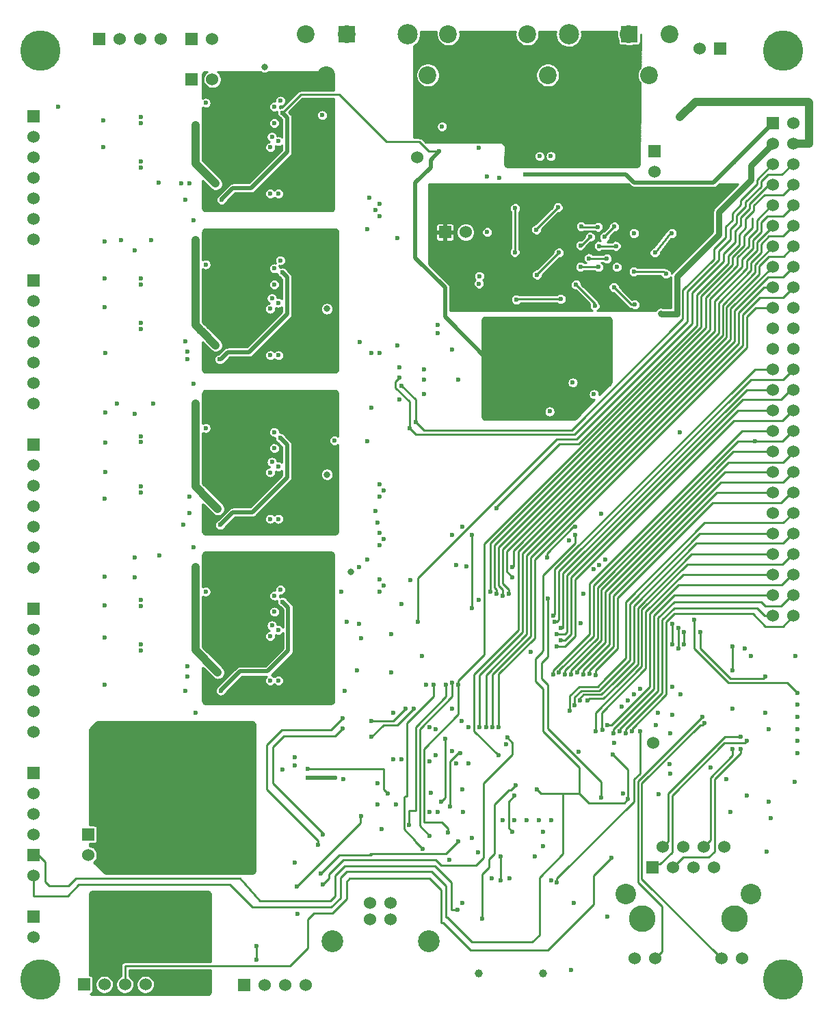
<source format=gbl>
G04 (created by PCBNEW (2013-05-18 BZR 4017)-stable) date Thu 09 Jul 2015 09:51:52 BST*
%MOIN*%
G04 Gerber Fmt 3.4, Leading zero omitted, Abs format*
%FSLAX34Y34*%
G01*
G70*
G90*
G04 APERTURE LIST*
%ADD10C,0.00590551*%
%ADD11C,0.0394*%
%ADD12C,0.1969*%
%ADD13R,0.06X0.06*%
%ADD14C,0.06*%
%ADD15C,0.1299*%
%ADD16C,0.1*%
%ADD17C,0.0315*%
%ADD18R,0.0787X0.0787*%
%ADD19C,0.0984*%
%ADD20C,0.0866*%
%ADD21C,0.1063*%
%ADD22C,0.0236*%
%ADD23C,0.01*%
%ADD24C,0.03*%
%ADD25C,0.02*%
%ADD26C,0.04*%
%ADD27C,0.015*%
G04 APERTURE END LIST*
G54D10*
G54D11*
X24140Y1870D03*
X27282Y1870D03*
G54D12*
X2754Y1575D03*
G54D13*
X2429Y43625D03*
G54D14*
X2429Y42625D03*
X2429Y41625D03*
X2429Y40625D03*
X2429Y39625D03*
X2429Y38625D03*
X2429Y37625D03*
G54D13*
X2429Y35625D03*
G54D14*
X2429Y34625D03*
X2429Y33625D03*
X2429Y32625D03*
X2429Y31625D03*
X2429Y30625D03*
X2429Y29625D03*
G54D13*
X2429Y27625D03*
G54D14*
X2429Y26625D03*
X2429Y25625D03*
X2429Y24625D03*
X2429Y23625D03*
X2429Y22625D03*
X2429Y21625D03*
G54D13*
X2429Y19625D03*
G54D14*
X2429Y18625D03*
X2429Y17625D03*
X2429Y16625D03*
X2429Y15625D03*
X2429Y14625D03*
X2429Y13625D03*
G54D13*
X35911Y46929D03*
G54D14*
X34911Y46929D03*
G54D13*
X38474Y43299D03*
G54D14*
X39474Y43299D03*
X38474Y38299D03*
X39474Y42299D03*
X38474Y37299D03*
X39474Y41299D03*
X38474Y36299D03*
X39474Y40299D03*
X38474Y35299D03*
X39474Y39299D03*
X38474Y34299D03*
X39474Y38299D03*
X38474Y33299D03*
X39474Y37299D03*
X38474Y32299D03*
X39474Y36299D03*
X38474Y31299D03*
X39474Y35299D03*
X38474Y30299D03*
X39474Y34299D03*
X38474Y29299D03*
X39474Y33299D03*
X38474Y28299D03*
X39474Y32299D03*
X39474Y31299D03*
X38474Y27299D03*
X39474Y30299D03*
X39474Y28299D03*
X39474Y27299D03*
X39474Y26299D03*
X39474Y25299D03*
X38474Y26299D03*
X38474Y25299D03*
X38474Y42299D03*
X38474Y41299D03*
X38474Y40299D03*
X38474Y39299D03*
X38474Y24299D03*
X39474Y24299D03*
X39474Y29299D03*
X38474Y23299D03*
X39474Y23299D03*
X38474Y22299D03*
X39474Y22299D03*
X38474Y21299D03*
X39474Y21299D03*
X38474Y20299D03*
X39474Y20299D03*
X38474Y19299D03*
X39474Y19299D03*
G54D15*
X32098Y4528D03*
X36598Y4528D03*
G54D14*
X36098Y8028D03*
X35600Y7028D03*
X35098Y8028D03*
X34600Y7028D03*
X34098Y8028D03*
X33600Y7028D03*
X33098Y8028D03*
G54D16*
X31298Y5729D03*
X37398Y5728D03*
G54D14*
X35956Y2599D03*
X32740Y2599D03*
X36956Y2599D03*
X31740Y2599D03*
G54D13*
X32600Y7028D03*
G54D17*
X16730Y26181D03*
X13700Y46038D03*
X16730Y34252D03*
X17900Y21438D03*
G54D13*
X32696Y41944D03*
G54D14*
X32696Y40944D03*
X32638Y13104D03*
X21148Y41630D03*
G54D13*
X22500Y37988D03*
G54D14*
X23500Y37988D03*
G54D13*
X4888Y1328D03*
G54D14*
X5888Y1328D03*
X6888Y1328D03*
X7888Y1328D03*
G54D12*
X38974Y46850D03*
X38974Y1575D03*
X2754Y46850D03*
G54D13*
X2429Y11625D03*
G54D14*
X2429Y10625D03*
X2429Y9625D03*
X2429Y8625D03*
G54D13*
X2429Y7625D03*
G54D14*
X2429Y6625D03*
G54D13*
X2429Y4625D03*
G54D14*
X2429Y3625D03*
G54D18*
X31476Y47638D03*
G54D19*
X28524Y47638D03*
G54D20*
X32450Y45638D03*
X33450Y47638D03*
X31450Y47638D03*
X16700Y45638D03*
X17700Y47638D03*
X15700Y47638D03*
X21650Y45638D03*
X22650Y47638D03*
X20650Y47638D03*
X27500Y45638D03*
X28500Y47638D03*
X26500Y47638D03*
G54D18*
X17715Y47638D03*
G54D19*
X20667Y47638D03*
G54D13*
X5650Y47388D03*
G54D14*
X6650Y47388D03*
X7650Y47388D03*
X8650Y47388D03*
G54D13*
X10150Y47388D03*
G54D14*
X11150Y47388D03*
G54D13*
X10150Y45438D03*
G54D14*
X11150Y45438D03*
X19850Y5288D03*
X18850Y5288D03*
X18850Y4501D03*
X19850Y4501D03*
G54D21*
X21712Y3438D03*
X16988Y3438D03*
G54D13*
X5100Y8638D03*
G54D14*
X5100Y7638D03*
G54D13*
X12700Y1288D03*
G54D14*
X13700Y1288D03*
X14700Y1288D03*
X15700Y1288D03*
G54D22*
X32720Y36988D03*
X31700Y37938D03*
X27990Y39198D03*
X28040Y36988D03*
X29510Y36718D03*
X26980Y35918D03*
X29940Y38248D03*
X30740Y38258D03*
X28880Y35428D03*
X25890Y37018D03*
X30860Y36288D03*
X33260Y35958D03*
X26940Y38118D03*
X29100Y36298D03*
X29130Y38278D03*
X30380Y36698D03*
X28130Y34738D03*
X29970Y36288D03*
X25970Y34708D03*
X30820Y37318D03*
X33550Y37938D03*
X29090Y37348D03*
X30270Y37758D03*
X29990Y37318D03*
X29790Y34398D03*
X25910Y39158D03*
X31750Y34458D03*
X30720Y35308D03*
X31700Y36068D03*
X29560Y37758D03*
X22700Y7388D03*
X33000Y34038D03*
X25293Y9350D03*
X25648Y6496D03*
X27655Y9350D03*
X27262Y8071D03*
X26868Y7579D03*
X27655Y6398D03*
X30411Y4626D03*
X23375Y9725D03*
X23817Y8465D03*
X24112Y7776D03*
X39663Y13780D03*
X31159Y10650D03*
X33462Y13583D03*
X36218Y11319D03*
X39663Y14961D03*
X37399Y17323D03*
X33955Y15453D03*
X33561Y15846D03*
X22144Y9744D03*
X22045Y13780D03*
X18900Y29438D03*
X23129Y30807D03*
X25270Y30882D03*
X25742Y30890D03*
X25522Y30579D03*
X25289Y31630D03*
X26435Y29827D03*
X18896Y32087D03*
X20176Y32480D03*
X20372Y12303D03*
X22833Y12697D03*
X23620Y12106D03*
X31396Y15157D03*
X29722Y21555D03*
X23029Y21772D03*
X11569Y15650D03*
X27195Y30862D03*
X25057Y32213D03*
X26360Y30854D03*
X13974Y24016D03*
X13974Y18307D03*
X11605Y39567D03*
X21750Y9744D03*
X9840Y15650D03*
X14565Y11811D03*
X13974Y34252D03*
X11529Y23720D03*
X14368Y18602D03*
X14565Y43799D03*
X14368Y31988D03*
X14466Y27953D03*
X15297Y4752D03*
X13974Y42126D03*
X13974Y26280D03*
X14368Y34547D03*
X14368Y24016D03*
X14368Y42421D03*
X14368Y26575D03*
X13974Y16142D03*
X14565Y19980D03*
X13974Y31988D03*
X13974Y39862D03*
X11506Y31791D03*
X22207Y41933D03*
X32911Y10591D03*
X9742Y23720D03*
X14368Y16142D03*
X14565Y36024D03*
X9840Y39567D03*
X9939Y31791D03*
X14368Y39862D03*
X17150Y11388D03*
X15800Y11388D03*
X22350Y43138D03*
X24148Y35480D03*
X26390Y40813D03*
X22139Y33470D03*
X22144Y33071D03*
X24159Y35846D03*
X23541Y21693D03*
X21750Y12205D03*
X31100Y14862D03*
X21750Y13878D03*
X18305Y18898D03*
X30313Y22047D03*
X23029Y12106D03*
X28640Y16437D03*
X29525Y16476D03*
X29821Y16398D03*
X16550Y6188D03*
X25531Y13366D03*
X29014Y12677D03*
X28581Y14685D03*
X30600Y7488D03*
X28817Y14921D03*
X28344Y16437D03*
X30334Y41563D03*
X29709Y41581D03*
X29691Y42859D03*
X30991Y42224D03*
X29367Y41846D03*
X28966Y41599D03*
X30622Y41851D03*
X30591Y42566D03*
X29385Y42553D03*
X29065Y42859D03*
X30622Y43151D03*
X30973Y43498D03*
X29020Y42184D03*
X29655Y42206D03*
X30271Y43489D03*
X30969Y42868D03*
X29380Y43169D03*
X30010Y41860D03*
X31032Y41590D03*
X29574Y43471D03*
X30334Y42197D03*
X28948Y43484D03*
X30303Y42863D03*
X29992Y43178D03*
X29968Y42559D03*
X28525Y22953D03*
X32768Y13982D03*
X18896Y13386D03*
X20962Y14764D03*
X18896Y14173D03*
X20569Y14764D03*
X16550Y8638D03*
X17500Y13788D03*
X17500Y14288D03*
X16300Y8138D03*
X5510Y12598D03*
X6298Y9843D03*
X8659Y12598D03*
X7085Y9843D03*
X9447Y11811D03*
X6691Y9449D03*
X7872Y11811D03*
X8659Y11024D03*
X8659Y11811D03*
X8266Y12205D03*
X5903Y12205D03*
X6691Y10236D03*
X9447Y11024D03*
X6297Y9055D03*
X7872Y9449D03*
X7478Y12205D03*
X8266Y10630D03*
X5510Y10630D03*
X7085Y10630D03*
X9840Y12205D03*
X10234Y12598D03*
X7872Y11024D03*
X8266Y9843D03*
X9447Y12598D03*
X6297Y10630D03*
X7085Y12598D03*
X6297Y12598D03*
X5903Y10236D03*
X7085Y11811D03*
X9053Y10630D03*
X7085Y9055D03*
X9053Y9843D03*
X6297Y11811D03*
X6691Y12205D03*
X8659Y9449D03*
X8561Y10236D03*
X7872Y12598D03*
X10234Y11811D03*
X9447Y9449D03*
X5510Y11811D03*
X5510Y9843D03*
X9053Y12205D03*
X10825Y20472D03*
X19486Y20768D03*
X19289Y20472D03*
X9939Y16831D03*
X19700Y10638D03*
X15800Y11838D03*
X14466Y20571D03*
X19289Y21063D03*
X14171Y20276D03*
X17714Y18996D03*
X10333Y14567D03*
X23108Y4980D03*
X38088Y14567D03*
X37104Y17717D03*
X29230Y20374D03*
X38285Y13780D03*
X38088Y16339D03*
X34939Y18504D03*
X34644Y19094D03*
X39663Y15551D03*
X33856Y17717D03*
X33856Y18701D03*
X33561Y18898D03*
X33561Y17913D03*
X34151Y17913D03*
X34151Y18504D03*
X30100Y10438D03*
X27500Y20138D03*
X9660Y3388D03*
X8640Y3378D03*
X8563Y4331D03*
X7520Y4348D03*
X8220Y3848D03*
X8080Y4818D03*
X8540Y5268D03*
X9570Y5288D03*
X9090Y4818D03*
X9190Y3918D03*
X9600Y4378D03*
X7520Y5188D03*
X7500Y3388D03*
X18400Y9538D03*
X22732Y10004D03*
X23226Y12598D03*
X15254Y6102D03*
X19400Y8888D03*
X17550Y11338D03*
X27592Y29252D03*
X24150Y42088D03*
X27065Y9350D03*
X31691Y15453D03*
X33561Y14469D03*
X32872Y14567D03*
X23305Y14173D03*
X22833Y14764D03*
X21573Y15945D03*
X29090Y18923D03*
X11809Y17323D03*
X11809Y20079D03*
X11809Y25295D03*
X12200Y27851D03*
X11809Y27657D03*
X11809Y28051D03*
X11809Y33268D03*
X11809Y35630D03*
X11809Y36024D03*
X12201Y35825D03*
X20372Y19882D03*
X15352Y17815D03*
X21456Y30807D03*
X15451Y33858D03*
X15451Y41634D03*
X23325Y5315D03*
X28640Y2047D03*
X39565Y17323D03*
X39663Y14370D03*
X36514Y14764D03*
X39663Y12598D03*
X39663Y13189D03*
X39550Y11188D03*
X38167Y7815D03*
X38384Y9449D03*
X37203Y10531D03*
X36415Y9744D03*
X35431Y11909D03*
X33462Y11614D03*
X28777Y5295D03*
X27262Y8760D03*
X26474Y9350D03*
X24782Y6496D03*
X19978Y12303D03*
X25884Y9350D03*
X23325Y10827D03*
X21800Y10666D03*
X23620Y13878D03*
X22045Y12500D03*
X19978Y14567D03*
X19880Y16535D03*
X18207Y16634D03*
X7675Y19783D03*
X18403Y18209D03*
X19880Y18406D03*
X21356Y17323D03*
X30018Y21752D03*
X17419Y20472D03*
X24132Y20079D03*
X18699Y22047D03*
X22833Y23228D03*
X19092Y24409D03*
X11809Y24902D03*
X22844Y32280D03*
X20273Y29823D03*
X21456Y31299D03*
X20273Y31398D03*
X34469Y39243D03*
X27100Y41688D03*
X11809Y41142D03*
X11415Y44488D03*
X3650Y44088D03*
X27650Y41688D03*
X24550Y40688D03*
X25150Y40638D03*
X5900Y21188D03*
X5900Y19788D03*
X5900Y18238D03*
X5900Y15938D03*
X7675Y27756D03*
X5950Y29188D03*
X5950Y27738D03*
X5950Y26288D03*
X5900Y24988D03*
X7675Y35728D03*
X5900Y35738D03*
X5900Y34338D03*
X5950Y32088D03*
X5900Y37538D03*
X6691Y37598D03*
X5850Y42138D03*
X7675Y43602D03*
X5850Y43438D03*
X12596Y40748D03*
X7675Y41437D03*
X15155Y12008D03*
X11809Y44685D03*
X12596Y27657D03*
X12200Y16735D03*
X12596Y16929D03*
X11809Y34252D03*
X12596Y28051D03*
X21455Y30118D03*
X38285Y10236D03*
X15155Y7283D03*
X12596Y41535D03*
X12596Y17323D03*
X12596Y33268D03*
X13384Y20965D03*
X7675Y28051D03*
X7675Y17618D03*
X13777Y20768D03*
X12596Y42126D03*
X12203Y19291D03*
X12596Y20079D03*
X11415Y20768D03*
X13384Y36909D03*
X28718Y30657D03*
X12203Y26673D03*
X8561Y22244D03*
X12202Y40945D03*
X12201Y33071D03*
X11809Y26969D03*
X11022Y28937D03*
X11809Y33661D03*
X12203Y20768D03*
X12596Y25295D03*
X13777Y44488D03*
X12200Y17520D03*
X12202Y41339D03*
X14171Y36909D03*
X11418Y28737D03*
X15451Y25787D03*
X12990Y20768D03*
X23325Y23622D03*
X11809Y20965D03*
X7675Y41142D03*
X7380Y21161D03*
X11809Y41535D03*
X12596Y18996D03*
X7675Y35433D03*
X10037Y24311D03*
X11809Y43898D03*
X12203Y35236D03*
X13777Y36713D03*
X12200Y25492D03*
X15943Y36319D03*
X7675Y43307D03*
X14171Y20965D03*
X12596Y43898D03*
X12201Y33465D03*
X8167Y37598D03*
X12596Y33661D03*
X11809Y25689D03*
X12596Y26969D03*
X7380Y37106D03*
X11022Y44685D03*
X11809Y42126D03*
X7675Y25295D03*
X11022Y36909D03*
X12596Y26378D03*
X12596Y20965D03*
X12990Y44488D03*
X7675Y33563D03*
X15844Y28248D03*
X12202Y43700D03*
X12201Y36711D03*
X11809Y18996D03*
X11415Y36713D03*
X12596Y41142D03*
X12990Y28740D03*
X10037Y40354D03*
X11809Y16929D03*
X11809Y28937D03*
X14171Y28937D03*
X11809Y42815D03*
X12596Y17717D03*
X12203Y41831D03*
X12200Y24708D03*
X7675Y20079D03*
X12596Y24902D03*
X12203Y34547D03*
X12596Y18406D03*
X7380Y29134D03*
X15549Y20866D03*
X34469Y38130D03*
X11809Y26378D03*
X12596Y28937D03*
X12596Y36024D03*
X12990Y36713D03*
X6494Y29626D03*
X12203Y27264D03*
X14171Y44685D03*
X12596Y44685D03*
X11809Y36909D03*
X12596Y32874D03*
X17616Y15650D03*
X12596Y35630D03*
X13384Y28937D03*
X7675Y33268D03*
X12202Y40552D03*
X12596Y34252D03*
X9939Y16339D03*
X12596Y34941D03*
X13384Y44685D03*
X12203Y18701D03*
X12203Y42520D03*
X12203Y43110D03*
X11809Y43504D03*
X12203Y33957D03*
X12596Y36909D03*
X12596Y42815D03*
X9939Y32185D03*
X12203Y26083D03*
X7380Y22146D03*
X11809Y19685D03*
X11022Y20965D03*
X15844Y44094D03*
X15155Y12402D03*
X12200Y28737D03*
X11809Y32874D03*
X8266Y29626D03*
X12200Y17126D03*
X11809Y34941D03*
X12201Y32679D03*
X13777Y28740D03*
X12200Y25098D03*
X11809Y18406D03*
X12596Y25689D03*
X12202Y44487D03*
X7675Y25591D03*
X12203Y18110D03*
X12203Y19882D03*
X12596Y43504D03*
X7675Y17913D03*
X12596Y19685D03*
X11809Y40748D03*
X11809Y17717D03*
X25195Y6398D03*
X25195Y7579D03*
X31986Y13681D03*
X31986Y15748D03*
X27951Y6299D03*
X14171Y43307D03*
X14053Y42638D03*
X14053Y18819D03*
X14171Y19488D03*
X14171Y35433D03*
X14053Y34764D03*
X14171Y27461D03*
X14053Y26791D03*
X36907Y12795D03*
X35136Y14075D03*
X36514Y16634D03*
X36514Y17815D03*
X35037Y14370D03*
X37203Y13189D03*
X36514Y12795D03*
X36907Y13386D03*
X22833Y16043D03*
X21750Y8563D03*
X21400Y7938D03*
X21947Y15945D03*
X20750Y9088D03*
X22537Y15945D03*
X25470Y13030D03*
X33423Y12067D03*
X24998Y20374D03*
X24703Y20472D03*
X28836Y23622D03*
X27459Y22146D03*
X27754Y16437D03*
X33950Y28238D03*
X37600Y27814D03*
X28049Y16535D03*
X29053Y15157D03*
X29427Y15157D03*
X29821Y13681D03*
X30175Y13720D03*
X30411Y13957D03*
X30707Y13583D03*
X31002Y13681D03*
X31297Y13583D03*
X31592Y13681D03*
X24171Y13858D03*
X27754Y19291D03*
X24486Y13858D03*
X24801Y13858D03*
X25116Y13858D03*
X25096Y12500D03*
X18350Y32638D03*
X18700Y38138D03*
X16500Y43688D03*
X20800Y21038D03*
X13300Y3188D03*
X16450Y6738D03*
X23150Y8288D03*
X13300Y2538D03*
X22650Y8738D03*
X23128Y15945D03*
X25785Y21654D03*
X25588Y20374D03*
X27951Y17815D03*
X28148Y18110D03*
X28148Y18701D03*
X27852Y18996D03*
X27951Y18406D03*
X20766Y28445D03*
X23817Y19685D03*
X23817Y23228D03*
X20273Y30906D03*
X29230Y16437D03*
X21061Y28740D03*
X20372Y30512D03*
X28935Y16535D03*
X25785Y21161D03*
X25293Y20276D03*
X22300Y10238D03*
X20100Y10088D03*
X22500Y13288D03*
X25950Y11038D03*
X24300Y4538D03*
X21159Y18996D03*
X24998Y24528D03*
X19200Y10088D03*
X19200Y11138D03*
X25884Y10531D03*
X25785Y8760D03*
X31396Y10354D03*
X26966Y10827D03*
X30118Y24264D03*
X28836Y23228D03*
X30667Y12539D03*
X24550Y37988D03*
X29750Y30088D03*
X33950Y43588D03*
X10334Y41829D03*
X10333Y18012D03*
X10333Y19390D03*
X10579Y33218D03*
X10333Y25984D03*
X11317Y32480D03*
X10333Y35335D03*
X10333Y27362D03*
X10333Y37598D03*
X10972Y16978D03*
X11415Y24508D03*
X10333Y43209D03*
X10333Y33957D03*
X11317Y40354D03*
X11415Y16535D03*
X10333Y29626D03*
X10972Y24951D03*
X10333Y21654D03*
X10628Y41043D03*
X10825Y28445D03*
X19486Y23031D03*
X10037Y25098D03*
X19289Y22736D03*
X17100Y27838D03*
X18700Y27788D03*
X19289Y23327D03*
X14171Y28248D03*
X10234Y22638D03*
X18305Y21654D03*
X19486Y25394D03*
X10825Y36417D03*
X19289Y25098D03*
X9840Y32677D03*
X19289Y32087D03*
X14466Y36614D03*
X19289Y25689D03*
X14171Y36220D03*
X10234Y30610D03*
X19191Y23819D03*
X10825Y44291D03*
X19092Y39075D03*
X9644Y40354D03*
X19289Y38780D03*
X8550Y40388D03*
X14466Y44390D03*
X18797Y39665D03*
X14171Y44094D03*
X19289Y39370D03*
X10234Y38583D03*
X20175Y37697D03*
X30726Y13091D03*
X26671Y17520D03*
G54D23*
X33150Y36068D02*
X31700Y36068D01*
X30270Y37788D02*
X30270Y37758D01*
X26000Y34738D02*
X28130Y34738D01*
X25910Y39158D02*
X25890Y39138D01*
X29100Y36298D02*
X29110Y36288D01*
X33470Y37938D02*
X33550Y37938D01*
X29110Y36288D02*
X29970Y36288D01*
X31570Y34458D02*
X31750Y34458D01*
X33260Y35958D02*
X33150Y36068D01*
X28040Y36988D02*
X26980Y35928D01*
X26940Y38148D02*
X26940Y38118D01*
X25970Y34708D02*
X26000Y34738D01*
X30720Y35308D02*
X31570Y34458D01*
X25890Y39138D02*
X25890Y37018D01*
X30360Y36718D02*
X29510Y36718D01*
X29560Y37758D02*
X29150Y37348D01*
X26980Y35928D02*
X26980Y35918D01*
X30380Y36698D02*
X30360Y36718D01*
X29160Y38248D02*
X29940Y38248D01*
X32720Y36988D02*
X33470Y37938D01*
X28880Y35428D02*
X29790Y34518D01*
X29790Y34518D02*
X29790Y34398D01*
X29990Y37318D02*
X30820Y37318D01*
X29130Y38278D02*
X29160Y38248D01*
X30740Y38258D02*
X30270Y37788D01*
X29150Y37348D02*
X29090Y37348D01*
X27990Y39198D02*
X26940Y38148D01*
G54D24*
X35840Y37870D02*
X35840Y38984D01*
X38474Y42299D02*
X37396Y41221D01*
X33790Y35820D02*
X33790Y34008D01*
X35840Y38984D02*
X37396Y40540D01*
X37396Y40540D02*
X37396Y41221D01*
X35840Y37870D02*
X33790Y35820D01*
X33000Y34038D02*
X33030Y34008D01*
X33030Y34008D02*
X33790Y34008D01*
G54D25*
X11569Y15650D02*
X11569Y15657D01*
X14850Y19695D02*
X14565Y19980D01*
X14850Y17588D02*
X14850Y19695D01*
X13850Y16588D02*
X14850Y17588D01*
X12500Y16588D02*
X13850Y16588D01*
X11569Y15657D02*
X12500Y16588D01*
X11529Y23720D02*
X11532Y23720D01*
X14800Y27619D02*
X14466Y27953D01*
X14800Y26038D02*
X14800Y27619D01*
X13100Y24338D02*
X14800Y26038D01*
X12150Y24338D02*
X13100Y24338D01*
X11532Y23720D02*
X12150Y24338D01*
X11506Y31791D02*
X11553Y31791D01*
X14800Y35789D02*
X14565Y36024D01*
X14800Y33988D02*
X14800Y35789D01*
X12950Y32138D02*
X14800Y33988D01*
X11900Y32138D02*
X12950Y32138D01*
X11553Y31791D02*
X11900Y32138D01*
X11605Y39567D02*
X11605Y39593D01*
X14800Y43564D02*
X14565Y43799D01*
X14800Y41888D02*
X14800Y43564D01*
X13050Y40138D02*
X14800Y41888D01*
X12150Y40138D02*
X13050Y40138D01*
X11605Y39593D02*
X12150Y40138D01*
G54D23*
X17350Y44688D02*
X15454Y44688D01*
X15454Y44688D02*
X14565Y43799D01*
X22207Y41933D02*
X21705Y41933D01*
X19650Y42388D02*
X17350Y44688D01*
X21250Y42388D02*
X19650Y42388D01*
X21705Y41933D02*
X21250Y42388D01*
G54D25*
X21050Y40390D02*
X21050Y36748D01*
G54D23*
X32911Y10591D02*
X32911Y10571D01*
G54D25*
X22490Y33869D02*
X24711Y31648D01*
X22490Y35308D02*
X22490Y33869D01*
X22207Y41933D02*
X21787Y41513D01*
X21787Y41127D02*
X21050Y40390D01*
X21787Y41513D02*
X21787Y41127D01*
X21050Y36748D02*
X22490Y35308D01*
X15800Y11388D02*
X17150Y11388D01*
X36612Y41437D02*
X36553Y41378D01*
X36612Y41437D02*
X35583Y40408D01*
X38474Y43299D02*
X36612Y41437D01*
X31310Y40813D02*
X26390Y40813D01*
X35583Y40408D02*
X31715Y40408D01*
X31715Y40408D02*
X31310Y40813D01*
G54D23*
X39474Y27299D02*
X39474Y27272D01*
X38974Y26772D02*
X36317Y26772D01*
X30116Y18110D02*
X28640Y16634D01*
X28640Y16634D02*
X28640Y16437D01*
X36317Y26772D02*
X30116Y20571D01*
X30116Y20571D02*
X30116Y18110D01*
X39474Y27272D02*
X38974Y26772D01*
X35729Y25299D02*
X30707Y20277D01*
X30707Y17815D02*
X29525Y16633D01*
X29525Y16633D02*
X29525Y16476D01*
X30707Y20277D02*
X30707Y17815D01*
X38474Y25299D02*
X35729Y25299D01*
X30903Y17716D02*
X29821Y16634D01*
X38875Y24803D02*
X35527Y24803D01*
X35527Y24803D02*
X30903Y20179D01*
X29821Y16634D02*
X29821Y16398D01*
X30903Y20179D02*
X30903Y17716D01*
X39474Y25299D02*
X39371Y25299D01*
X39371Y25299D02*
X38875Y24803D01*
X16850Y6488D02*
X16850Y6588D01*
X16550Y6188D02*
X16850Y6488D01*
X24003Y7135D02*
X22303Y7135D01*
X22303Y7135D02*
X22050Y7388D01*
X22050Y7388D02*
X17550Y7388D01*
X17550Y7388D02*
X16850Y6688D01*
X16850Y6688D02*
X16850Y6588D01*
X24380Y7512D02*
X24003Y7135D01*
X24380Y11144D02*
X24380Y8848D01*
X25783Y12907D02*
X25783Y12547D01*
X24380Y8848D02*
X24380Y7512D01*
X25783Y13114D02*
X25531Y13366D01*
X25783Y12547D02*
X24380Y11144D01*
X25783Y12907D02*
X25783Y13114D01*
X28581Y15396D02*
X29031Y15846D01*
X31297Y17223D02*
X30313Y16239D01*
X38974Y23819D02*
X35136Y23819D01*
X30313Y16239D02*
X30313Y16240D01*
X39474Y24299D02*
X39454Y24299D01*
X28581Y14685D02*
X28581Y15396D01*
X29031Y15846D02*
X29919Y15846D01*
X35136Y23819D02*
X31297Y19980D01*
X39454Y24299D02*
X38974Y23819D01*
X30313Y16240D02*
X29919Y15846D01*
X31297Y19980D02*
X31297Y17223D01*
X12050Y2238D02*
X14950Y2238D01*
X14950Y2238D02*
X15800Y3088D01*
X22300Y4338D02*
X22400Y4338D01*
X30600Y7488D02*
X29750Y6638D01*
X29750Y6638D02*
X29750Y5238D01*
X29750Y5238D02*
X27500Y2988D01*
X27500Y2988D02*
X23750Y2988D01*
X15800Y4488D02*
X16100Y4788D01*
X16100Y4788D02*
X17000Y4788D01*
X17000Y4788D02*
X17700Y5488D01*
X17700Y5488D02*
X17700Y6338D01*
X17700Y6338D02*
X17850Y6488D01*
X17850Y6488D02*
X21750Y6488D01*
X21750Y6488D02*
X22300Y5938D01*
X22300Y5938D02*
X22300Y4338D01*
X15800Y3088D02*
X15800Y4488D01*
X22400Y4338D02*
X23750Y2988D01*
X6900Y2238D02*
X6900Y1340D01*
X12100Y2238D02*
X12050Y2238D01*
X12050Y2238D02*
X6900Y2238D01*
X6900Y1340D02*
X6888Y1328D01*
X38474Y23299D02*
X34912Y23299D01*
X30510Y16142D02*
X30018Y15650D01*
X31494Y19881D02*
X31494Y17126D01*
X28817Y14921D02*
X28817Y15335D01*
X30510Y16142D02*
X30510Y16142D01*
X29132Y15650D02*
X30018Y15650D01*
X31494Y17126D02*
X30510Y16142D01*
X28817Y15335D02*
X29132Y15650D01*
X34912Y23299D02*
X31494Y19881D01*
X36549Y27299D02*
X29919Y20669D01*
X29919Y20669D02*
X29919Y18209D01*
X28344Y16634D02*
X28344Y16437D01*
X29919Y18209D02*
X28344Y16634D01*
X38474Y27299D02*
X36549Y27299D01*
X30361Y42224D02*
X30991Y42224D01*
X29020Y42184D02*
X29042Y42206D01*
X29120Y41599D02*
X28966Y41599D01*
X29990Y41538D02*
X29990Y41158D01*
X29691Y42859D02*
X29695Y42863D01*
X30969Y42868D02*
X30686Y43151D01*
X30334Y41563D02*
X30015Y41563D01*
X29727Y41563D02*
X30334Y41563D01*
X29385Y42553D02*
X29371Y42553D01*
X30015Y41563D02*
X29990Y41538D01*
X29968Y42559D02*
X29977Y42568D01*
X28961Y43471D02*
X29574Y43471D01*
X29983Y43169D02*
X29380Y43169D01*
X29992Y43178D02*
X29983Y43169D01*
X30686Y43151D02*
X30622Y43151D01*
X29709Y41581D02*
X29727Y41563D01*
X29042Y42206D02*
X29655Y42206D01*
X29977Y42568D02*
X30591Y42566D01*
X30622Y41851D02*
X30613Y41860D01*
X29695Y42863D02*
X30303Y42863D01*
X29371Y42553D02*
X29065Y42859D01*
X30271Y43489D02*
X30280Y43498D01*
X30280Y43498D02*
X30973Y43498D01*
X30334Y42197D02*
X30361Y42224D01*
X28948Y43484D02*
X28961Y43471D01*
X30613Y41860D02*
X30010Y41860D01*
X29367Y41846D02*
X29120Y41599D01*
X19486Y13976D02*
X20175Y13976D01*
X20175Y13976D02*
X20962Y14764D01*
X18896Y13386D02*
X19486Y13976D01*
X18896Y14173D02*
X19978Y14173D01*
X20569Y14764D02*
X19978Y14173D01*
X14650Y13438D02*
X17150Y13438D01*
X16550Y8688D02*
X14100Y11138D01*
X14100Y11138D02*
X14100Y12888D01*
X14100Y12888D02*
X14650Y13438D01*
X16550Y8638D02*
X16550Y8688D01*
X17150Y13438D02*
X17500Y13788D01*
X16300Y8138D02*
X16300Y8338D01*
X16950Y13738D02*
X17500Y14288D01*
X14550Y13738D02*
X16950Y13738D01*
X13800Y12988D02*
X14550Y13738D01*
X13800Y10838D02*
X13800Y12988D01*
X16300Y8338D02*
X13800Y10838D01*
X16300Y8138D02*
X16350Y8138D01*
X6298Y9843D02*
X6297Y9843D01*
X19500Y10838D02*
X19500Y11838D01*
X19700Y10638D02*
X19500Y10838D01*
X15800Y11838D02*
X19500Y11838D01*
X2429Y7625D02*
X2663Y7625D01*
X4511Y6499D02*
X5188Y6499D01*
X4150Y6138D02*
X4511Y6499D01*
X3200Y6138D02*
X4150Y6138D01*
X3000Y6338D02*
X3200Y6138D01*
X3000Y7288D02*
X3000Y6338D01*
X2663Y7625D02*
X3000Y7288D01*
X16750Y5393D02*
X16905Y5393D01*
X22800Y6288D02*
X22800Y4980D01*
X22000Y7088D02*
X22800Y6288D01*
X17600Y7088D02*
X22000Y7088D01*
X17150Y6638D02*
X17600Y7088D01*
X17150Y5638D02*
X17150Y6638D01*
X16905Y5393D02*
X17150Y5638D01*
X16750Y5393D02*
X13464Y5393D01*
X13464Y5393D02*
X12500Y6488D01*
X12484Y6504D02*
X5188Y6499D01*
X12500Y6488D02*
X12484Y6504D01*
X23108Y4980D02*
X22800Y4980D01*
X36416Y16240D02*
X34939Y17717D01*
X38088Y16339D02*
X37989Y16240D01*
X34939Y17717D02*
X34939Y18504D01*
X37989Y16240D02*
X36416Y16240D01*
X36317Y16043D02*
X34644Y17716D01*
X39171Y16043D02*
X36317Y16043D01*
X34644Y17716D02*
X34644Y19094D01*
X39663Y15551D02*
X39171Y16043D01*
X33856Y18701D02*
X33856Y17717D01*
X33561Y18898D02*
X33561Y17913D01*
X34151Y18504D02*
X34151Y17913D01*
X27500Y15938D02*
X27500Y15588D01*
X30100Y11188D02*
X30100Y10438D01*
X27500Y15588D02*
X27500Y13788D01*
X27500Y18188D02*
X27500Y17438D01*
X27500Y20138D02*
X27500Y18188D01*
X27500Y13788D02*
X28800Y12488D01*
X28800Y12488D02*
X30100Y11188D01*
X27200Y16488D02*
X27200Y16238D01*
X27200Y16238D02*
X27250Y16188D01*
X27250Y16188D02*
X27500Y15938D01*
X27200Y16988D02*
X27500Y17288D01*
X27500Y17288D02*
X27500Y17438D01*
X27200Y16488D02*
X27200Y16988D01*
X7510Y3378D02*
X8640Y3378D01*
X9190Y3858D02*
X9190Y3918D01*
X9660Y3388D02*
X9190Y3858D01*
X8610Y4378D02*
X9600Y4378D01*
X7500Y3388D02*
X7510Y3378D01*
X8563Y4331D02*
X8610Y4378D01*
X8220Y3848D02*
X7720Y4348D01*
X7600Y5268D02*
X8540Y5268D01*
X9090Y4818D02*
X8080Y4818D01*
X7520Y5188D02*
X7600Y5268D01*
X7720Y4348D02*
X7520Y4348D01*
X18370Y9508D02*
X18370Y9218D01*
X18400Y9538D02*
X18370Y9508D01*
X23127Y12598D02*
X23226Y12598D01*
X22732Y10004D02*
X22734Y12205D01*
X22734Y12205D02*
X23127Y12598D01*
X15254Y6102D02*
X18370Y9218D01*
X15451Y44094D02*
X15844Y44094D01*
X25195Y6398D02*
X25195Y7579D01*
X27951Y6496D02*
X28148Y6693D01*
X27951Y6299D02*
X27951Y6496D01*
X28148Y6693D02*
X31691Y10236D01*
X31986Y11615D02*
X31986Y13681D01*
X31691Y10236D02*
X31691Y11320D01*
X31691Y11320D02*
X31986Y11615D01*
X36848Y12539D02*
X36907Y12598D01*
X34093Y7520D02*
X35352Y7520D01*
X35352Y7520D02*
X35628Y7796D01*
X33601Y7028D02*
X34093Y7520D01*
X35628Y7796D02*
X35628Y11319D01*
X33600Y7028D02*
X33601Y7028D01*
X36907Y12598D02*
X36907Y12795D01*
X36848Y12539D02*
X35628Y11319D01*
X32085Y6470D02*
X35956Y2599D01*
X34938Y13976D02*
X32085Y11123D01*
X32085Y11123D02*
X32085Y6470D01*
X35136Y14075D02*
X35037Y13976D01*
X35037Y13976D02*
X34938Y13976D01*
X36514Y16634D02*
X36514Y17815D01*
X35037Y14370D02*
X31888Y11221D01*
X33069Y5119D02*
X33069Y2928D01*
X31888Y11221D02*
X31888Y6300D01*
X31888Y6300D02*
X33069Y5119D01*
X33069Y2928D02*
X32740Y2599D01*
X36101Y13091D02*
X33561Y10551D01*
X32971Y7186D02*
X32758Y7186D01*
X32600Y7028D02*
X32758Y7186D01*
X37203Y13189D02*
X37202Y13189D01*
X37202Y13189D02*
X37104Y13091D01*
X37104Y13091D02*
X36101Y13091D01*
X32971Y7186D02*
X33561Y7776D01*
X33561Y7776D02*
X33561Y10551D01*
X36475Y12461D02*
X36514Y12500D01*
X35431Y8361D02*
X35098Y8028D01*
X36514Y12500D02*
X36514Y12795D01*
X36474Y12461D02*
X35431Y11418D01*
X35431Y11418D02*
X35431Y8361D01*
X36474Y12461D02*
X36475Y12461D01*
X33364Y8294D02*
X33098Y8028D01*
X36907Y13386D02*
X36120Y13386D01*
X36120Y13386D02*
X33364Y10630D01*
X33364Y10630D02*
X33364Y8294D01*
X21258Y13780D02*
X22833Y15355D01*
X22833Y15355D02*
X22833Y16043D01*
X21258Y13386D02*
X21258Y13780D01*
X21750Y8563D02*
X21258Y9055D01*
X21258Y9055D02*
X21258Y13386D01*
X20500Y8888D02*
X20500Y10438D01*
X21050Y8338D02*
X20500Y8888D01*
X21050Y8288D02*
X21050Y8338D01*
X21400Y7938D02*
X21050Y8288D01*
X20550Y10488D02*
X20651Y10488D01*
X20500Y10438D02*
X20550Y10488D01*
X20651Y10488D02*
X20651Y14059D01*
X20651Y14059D02*
X21947Y15355D01*
X21947Y15355D02*
X21947Y15945D01*
X20750Y9788D02*
X21061Y9788D01*
X20750Y9088D02*
X20750Y9788D01*
X21061Y9788D02*
X21050Y9788D01*
X21050Y9788D02*
X21061Y9788D01*
X21061Y9788D02*
X21061Y13386D01*
X22537Y15354D02*
X22537Y15945D01*
X21061Y13878D02*
X22537Y15354D01*
X21061Y13386D02*
X21061Y13878D01*
X37498Y37205D02*
X36976Y36683D01*
X37892Y38485D02*
X37892Y37992D01*
X39474Y39299D02*
X39474Y39279D01*
X38975Y38780D02*
X38187Y38780D01*
X36976Y36289D02*
X35411Y34724D01*
X38187Y38780D02*
X37892Y38485D01*
X24998Y22835D02*
X24899Y22736D01*
X35411Y34724D02*
X35411Y33247D01*
X24998Y20571D02*
X24998Y20374D01*
X24899Y22736D02*
X24899Y20670D01*
X35411Y33247D02*
X24999Y22835D01*
X37892Y37992D02*
X37498Y37598D01*
X39474Y39279D02*
X38975Y38780D01*
X37498Y37598D02*
X37498Y37205D01*
X24999Y22835D02*
X24998Y22834D01*
X36976Y36683D02*
X36976Y36289D01*
X24999Y22835D02*
X24998Y22835D01*
X24899Y20670D02*
X24998Y20571D01*
X36750Y36752D02*
X36750Y36359D01*
X38474Y39299D02*
X38411Y39299D01*
X37695Y38091D02*
X37301Y37697D01*
X35195Y33327D02*
X24801Y22933D01*
X35195Y34804D02*
X35195Y33327D01*
X38411Y39299D02*
X37695Y38583D01*
X37695Y38583D02*
X37695Y38091D01*
X36750Y36359D02*
X35195Y34804D01*
X24801Y22933D02*
X24703Y22835D01*
X37301Y37303D02*
X36750Y36752D01*
X24703Y22835D02*
X24703Y20472D01*
X37301Y37697D02*
X37301Y37303D01*
X28836Y23622D02*
X28738Y23622D01*
X28738Y23622D02*
X27459Y22343D01*
X27459Y22343D02*
X27459Y22146D01*
X38474Y28299D02*
X36958Y28299D01*
X27754Y16634D02*
X27754Y16437D01*
X29525Y18405D02*
X27754Y16634D01*
X36958Y28299D02*
X29525Y20866D01*
X29525Y20866D02*
X29525Y18405D01*
X37800Y27814D02*
X37600Y27814D01*
X29722Y18307D02*
X28049Y16634D01*
X36769Y27814D02*
X29722Y20767D01*
X29722Y20767D02*
X29722Y18307D01*
X37600Y27814D02*
X36769Y27814D01*
X28049Y16634D02*
X28049Y16535D01*
X39474Y28299D02*
X39419Y28299D01*
X38934Y27814D02*
X37800Y27814D01*
X39419Y28299D02*
X38934Y27814D01*
X39474Y23299D02*
X39438Y23299D01*
X29053Y15157D02*
X29053Y15276D01*
X39438Y23299D02*
X38974Y22835D01*
X30707Y16043D02*
X30707Y16044D01*
X38974Y22835D02*
X34744Y22835D01*
X34744Y22835D02*
X31691Y19782D01*
X29053Y15276D02*
X29230Y15453D01*
X30707Y16044D02*
X30116Y15453D01*
X31691Y19782D02*
X31691Y17027D01*
X29230Y15453D02*
X30116Y15453D01*
X31691Y17027D02*
X30707Y16043D01*
X31888Y19685D02*
X31888Y16929D01*
X30903Y15944D02*
X30903Y15944D01*
X38474Y22299D02*
X34502Y22299D01*
X31888Y16929D02*
X30903Y15944D01*
X30903Y15944D02*
X30215Y15256D01*
X34502Y22299D02*
X31888Y19685D01*
X29526Y15256D02*
X29427Y15157D01*
X30215Y15256D02*
X29526Y15256D01*
X32085Y19586D02*
X32085Y16831D01*
X39423Y22299D02*
X38935Y21811D01*
X38935Y21811D02*
X34310Y21811D01*
X34310Y21811D02*
X32085Y19586D01*
X39474Y22299D02*
X39423Y22299D01*
X29821Y14567D02*
X29821Y13681D01*
X32085Y16831D02*
X29821Y14567D01*
X34094Y21299D02*
X32281Y19486D01*
X34094Y21299D02*
X38474Y21299D01*
X30126Y13769D02*
X30126Y14577D01*
X32281Y19486D02*
X32281Y16732D01*
X30126Y14577D02*
X32281Y16732D01*
X30126Y13769D02*
X30175Y13720D01*
X30608Y13957D02*
X32478Y15827D01*
X30411Y13957D02*
X30608Y13957D01*
X39407Y21299D02*
X39474Y21299D01*
X39407Y21299D02*
X38895Y20787D01*
X32478Y19390D02*
X32478Y15827D01*
X38895Y20787D02*
X33875Y20787D01*
X33875Y20787D02*
X32478Y19390D01*
X38474Y20299D02*
X33684Y20299D01*
X30707Y13780D02*
X30707Y13583D01*
X30707Y13781D02*
X30707Y13583D01*
X32675Y19291D02*
X32675Y15748D01*
X33684Y20299D02*
X33683Y20299D01*
X32675Y15748D02*
X30707Y13780D01*
X33683Y20299D02*
X32675Y19291D01*
X39391Y20299D02*
X38875Y19783D01*
X31002Y13780D02*
X31002Y13681D01*
X33659Y19980D02*
X32872Y19193D01*
X38875Y19783D02*
X38089Y19783D01*
X39391Y20299D02*
X39474Y20299D01*
X32872Y19193D02*
X32872Y15650D01*
X38089Y19783D02*
X37892Y19980D01*
X37892Y19980D02*
X33659Y19980D01*
X32872Y15650D02*
X31002Y13780D01*
X38081Y19299D02*
X37695Y19685D01*
X31297Y13778D02*
X31297Y13583D01*
X33069Y19095D02*
X33069Y15550D01*
X38474Y19299D02*
X38081Y19299D01*
X37695Y19685D02*
X33659Y19685D01*
X33069Y15550D02*
X31297Y13778D01*
X33659Y19685D02*
X33069Y19095D01*
X33659Y19390D02*
X33266Y18997D01*
X31592Y13779D02*
X31592Y13681D01*
X38108Y18780D02*
X37498Y19390D01*
X38955Y18780D02*
X38108Y18780D01*
X33266Y15453D02*
X31592Y13779D01*
X39474Y19299D02*
X38955Y18780D01*
X33266Y18997D02*
X33266Y15453D01*
X37498Y19390D02*
X33659Y19390D01*
X24171Y14016D02*
X24171Y16397D01*
X24171Y14016D02*
X24171Y13858D01*
X24171Y14016D02*
X24171Y14016D01*
X38245Y35787D02*
X38962Y35787D01*
X36612Y32677D02*
X36612Y34154D01*
X38962Y35787D02*
X39474Y36299D01*
X36612Y34154D02*
X38245Y35787D01*
X24171Y16397D02*
X26277Y18503D01*
X26277Y22342D02*
X36612Y32677D01*
X26277Y18503D02*
X26277Y22342D01*
X27852Y19389D02*
X27754Y19291D01*
X38474Y31299D02*
X37596Y31299D01*
X27852Y21555D02*
X27852Y19389D01*
X37596Y31299D02*
X27852Y21555D01*
X38051Y35299D02*
X38474Y35299D01*
X26474Y22243D02*
X36809Y32578D01*
X36809Y32578D02*
X36809Y33268D01*
X24486Y13996D02*
X24486Y16417D01*
X26474Y18405D02*
X26474Y22243D01*
X24486Y13996D02*
X24486Y13858D01*
X24486Y16417D02*
X26474Y18405D01*
X36809Y34057D02*
X38051Y35299D01*
X36809Y33268D02*
X36809Y34057D01*
X24486Y13996D02*
X24486Y13996D01*
X26671Y22145D02*
X37006Y32480D01*
X24801Y13976D02*
X24801Y13976D01*
X24801Y13976D02*
X24801Y13858D01*
X26671Y18307D02*
X26671Y22145D01*
X37006Y33957D02*
X37852Y34803D01*
X38978Y34803D02*
X39474Y35299D01*
X37852Y34803D02*
X38978Y34803D01*
X24801Y13976D02*
X24801Y16437D01*
X37006Y32480D02*
X37006Y33957D01*
X24801Y16437D02*
X26671Y18307D01*
X26868Y22047D02*
X37203Y32382D01*
X37643Y34299D02*
X38474Y34299D01*
X37203Y33859D02*
X37643Y34299D01*
X25116Y13957D02*
X25116Y16457D01*
X26868Y18209D02*
X26868Y22047D01*
X25116Y16457D02*
X26868Y18209D01*
X25116Y13957D02*
X25116Y13957D01*
X25116Y13957D02*
X25116Y13858D01*
X37203Y32382D02*
X37203Y33859D01*
X25096Y12500D02*
X23915Y13681D01*
X26081Y18603D02*
X26081Y22441D01*
X38474Y36299D02*
X38462Y36299D01*
X36415Y34252D02*
X38462Y36299D01*
X26081Y22441D02*
X36415Y32775D01*
X23915Y13681D02*
X23915Y16437D01*
X23915Y16437D02*
X26081Y18603D01*
X36415Y32775D02*
X36415Y34252D01*
X13300Y3188D02*
X13300Y2538D01*
X17350Y7638D02*
X16450Y6738D01*
X18900Y7638D02*
X17350Y7638D01*
X18850Y7688D02*
X18900Y7638D01*
X22550Y7688D02*
X23150Y8288D01*
X18850Y7688D02*
X22550Y7688D01*
X22651Y8739D02*
X22651Y8837D01*
X22650Y8738D02*
X22651Y8739D01*
X22651Y8837D02*
X22651Y8937D01*
X21455Y12816D02*
X23128Y14489D01*
X23128Y15945D02*
X23128Y14489D01*
X21455Y12402D02*
X21455Y12816D01*
X21455Y9252D02*
X21455Y12402D01*
X21469Y9238D02*
X21455Y9252D01*
X22651Y8937D02*
X22350Y9238D01*
X22350Y9238D02*
X21469Y9238D01*
X36506Y36406D02*
X36506Y36768D01*
X36506Y36768D02*
X37057Y37319D01*
X34970Y34870D02*
X36506Y36406D01*
X37057Y37787D02*
X37482Y38212D01*
X37057Y37319D02*
X37057Y37787D01*
X24394Y22794D02*
X34970Y33370D01*
X23128Y15945D02*
X23128Y16142D01*
X34970Y33370D02*
X34970Y34870D01*
X24394Y17408D02*
X23128Y16142D01*
X37482Y38212D02*
X37482Y38681D01*
X24407Y17421D02*
X24394Y17408D01*
X24394Y17408D02*
X24394Y22794D01*
X37482Y38681D02*
X37482Y38669D01*
X37793Y36319D02*
X37793Y35925D01*
X39474Y37299D02*
X38986Y36811D01*
X37793Y35925D02*
X36218Y34350D01*
X38285Y36811D02*
X38986Y36811D01*
X29603Y26260D02*
X29604Y26260D01*
X36218Y32874D02*
X36218Y34350D01*
X25825Y22482D02*
X29603Y26260D01*
X37793Y36319D02*
X38285Y36811D01*
X29604Y26260D02*
X36218Y32874D01*
X25825Y21694D02*
X25785Y21654D01*
X25825Y22482D02*
X25825Y21694D01*
X37892Y37402D02*
X37892Y37008D01*
X25293Y20866D02*
X25588Y20571D01*
X35825Y33071D02*
X25293Y22539D01*
X25293Y22539D02*
X25293Y20866D01*
X39474Y38295D02*
X38974Y37795D01*
X38285Y37795D02*
X37892Y37402D01*
X37399Y36515D02*
X37399Y36121D01*
X35825Y34547D02*
X35825Y33071D01*
X38974Y37795D02*
X38285Y37795D01*
X37399Y36121D02*
X35825Y34547D01*
X39474Y38299D02*
X39474Y38295D01*
X37892Y37008D02*
X37399Y36515D01*
X25588Y20571D02*
X25588Y20374D01*
X39474Y29299D02*
X39434Y29299D01*
X39434Y29299D02*
X38935Y28800D01*
X28836Y21062D02*
X28836Y18306D01*
X28345Y17815D02*
X27951Y17815D01*
X38935Y28800D02*
X36574Y28800D01*
X28836Y18306D02*
X28345Y17815D01*
X36574Y28800D02*
X28836Y21062D01*
X28344Y18110D02*
X28148Y18110D01*
X28640Y18406D02*
X28344Y18110D01*
X36777Y29299D02*
X28640Y21162D01*
X38474Y29299D02*
X36777Y29299D01*
X28640Y21162D02*
X28640Y18406D01*
X38474Y30299D02*
X37187Y30299D01*
X28246Y21358D02*
X28246Y18799D01*
X37187Y30299D02*
X28246Y21358D01*
X28246Y18799D02*
X28246Y18702D01*
X28245Y18701D02*
X28148Y18701D01*
X28246Y18702D02*
X28245Y18701D01*
X27852Y18996D02*
X27951Y18996D01*
X39474Y31299D02*
X39466Y31299D01*
X39466Y31299D02*
X38974Y30807D01*
X27951Y18996D02*
X28049Y19094D01*
X37400Y30807D02*
X28049Y21456D01*
X28049Y19094D02*
X28049Y21456D01*
X38974Y30807D02*
X37400Y30807D01*
X28443Y21260D02*
X28443Y18505D01*
X39474Y30299D02*
X39352Y30299D01*
X38876Y29823D02*
X37006Y29823D01*
X28443Y18505D02*
X28344Y18406D01*
X28344Y18406D02*
X27951Y18406D01*
X37006Y29823D02*
X28443Y21260D01*
X39352Y30299D02*
X38876Y29823D01*
X38225Y40787D02*
X37892Y40454D01*
X20077Y30413D02*
X20766Y29724D01*
X20766Y29724D02*
X20766Y28445D01*
X20766Y28444D02*
X20766Y28445D01*
X36710Y38795D02*
X36710Y38440D01*
X23817Y23228D02*
X23817Y19685D01*
X36396Y38126D02*
X36396Y37630D01*
X36710Y38440D02*
X36396Y38126D01*
X39427Y41299D02*
X38915Y40787D01*
X35825Y36634D02*
X34308Y35117D01*
X36396Y37630D02*
X35825Y37059D01*
X34308Y33640D02*
X28818Y28150D01*
X37892Y40454D02*
X37892Y40211D01*
X34308Y35117D02*
X34308Y33640D01*
X39474Y41299D02*
X39427Y41299D01*
X28818Y28150D02*
X21060Y28150D01*
X35825Y37059D02*
X35825Y36634D01*
X38915Y40787D02*
X38225Y40787D01*
X37144Y39463D02*
X37144Y39229D01*
X20077Y30710D02*
X20077Y30413D01*
X37892Y40211D02*
X37144Y39463D01*
X21060Y28150D02*
X20766Y28444D01*
X37144Y39229D02*
X36710Y38795D01*
X20273Y30906D02*
X20077Y30710D01*
X35922Y25787D02*
X30510Y20375D01*
X38974Y25787D02*
X35922Y25787D01*
X29230Y16634D02*
X29230Y16437D01*
X30510Y20375D02*
X30510Y17914D01*
X39474Y26299D02*
X39474Y26287D01*
X30510Y17914D02*
X29230Y16634D01*
X39474Y26287D02*
X38974Y25787D01*
X28659Y28346D02*
X21455Y28346D01*
X36486Y38917D02*
X36486Y38571D01*
X21061Y29823D02*
X21061Y28740D01*
X21455Y28346D02*
X21061Y28740D01*
X36486Y38571D02*
X36183Y38268D01*
X37695Y40551D02*
X37695Y40470D01*
X38474Y41299D02*
X38443Y41299D01*
X36907Y39338D02*
X36486Y38917D01*
X20372Y30512D02*
X21061Y29823D01*
X36183Y38268D02*
X36183Y37747D01*
X37695Y40325D02*
X36907Y39537D01*
X34073Y33760D02*
X28659Y28346D01*
X35588Y37152D02*
X35588Y36685D01*
X35588Y36685D02*
X34073Y35170D01*
X37695Y40470D02*
X37695Y40325D01*
X36907Y39537D02*
X36907Y39338D01*
X38443Y41299D02*
X37695Y40551D01*
X36183Y37747D02*
X35588Y37152D01*
X34073Y35170D02*
X34073Y33760D01*
X28935Y16634D02*
X28935Y16535D01*
X30313Y18012D02*
X28935Y16634D01*
X36140Y26299D02*
X30313Y20472D01*
X30313Y20472D02*
X30313Y18012D01*
X38474Y26299D02*
X36140Y26299D01*
X25490Y21456D02*
X25785Y21161D01*
X25490Y22441D02*
X25490Y21456D01*
X38474Y37295D02*
X37596Y36417D01*
X36022Y34449D02*
X36022Y32973D01*
X36022Y32973D02*
X25490Y22441D01*
X37596Y36417D02*
X37596Y36023D01*
X38474Y37299D02*
X38474Y37295D01*
X37596Y36023D02*
X36022Y34449D01*
X35628Y34646D02*
X35628Y33169D01*
X25195Y22736D02*
X25194Y22736D01*
X38474Y38299D02*
X38474Y38279D01*
X25194Y22736D02*
X25096Y22638D01*
X25293Y20571D02*
X25293Y20276D01*
X38474Y38279D02*
X37695Y37500D01*
X37695Y37106D02*
X37203Y36614D01*
X37203Y36614D02*
X37203Y36221D01*
X25096Y20768D02*
X25293Y20571D01*
X35628Y33169D02*
X25195Y22736D01*
X25096Y22638D02*
X25096Y20768D01*
X37203Y36221D02*
X35628Y34646D01*
X37695Y37500D02*
X37695Y37106D01*
X22300Y10238D02*
X22500Y10438D01*
X22500Y10438D02*
X22500Y13288D01*
X25950Y11038D02*
X25700Y10788D01*
X25700Y10788D02*
X25600Y10788D01*
X25600Y10788D02*
X24900Y10088D01*
X24900Y10088D02*
X24900Y7688D01*
X24900Y7688D02*
X24650Y7438D01*
X24650Y7438D02*
X24650Y7038D01*
X24650Y7038D02*
X24300Y6688D01*
X24300Y6688D02*
X24300Y4538D01*
X37352Y39376D02*
X37352Y39129D01*
X21159Y18996D02*
X21159Y18996D01*
X38474Y40299D02*
X38275Y40299D01*
X36911Y38688D02*
X36911Y38320D01*
X21159Y21121D02*
X27951Y27913D01*
X36061Y36945D02*
X36061Y36564D01*
X37352Y39129D02*
X36911Y38688D01*
X21159Y18996D02*
X21159Y21121D01*
X34546Y33543D02*
X34546Y35049D01*
X36624Y38033D02*
X36624Y37508D01*
X36624Y37508D02*
X36061Y36945D01*
X38275Y40299D02*
X37352Y39376D01*
X28916Y27913D02*
X34546Y33543D01*
X36061Y36564D02*
X34546Y35049D01*
X27951Y27913D02*
X28916Y27913D01*
X36911Y38320D02*
X36624Y38033D01*
X36297Y36484D02*
X36297Y36835D01*
X37151Y38635D02*
X37151Y38215D01*
X28994Y27677D02*
X34762Y33445D01*
X36821Y37885D02*
X36821Y37359D01*
X28059Y27667D02*
X28984Y27667D01*
X28984Y27667D02*
X28994Y27677D01*
X36297Y36835D02*
X36821Y37359D01*
X38057Y39803D02*
X37545Y39291D01*
X38978Y39803D02*
X38057Y39803D01*
X34762Y33445D02*
X34762Y34949D01*
X24998Y24528D02*
X24998Y24606D01*
X37545Y39291D02*
X37545Y39029D01*
X24998Y24606D02*
X28059Y27667D01*
X38978Y39803D02*
X39474Y40299D01*
X37151Y38215D02*
X36821Y37885D01*
X37545Y39029D02*
X37151Y38635D01*
X34762Y34949D02*
X36297Y36484D01*
X25785Y8760D02*
X25588Y8957D01*
X25588Y8957D02*
X25588Y10235D01*
X25588Y10235D02*
X25884Y10531D01*
X4650Y6188D02*
X4100Y5638D01*
X2429Y5659D02*
X2429Y6625D01*
X2450Y5638D02*
X2429Y5659D01*
X4100Y5638D02*
X2450Y5638D01*
X22550Y4588D02*
X22600Y4588D01*
X27100Y3738D02*
X27100Y4588D01*
X26750Y3388D02*
X27100Y3738D01*
X23800Y3388D02*
X26750Y3388D01*
X22600Y4588D02*
X23800Y3388D01*
X16700Y5088D02*
X16950Y5088D01*
X22550Y6138D02*
X22550Y4588D01*
X21850Y6838D02*
X22550Y6138D01*
X17700Y6838D02*
X21850Y6838D01*
X17400Y6538D02*
X17700Y6838D01*
X17400Y5538D02*
X17400Y6538D01*
X16950Y5088D02*
X17400Y5538D01*
X26900Y16588D02*
X26900Y17188D01*
X27250Y17588D02*
X27262Y17588D01*
X27250Y17538D02*
X27250Y17588D01*
X26900Y17188D02*
X27250Y17538D01*
X26900Y16088D02*
X27262Y15726D01*
X26900Y16588D02*
X26900Y16088D01*
X16700Y5088D02*
X13100Y5088D01*
X13100Y5088D02*
X12000Y6188D01*
X12000Y6188D02*
X4650Y6188D01*
X28250Y10630D02*
X28250Y7688D01*
X28250Y7688D02*
X27100Y6538D01*
X27100Y6538D02*
X27100Y4588D01*
X29033Y10630D02*
X28250Y10630D01*
X28250Y10630D02*
X27163Y10630D01*
X27262Y21260D02*
X27262Y17588D01*
X27262Y15726D02*
X27262Y13681D01*
X27262Y13681D02*
X29033Y11910D01*
X29033Y11910D02*
X29033Y10630D01*
X28836Y23228D02*
X28836Y22834D01*
X27262Y21260D02*
X28836Y22834D01*
X31219Y10177D02*
X31396Y10354D01*
X29486Y10177D02*
X31219Y10177D01*
X31396Y10354D02*
X31396Y11810D01*
X29033Y10630D02*
X29486Y10177D01*
X27262Y21261D02*
X27262Y21260D01*
X31396Y11810D02*
X30667Y12539D01*
X27163Y10630D02*
X26966Y10827D01*
G54D26*
X39474Y42299D02*
X40239Y42299D01*
X34700Y44338D02*
X33950Y43588D01*
X40200Y44338D02*
X34700Y44338D01*
X40250Y44288D02*
X40200Y44338D01*
X40250Y42310D02*
X40250Y44288D01*
X40239Y42299D02*
X40250Y42310D01*
X10331Y17619D02*
X10628Y17322D01*
X10334Y41337D02*
X10628Y41043D01*
G54D27*
X10333Y25984D02*
X10332Y25984D01*
G54D26*
X10332Y29625D02*
X10333Y29626D01*
X10333Y33953D02*
X10333Y35331D01*
G54D27*
X10333Y33957D02*
X10333Y33953D01*
G54D26*
X10332Y25591D02*
X10972Y24951D01*
X10332Y25981D02*
X10332Y27359D01*
G54D27*
X10333Y19390D02*
X10331Y19388D01*
G54D23*
X10529Y41142D02*
X10628Y41043D01*
G54D26*
X10579Y33218D02*
X10628Y33169D01*
X10972Y24951D02*
X11415Y24508D01*
X10333Y33464D02*
X10529Y33268D01*
X10331Y18009D02*
X10331Y17619D01*
X10529Y41142D02*
X10579Y41092D01*
X10332Y25981D02*
X10332Y25591D01*
X10333Y43208D02*
X10334Y43207D01*
X10333Y19389D02*
X10331Y19387D01*
G54D27*
X10333Y18012D02*
X10331Y18012D01*
G54D26*
X10333Y37598D02*
X10333Y35331D01*
X10972Y16978D02*
X11415Y16535D01*
X10579Y41092D02*
X11317Y40354D01*
G54D23*
X10628Y41043D02*
X10529Y41142D01*
G54D27*
X10332Y25984D02*
X10332Y25981D01*
X10331Y19388D02*
X10331Y19387D01*
G54D26*
X10334Y41829D02*
X10334Y41337D01*
X10333Y33953D02*
X10333Y33464D01*
X10333Y21654D02*
X10333Y19389D01*
X10332Y27359D02*
X10332Y29625D01*
X10628Y33169D02*
X11317Y32480D01*
G54D27*
X10333Y35335D02*
X10333Y35331D01*
G54D26*
X10628Y17322D02*
X10972Y16978D01*
X10331Y19387D02*
X10331Y18009D01*
X10529Y33268D02*
X10579Y33218D01*
X10628Y41043D02*
X10529Y41142D01*
G54D27*
X10331Y18012D02*
X10331Y18009D01*
X10333Y43209D02*
X10333Y43208D01*
X10333Y27362D02*
X10332Y27361D01*
G54D26*
X10334Y43207D02*
X10334Y41829D01*
G54D27*
X10332Y27361D02*
X10332Y27359D01*
G54D23*
X10827Y45816D02*
X10905Y45816D01*
X11394Y45816D02*
X13486Y45816D01*
X13912Y45816D02*
X16924Y45816D01*
X10694Y45736D02*
X10811Y45736D01*
X11488Y45736D02*
X13641Y45736D01*
X13758Y45736D02*
X17057Y45736D01*
X10678Y45656D02*
X10753Y45656D01*
X11545Y45656D02*
X17074Y45656D01*
X10678Y45576D02*
X10719Y45576D01*
X11579Y45576D02*
X17074Y45576D01*
X10678Y45496D02*
X10702Y45496D01*
X11597Y45496D02*
X17074Y45496D01*
X10678Y45416D02*
X10699Y45416D01*
X11599Y45416D02*
X17074Y45416D01*
X10678Y45336D02*
X10711Y45336D01*
X11588Y45336D02*
X17074Y45336D01*
X10678Y45256D02*
X10738Y45256D01*
X11561Y45256D02*
X17074Y45256D01*
X10678Y45176D02*
X10783Y45176D01*
X11515Y45176D02*
X17074Y45176D01*
X10678Y45096D02*
X10854Y45096D01*
X11443Y45096D02*
X17074Y45096D01*
X10678Y45016D02*
X10991Y45016D01*
X11306Y45016D02*
X17074Y45016D01*
X10678Y44936D02*
X17074Y44936D01*
X10678Y44856D02*
X15345Y44856D01*
X10678Y44776D02*
X15259Y44776D01*
X10678Y44696D02*
X15179Y44696D01*
X10678Y44616D02*
X14321Y44616D01*
X14610Y44616D02*
X15099Y44616D01*
X10678Y44536D02*
X10715Y44536D01*
X10933Y44536D02*
X14241Y44536D01*
X14690Y44536D02*
X15019Y44536D01*
X11037Y44456D02*
X14206Y44456D01*
X14726Y44456D02*
X14939Y44456D01*
X15504Y44456D02*
X17074Y44456D01*
X11079Y44376D02*
X14197Y44376D01*
X14733Y44376D02*
X14859Y44376D01*
X15424Y44376D02*
X17074Y44376D01*
X11092Y44296D02*
X13994Y44296D01*
X14717Y44296D02*
X14779Y44296D01*
X15344Y44296D02*
X17074Y44296D01*
X11082Y44216D02*
X13931Y44216D01*
X14671Y44216D02*
X14699Y44216D01*
X15264Y44216D02*
X17074Y44216D01*
X11043Y44136D02*
X13905Y44136D01*
X14552Y44136D02*
X14619Y44136D01*
X15184Y44136D02*
X17074Y44136D01*
X10678Y44056D02*
X10693Y44056D01*
X10954Y44056D02*
X13905Y44056D01*
X14437Y44056D02*
X14485Y44056D01*
X15104Y44056D02*
X17074Y44056D01*
X10678Y43976D02*
X13929Y43976D01*
X15024Y43976D02*
X17074Y43976D01*
X10678Y43896D02*
X13989Y43896D01*
X14944Y43896D02*
X16329Y43896D01*
X16670Y43896D02*
X17074Y43896D01*
X10678Y43816D02*
X14297Y43816D01*
X14901Y43816D02*
X16263Y43816D01*
X16736Y43816D02*
X17074Y43816D01*
X10678Y43736D02*
X14304Y43736D01*
X14981Y43736D02*
X16236Y43736D01*
X16763Y43736D02*
X17074Y43736D01*
X10678Y43656D02*
X14338Y43656D01*
X15032Y43656D02*
X16233Y43656D01*
X16767Y43656D02*
X16768Y43656D01*
X16768Y43656D02*
X17074Y43656D01*
X10678Y43576D02*
X14416Y43576D01*
X15048Y43576D02*
X16256Y43576D01*
X16743Y43576D02*
X16768Y43576D01*
X16768Y43576D02*
X17074Y43576D01*
X10678Y43496D02*
X13980Y43496D01*
X14361Y43496D02*
X14514Y43496D01*
X15050Y43496D02*
X16312Y43496D01*
X16687Y43496D02*
X16768Y43496D01*
X16768Y43496D02*
X17074Y43496D01*
X10678Y43416D02*
X13926Y43416D01*
X14415Y43416D02*
X14550Y43416D01*
X15050Y43416D02*
X16768Y43416D01*
X16768Y43416D02*
X17074Y43416D01*
X10678Y43336D02*
X13903Y43336D01*
X14438Y43336D02*
X14550Y43336D01*
X15050Y43336D02*
X16768Y43336D01*
X16768Y43336D02*
X17074Y43336D01*
X10679Y43256D02*
X13907Y43256D01*
X14434Y43256D02*
X14439Y43256D01*
X14439Y43256D02*
X14550Y43256D01*
X15050Y43256D02*
X16768Y43256D01*
X16768Y43256D02*
X17074Y43256D01*
X10684Y43176D02*
X13936Y43176D01*
X14406Y43176D02*
X14439Y43176D01*
X14439Y43176D02*
X14550Y43176D01*
X15050Y43176D02*
X16768Y43176D01*
X16768Y43176D02*
X17074Y43176D01*
X10684Y43096D02*
X14004Y43096D01*
X14338Y43096D02*
X14439Y43096D01*
X14439Y43096D02*
X14550Y43096D01*
X15050Y43096D02*
X16768Y43096D01*
X16768Y43096D02*
X17074Y43096D01*
X10684Y43016D02*
X14439Y43016D01*
X14439Y43016D02*
X14550Y43016D01*
X15050Y43016D02*
X16768Y43016D01*
X16768Y43016D02*
X17074Y43016D01*
X10684Y42936D02*
X14439Y42936D01*
X14439Y42936D02*
X14550Y42936D01*
X15050Y42936D02*
X16768Y42936D01*
X16768Y42936D02*
X17074Y42936D01*
X10684Y42856D02*
X13896Y42856D01*
X14209Y42856D02*
X14439Y42856D01*
X14439Y42856D02*
X14550Y42856D01*
X15050Y42856D02*
X16768Y42856D01*
X16768Y42856D02*
X17074Y42856D01*
X10684Y42776D02*
X13822Y42776D01*
X14283Y42776D02*
X14439Y42776D01*
X14439Y42776D02*
X14550Y42776D01*
X15050Y42776D02*
X16768Y42776D01*
X16768Y42776D02*
X17074Y42776D01*
X10684Y42696D02*
X13791Y42696D01*
X14314Y42696D02*
X14439Y42696D01*
X14439Y42696D02*
X14550Y42696D01*
X15050Y42696D02*
X16768Y42696D01*
X16768Y42696D02*
X17074Y42696D01*
X10684Y42616D02*
X13784Y42616D01*
X15050Y42616D02*
X16768Y42616D01*
X16768Y42616D02*
X17074Y42616D01*
X10684Y42536D02*
X13805Y42536D01*
X15050Y42536D02*
X16768Y42536D01*
X16768Y42536D02*
X17074Y42536D01*
X10684Y42456D02*
X13856Y42456D01*
X15050Y42456D02*
X16768Y42456D01*
X16768Y42456D02*
X17074Y42456D01*
X10684Y42376D02*
X13877Y42376D01*
X15050Y42376D02*
X16768Y42376D01*
X16768Y42376D02*
X17074Y42376D01*
X10684Y42296D02*
X13765Y42296D01*
X15050Y42296D02*
X16768Y42296D01*
X16768Y42296D02*
X17074Y42296D01*
X10684Y42216D02*
X13720Y42216D01*
X14541Y42216D02*
X14550Y42216D01*
X15050Y42216D02*
X16768Y42216D01*
X16768Y42216D02*
X17074Y42216D01*
X10684Y42136D02*
X13706Y42136D01*
X14241Y42136D02*
X14550Y42136D01*
X15050Y42136D02*
X16768Y42136D01*
X16768Y42136D02*
X17074Y42136D01*
X10684Y42056D02*
X13714Y42056D01*
X14232Y42056D02*
X14550Y42056D01*
X15050Y42056D02*
X16768Y42056D01*
X16768Y42056D02*
X17074Y42056D01*
X10684Y41976D02*
X13751Y41976D01*
X14196Y41976D02*
X14534Y41976D01*
X15050Y41976D02*
X16768Y41976D01*
X16768Y41976D02*
X17074Y41976D01*
X10684Y41896D02*
X13835Y41896D01*
X14111Y41896D02*
X14454Y41896D01*
X15050Y41896D02*
X16768Y41896D01*
X16768Y41896D02*
X17074Y41896D01*
X10684Y41816D02*
X14374Y41816D01*
X15038Y41816D02*
X16768Y41816D01*
X16768Y41816D02*
X17074Y41816D01*
X10684Y41736D02*
X14294Y41736D01*
X14997Y41736D02*
X16768Y41736D01*
X16768Y41736D02*
X17074Y41736D01*
X10684Y41656D02*
X14214Y41656D01*
X14921Y41656D02*
X16768Y41656D01*
X16768Y41656D02*
X17074Y41656D01*
X10684Y41576D02*
X14134Y41576D01*
X14841Y41576D02*
X16768Y41576D01*
X16768Y41576D02*
X17074Y41576D01*
X10684Y41496D02*
X14054Y41496D01*
X14761Y41496D02*
X16768Y41496D01*
X16768Y41496D02*
X17074Y41496D01*
X10749Y41416D02*
X13974Y41416D01*
X14681Y41416D02*
X16768Y41416D01*
X16768Y41416D02*
X17074Y41416D01*
X10829Y41336D02*
X13894Y41336D01*
X14601Y41336D02*
X16768Y41336D01*
X16768Y41336D02*
X17074Y41336D01*
X10909Y41256D02*
X13814Y41256D01*
X14521Y41256D02*
X16768Y41256D01*
X16768Y41256D02*
X17074Y41256D01*
X10989Y41176D02*
X13734Y41176D01*
X14441Y41176D02*
X16768Y41176D01*
X16768Y41176D02*
X17074Y41176D01*
X11069Y41096D02*
X13654Y41096D01*
X14361Y41096D02*
X16768Y41096D01*
X16768Y41096D02*
X17074Y41096D01*
X11149Y41016D02*
X13574Y41016D01*
X14281Y41016D02*
X16768Y41016D01*
X16768Y41016D02*
X17074Y41016D01*
X11229Y40936D02*
X13494Y40936D01*
X14201Y40936D02*
X16768Y40936D01*
X16768Y40936D02*
X17074Y40936D01*
X11309Y40856D02*
X13414Y40856D01*
X14121Y40856D02*
X16768Y40856D01*
X16768Y40856D02*
X17074Y40856D01*
X11389Y40776D02*
X13334Y40776D01*
X14041Y40776D02*
X16768Y40776D01*
X16768Y40776D02*
X17074Y40776D01*
X11469Y40696D02*
X13254Y40696D01*
X13961Y40696D02*
X16768Y40696D01*
X16768Y40696D02*
X17074Y40696D01*
X11549Y40616D02*
X13174Y40616D01*
X13881Y40616D02*
X16768Y40616D01*
X16768Y40616D02*
X17074Y40616D01*
X11615Y40536D02*
X13094Y40536D01*
X13801Y40536D02*
X16768Y40536D01*
X16768Y40536D02*
X17074Y40536D01*
X10678Y40456D02*
X10720Y40456D01*
X11650Y40456D02*
X13014Y40456D01*
X13721Y40456D02*
X16768Y40456D01*
X16768Y40456D02*
X17074Y40456D01*
X10678Y40376D02*
X10800Y40376D01*
X11664Y40376D02*
X12077Y40376D01*
X13641Y40376D02*
X16768Y40376D01*
X16768Y40376D02*
X17074Y40376D01*
X10678Y40296D02*
X10880Y40296D01*
X11661Y40296D02*
X11954Y40296D01*
X13561Y40296D02*
X16768Y40296D01*
X16768Y40296D02*
X17074Y40296D01*
X10678Y40216D02*
X10960Y40216D01*
X11638Y40216D02*
X11874Y40216D01*
X13481Y40216D02*
X16768Y40216D01*
X16768Y40216D02*
X17074Y40216D01*
X10678Y40136D02*
X11040Y40136D01*
X11588Y40136D02*
X11794Y40136D01*
X13401Y40136D02*
X16768Y40136D01*
X16768Y40136D02*
X17074Y40136D01*
X10678Y40056D02*
X11135Y40056D01*
X11498Y40056D02*
X11714Y40056D01*
X13321Y40056D02*
X13789Y40056D01*
X14159Y40056D02*
X14183Y40056D01*
X14553Y40056D02*
X16768Y40056D01*
X16768Y40056D02*
X17074Y40056D01*
X10678Y39976D02*
X11634Y39976D01*
X13241Y39976D02*
X13731Y39976D01*
X14610Y39976D02*
X16768Y39976D01*
X16768Y39976D02*
X17074Y39976D01*
X10678Y39896D02*
X11554Y39896D01*
X13109Y39896D02*
X13707Y39896D01*
X14634Y39896D02*
X16768Y39896D01*
X16768Y39896D02*
X17074Y39896D01*
X10678Y39816D02*
X11474Y39816D01*
X12181Y39816D02*
X13709Y39816D01*
X14632Y39816D02*
X14636Y39816D01*
X14636Y39816D02*
X16768Y39816D01*
X16768Y39816D02*
X17074Y39816D01*
X10678Y39736D02*
X11395Y39736D01*
X12101Y39736D02*
X13736Y39736D01*
X14605Y39736D02*
X14636Y39736D01*
X14636Y39736D02*
X16768Y39736D01*
X16768Y39736D02*
X17074Y39736D01*
X10678Y39656D02*
X11351Y39656D01*
X12021Y39656D02*
X13800Y39656D01*
X14146Y39656D02*
X14194Y39656D01*
X14540Y39656D02*
X14636Y39656D01*
X14636Y39656D02*
X16768Y39656D01*
X16768Y39656D02*
X17074Y39656D01*
X10678Y39576D02*
X11337Y39576D01*
X11941Y39576D02*
X14636Y39576D01*
X14636Y39576D02*
X16768Y39576D01*
X16768Y39576D02*
X17074Y39576D01*
X10678Y39496D02*
X11345Y39496D01*
X11863Y39496D02*
X14636Y39496D01*
X14636Y39496D02*
X16768Y39496D01*
X16768Y39496D02*
X17074Y39496D01*
X10678Y39416D02*
X11383Y39416D01*
X11826Y39416D02*
X14636Y39416D01*
X14636Y39416D02*
X16768Y39416D01*
X16768Y39416D02*
X17074Y39416D01*
X10678Y39336D02*
X11467Y39336D01*
X11741Y39336D02*
X14636Y39336D01*
X14636Y39336D02*
X16768Y39336D01*
X16768Y39336D02*
X17074Y39336D01*
X10678Y39256D02*
X14636Y39256D01*
X14636Y39256D02*
X16768Y39256D01*
X16768Y39256D02*
X17074Y39256D01*
X10678Y39176D02*
X14636Y39176D01*
X14636Y39176D02*
X16768Y39176D01*
X16768Y39176D02*
X17074Y39176D01*
X10700Y39096D02*
X14636Y39096D01*
X14636Y39096D02*
X16768Y39096D01*
X16768Y39096D02*
X17051Y39096D01*
X17074Y39175D02*
X17071Y39147D01*
X17064Y39122D01*
X17054Y39099D01*
X17039Y39078D01*
X17021Y39060D01*
X17000Y39045D01*
X16977Y39035D01*
X16952Y39028D01*
X16924Y39026D01*
X16768Y39026D01*
X16768Y43714D01*
X16757Y43765D01*
X16737Y43814D01*
X16708Y43858D01*
X16671Y43895D01*
X16628Y43924D01*
X16579Y43945D01*
X16528Y43955D01*
X16475Y43956D01*
X16423Y43946D01*
X16375Y43926D01*
X16331Y43897D01*
X16293Y43861D01*
X16264Y43817D01*
X16243Y43769D01*
X16232Y43718D01*
X16231Y43665D01*
X16241Y43613D01*
X16260Y43564D01*
X16288Y43520D01*
X16325Y43482D01*
X16368Y43452D01*
X16416Y43431D01*
X16468Y43420D01*
X16520Y43419D01*
X16572Y43428D01*
X16621Y43447D01*
X16665Y43475D01*
X16703Y43512D01*
X16734Y43554D01*
X16755Y43602D01*
X16767Y43654D01*
X16768Y43714D01*
X16768Y39026D01*
X14636Y39026D01*
X14636Y39888D01*
X14625Y39939D01*
X14605Y39988D01*
X14576Y40032D01*
X14539Y40069D01*
X14496Y40098D01*
X14447Y40119D01*
X14396Y40129D01*
X14343Y40130D01*
X14291Y40120D01*
X14243Y40100D01*
X14199Y40071D01*
X14170Y40044D01*
X14145Y40069D01*
X14102Y40098D01*
X14053Y40119D01*
X14002Y40129D01*
X13949Y40130D01*
X13897Y40120D01*
X13849Y40100D01*
X13805Y40071D01*
X13767Y40035D01*
X13738Y39991D01*
X13717Y39943D01*
X13706Y39892D01*
X13705Y39839D01*
X13715Y39787D01*
X13734Y39738D01*
X13762Y39694D01*
X13799Y39656D01*
X13842Y39626D01*
X13890Y39605D01*
X13942Y39594D01*
X13994Y39593D01*
X14046Y39602D01*
X14095Y39621D01*
X14139Y39649D01*
X14171Y39679D01*
X14193Y39656D01*
X14236Y39626D01*
X14284Y39605D01*
X14336Y39594D01*
X14388Y39593D01*
X14440Y39602D01*
X14489Y39621D01*
X14533Y39649D01*
X14571Y39686D01*
X14602Y39728D01*
X14623Y39776D01*
X14635Y39828D01*
X14636Y39888D01*
X14636Y39026D01*
X10827Y39026D01*
X10799Y39028D01*
X10774Y39035D01*
X10751Y39045D01*
X10730Y39060D01*
X10712Y39078D01*
X10697Y39099D01*
X10687Y39122D01*
X10680Y39147D01*
X10678Y39175D01*
X10678Y40498D01*
X11069Y40106D01*
X11122Y40063D01*
X11182Y40030D01*
X11247Y40010D01*
X11315Y40004D01*
X11383Y40010D01*
X11449Y40029D01*
X11509Y40061D01*
X11562Y40104D01*
X11606Y40157D01*
X11639Y40217D01*
X11659Y40282D01*
X11666Y40350D01*
X11661Y40418D01*
X11641Y40483D01*
X11610Y40544D01*
X11567Y40598D01*
X11564Y40601D01*
X10875Y41290D01*
X10875Y41290D01*
X10826Y41339D01*
X10776Y41389D01*
X10684Y41481D01*
X10684Y41829D01*
X10684Y43207D01*
X10680Y43239D01*
X10678Y43271D01*
X10678Y43271D01*
X10678Y44066D01*
X10693Y44055D01*
X10741Y44034D01*
X10793Y44023D01*
X10845Y44022D01*
X10897Y44031D01*
X10946Y44050D01*
X10990Y44078D01*
X11028Y44115D01*
X11059Y44157D01*
X11080Y44205D01*
X11092Y44257D01*
X11093Y44317D01*
X11082Y44368D01*
X11062Y44417D01*
X11033Y44461D01*
X10996Y44498D01*
X10953Y44527D01*
X10904Y44548D01*
X10853Y44558D01*
X10800Y44559D01*
X10748Y44549D01*
X10700Y44529D01*
X10678Y44515D01*
X10678Y45666D01*
X10680Y45694D01*
X10687Y45719D01*
X10697Y45742D01*
X10712Y45763D01*
X10730Y45781D01*
X10751Y45796D01*
X10774Y45806D01*
X10799Y45813D01*
X10827Y45816D01*
X10905Y45816D01*
X10866Y45790D01*
X10803Y45728D01*
X10753Y45655D01*
X10718Y45574D01*
X10700Y45488D01*
X10699Y45400D01*
X10715Y45313D01*
X10747Y45231D01*
X10795Y45157D01*
X10856Y45093D01*
X10929Y45043D01*
X11010Y45007D01*
X11096Y44989D01*
X11184Y44987D01*
X11271Y45002D01*
X11353Y45034D01*
X11428Y45081D01*
X11492Y45142D01*
X11543Y45214D01*
X11579Y45295D01*
X11598Y45381D01*
X11600Y45482D01*
X11582Y45568D01*
X11549Y45650D01*
X11500Y45723D01*
X11438Y45786D01*
X11394Y45816D01*
X13486Y45816D01*
X13499Y45802D01*
X13549Y45768D01*
X13604Y45744D01*
X13663Y45731D01*
X13723Y45729D01*
X13783Y45740D01*
X13839Y45762D01*
X13890Y45794D01*
X13912Y45816D01*
X16924Y45816D01*
X16952Y45813D01*
X16977Y45806D01*
X17000Y45796D01*
X17021Y45781D01*
X17039Y45763D01*
X17054Y45742D01*
X17064Y45719D01*
X17071Y45694D01*
X17074Y45666D01*
X17074Y44888D01*
X15454Y44888D01*
X15435Y44886D01*
X15417Y44884D01*
X15416Y44884D01*
X15415Y44884D01*
X15397Y44878D01*
X15379Y44873D01*
X15378Y44873D01*
X15377Y44872D01*
X15361Y44864D01*
X15345Y44855D01*
X15344Y44855D01*
X15343Y44854D01*
X15328Y44842D01*
X15314Y44831D01*
X15313Y44829D01*
X15313Y44829D01*
X15313Y44829D01*
X15312Y44829D01*
X14550Y44067D01*
X14540Y44067D01*
X14488Y44057D01*
X14440Y44037D01*
X14431Y44032D01*
X14438Y44060D01*
X14439Y44120D01*
X14438Y44122D01*
X14486Y44121D01*
X14538Y44130D01*
X14587Y44149D01*
X14631Y44177D01*
X14669Y44214D01*
X14700Y44256D01*
X14721Y44304D01*
X14733Y44356D01*
X14734Y44416D01*
X14723Y44467D01*
X14703Y44516D01*
X14674Y44560D01*
X14637Y44597D01*
X14594Y44626D01*
X14545Y44647D01*
X14494Y44657D01*
X14441Y44658D01*
X14389Y44648D01*
X14341Y44628D01*
X14297Y44599D01*
X14259Y44563D01*
X14230Y44519D01*
X14209Y44471D01*
X14198Y44420D01*
X14197Y44367D01*
X14198Y44361D01*
X14146Y44362D01*
X14094Y44352D01*
X14046Y44332D01*
X14002Y44303D01*
X13964Y44267D01*
X13935Y44223D01*
X13914Y44175D01*
X13903Y44124D01*
X13902Y44071D01*
X13912Y44019D01*
X13931Y43970D01*
X13959Y43926D01*
X13996Y43888D01*
X14039Y43858D01*
X14087Y43837D01*
X14139Y43826D01*
X14191Y43825D01*
X14243Y43834D01*
X14292Y43853D01*
X14304Y43861D01*
X14297Y43829D01*
X14296Y43776D01*
X14306Y43724D01*
X14325Y43675D01*
X14353Y43631D01*
X14390Y43593D01*
X14433Y43563D01*
X14456Y43553D01*
X14550Y43460D01*
X14550Y42618D01*
X14539Y42628D01*
X14496Y42657D01*
X14447Y42678D01*
X14439Y42680D01*
X14439Y43333D01*
X14428Y43384D01*
X14408Y43433D01*
X14379Y43477D01*
X14342Y43514D01*
X14299Y43543D01*
X14250Y43564D01*
X14199Y43574D01*
X14146Y43575D01*
X14094Y43565D01*
X14046Y43545D01*
X14002Y43516D01*
X13964Y43480D01*
X13935Y43436D01*
X13914Y43388D01*
X13903Y43337D01*
X13902Y43284D01*
X13912Y43232D01*
X13931Y43183D01*
X13959Y43139D01*
X13996Y43101D01*
X14039Y43071D01*
X14087Y43050D01*
X14139Y43039D01*
X14191Y43038D01*
X14243Y43047D01*
X14292Y43066D01*
X14336Y43094D01*
X14374Y43131D01*
X14405Y43173D01*
X14426Y43221D01*
X14438Y43273D01*
X14439Y43333D01*
X14439Y42680D01*
X14396Y42688D01*
X14343Y42689D01*
X14317Y42684D01*
X14310Y42715D01*
X14290Y42764D01*
X14261Y42808D01*
X14224Y42845D01*
X14181Y42874D01*
X14132Y42895D01*
X14081Y42905D01*
X14028Y42906D01*
X13976Y42896D01*
X13928Y42876D01*
X13884Y42847D01*
X13846Y42811D01*
X13817Y42767D01*
X13796Y42719D01*
X13785Y42668D01*
X13784Y42615D01*
X13794Y42563D01*
X13813Y42514D01*
X13841Y42470D01*
X13878Y42432D01*
X13921Y42402D01*
X13944Y42393D01*
X13897Y42384D01*
X13849Y42364D01*
X13805Y42335D01*
X13767Y42299D01*
X13738Y42255D01*
X13717Y42207D01*
X13706Y42156D01*
X13705Y42103D01*
X13715Y42051D01*
X13734Y42002D01*
X13762Y41958D01*
X13799Y41920D01*
X13842Y41890D01*
X13890Y41869D01*
X13942Y41858D01*
X13994Y41857D01*
X14046Y41866D01*
X14095Y41885D01*
X14139Y41913D01*
X14177Y41950D01*
X14208Y41992D01*
X14229Y42040D01*
X14241Y42092D01*
X14242Y42152D01*
X14235Y42186D01*
X14236Y42185D01*
X14284Y42164D01*
X14336Y42153D01*
X14388Y42152D01*
X14440Y42161D01*
X14489Y42180D01*
X14533Y42208D01*
X14550Y42224D01*
X14550Y41991D01*
X12946Y40388D01*
X12150Y40388D01*
X12126Y40385D01*
X12104Y40383D01*
X12102Y40383D01*
X12101Y40383D01*
X12079Y40376D01*
X12057Y40370D01*
X12055Y40369D01*
X12054Y40369D01*
X12034Y40358D01*
X12013Y40347D01*
X12012Y40346D01*
X12011Y40346D01*
X11993Y40331D01*
X11975Y40317D01*
X11973Y40315D01*
X11973Y40315D01*
X11973Y40315D01*
X11973Y40314D01*
X11428Y39769D01*
X11424Y39765D01*
X11398Y39740D01*
X11369Y39696D01*
X11348Y39648D01*
X11337Y39597D01*
X11336Y39544D01*
X11346Y39492D01*
X11365Y39443D01*
X11393Y39399D01*
X11430Y39361D01*
X11473Y39331D01*
X11521Y39310D01*
X11573Y39299D01*
X11625Y39298D01*
X11677Y39307D01*
X11726Y39326D01*
X11770Y39354D01*
X11808Y39391D01*
X11839Y39433D01*
X11860Y39481D01*
X11864Y39498D01*
X12253Y39888D01*
X13050Y39888D01*
X13072Y39890D01*
X13095Y39892D01*
X13097Y39892D01*
X13098Y39892D01*
X13120Y39899D01*
X13142Y39905D01*
X13144Y39906D01*
X13145Y39906D01*
X13165Y39917D01*
X13186Y39928D01*
X13187Y39929D01*
X13188Y39929D01*
X13206Y39944D01*
X13224Y39958D01*
X13226Y39960D01*
X13226Y39960D01*
X13226Y39960D01*
X13226Y39961D01*
X14976Y41711D01*
X14991Y41729D01*
X15006Y41746D01*
X15006Y41747D01*
X15007Y41748D01*
X15018Y41769D01*
X15029Y41789D01*
X15030Y41790D01*
X15030Y41791D01*
X15037Y41814D01*
X15044Y41836D01*
X15044Y41837D01*
X15045Y41838D01*
X15047Y41861D01*
X15049Y41884D01*
X15049Y41887D01*
X15049Y41887D01*
X15049Y41887D01*
X15050Y41888D01*
X15050Y43564D01*
X15047Y43586D01*
X15045Y43609D01*
X15045Y43611D01*
X15045Y43612D01*
X15038Y43634D01*
X15032Y43656D01*
X15031Y43658D01*
X15031Y43659D01*
X15020Y43679D01*
X15009Y43700D01*
X15008Y43701D01*
X15008Y43702D01*
X14993Y43720D01*
X14979Y43738D01*
X14977Y43740D01*
X14977Y43740D01*
X14977Y43740D01*
X14976Y43740D01*
X14883Y43834D01*
X15536Y44488D01*
X17074Y44488D01*
X17074Y39175D01*
X10827Y38139D02*
X17121Y38139D01*
X10694Y38059D02*
X17254Y38059D01*
X10678Y37979D02*
X17271Y37979D01*
X10678Y37899D02*
X17271Y37899D01*
X10678Y37819D02*
X17271Y37819D01*
X10678Y37739D02*
X17271Y37739D01*
X10678Y37659D02*
X17271Y37659D01*
X10683Y37579D02*
X17271Y37579D01*
X10683Y37499D02*
X17271Y37499D01*
X10683Y37419D02*
X17271Y37419D01*
X10683Y37339D02*
X17271Y37339D01*
X10683Y37259D02*
X17271Y37259D01*
X10683Y37179D02*
X17271Y37179D01*
X10683Y37099D02*
X17271Y37099D01*
X10683Y37019D02*
X17271Y37019D01*
X10683Y36939D02*
X17271Y36939D01*
X10683Y36859D02*
X14356Y36859D01*
X14574Y36859D02*
X17271Y36859D01*
X10683Y36779D02*
X14254Y36779D01*
X14678Y36779D02*
X17271Y36779D01*
X10683Y36699D02*
X14210Y36699D01*
X14720Y36699D02*
X17271Y36699D01*
X11002Y36619D02*
X14198Y36619D01*
X14733Y36619D02*
X17271Y36619D01*
X11064Y36539D02*
X14207Y36539D01*
X14723Y36539D02*
X17271Y36539D01*
X11089Y36459D02*
X14047Y36459D01*
X14684Y36459D02*
X17271Y36459D01*
X11091Y36379D02*
X13955Y36379D01*
X14595Y36379D02*
X17271Y36379D01*
X11065Y36299D02*
X13913Y36299D01*
X14428Y36299D02*
X17271Y36299D01*
X11005Y36219D02*
X13902Y36219D01*
X14749Y36219D02*
X17271Y36219D01*
X10683Y36139D02*
X13914Y36139D01*
X14807Y36139D02*
X17271Y36139D01*
X10683Y36059D02*
X13955Y36059D01*
X14883Y36059D02*
X17271Y36059D01*
X10683Y35979D02*
X14053Y35979D01*
X14290Y35979D02*
X14300Y35979D01*
X14963Y35979D02*
X17271Y35979D01*
X10683Y35899D02*
X14326Y35899D01*
X15023Y35899D02*
X17271Y35899D01*
X10683Y35819D02*
X14390Y35819D01*
X15047Y35819D02*
X17271Y35819D01*
X10683Y35739D02*
X14496Y35739D01*
X15050Y35739D02*
X17271Y35739D01*
X10683Y35659D02*
X14026Y35659D01*
X14315Y35659D02*
X14550Y35659D01*
X15050Y35659D02*
X17271Y35659D01*
X10683Y35579D02*
X13946Y35579D01*
X14395Y35579D02*
X14550Y35579D01*
X15050Y35579D02*
X17271Y35579D01*
X10683Y35499D02*
X13911Y35499D01*
X14431Y35499D02*
X14550Y35499D01*
X15050Y35499D02*
X17271Y35499D01*
X10683Y35419D02*
X13902Y35419D01*
X14438Y35419D02*
X14439Y35419D01*
X14439Y35419D02*
X14550Y35419D01*
X15050Y35419D02*
X17271Y35419D01*
X10683Y35339D02*
X13919Y35339D01*
X14422Y35339D02*
X14439Y35339D01*
X14439Y35339D02*
X14550Y35339D01*
X15050Y35339D02*
X17271Y35339D01*
X10683Y35259D02*
X13966Y35259D01*
X14376Y35259D02*
X14439Y35259D01*
X14439Y35259D02*
X14550Y35259D01*
X15050Y35259D02*
X17271Y35259D01*
X10683Y35179D02*
X14082Y35179D01*
X14257Y35179D02*
X14439Y35179D01*
X14439Y35179D02*
X14550Y35179D01*
X15050Y35179D02*
X17271Y35179D01*
X10683Y35099D02*
X14439Y35099D01*
X14439Y35099D02*
X14550Y35099D01*
X15050Y35099D02*
X17271Y35099D01*
X10683Y35019D02*
X13968Y35019D01*
X14137Y35019D02*
X14439Y35019D01*
X14439Y35019D02*
X14550Y35019D01*
X15050Y35019D02*
X17271Y35019D01*
X10683Y34939D02*
X13848Y34939D01*
X14256Y34939D02*
X14439Y34939D01*
X14439Y34939D02*
X14550Y34939D01*
X15050Y34939D02*
X17271Y34939D01*
X10683Y34859D02*
X13802Y34859D01*
X14303Y34859D02*
X14439Y34859D01*
X14439Y34859D02*
X14550Y34859D01*
X15050Y34859D02*
X17271Y34859D01*
X10683Y34779D02*
X13785Y34779D01*
X14503Y34779D02*
X14550Y34779D01*
X15050Y34779D02*
X17271Y34779D01*
X10683Y34699D02*
X13792Y34699D01*
X15050Y34699D02*
X17271Y34699D01*
X10683Y34619D02*
X13827Y34619D01*
X15050Y34619D02*
X17271Y34619D01*
X10683Y34539D02*
X13907Y34539D01*
X15050Y34539D02*
X16619Y34539D01*
X16840Y34539D02*
X17271Y34539D01*
X10683Y34459D02*
X13802Y34459D01*
X15050Y34459D02*
X16501Y34459D01*
X16957Y34459D02*
X17271Y34459D01*
X10683Y34379D02*
X13736Y34379D01*
X15050Y34379D02*
X16449Y34379D01*
X17010Y34379D02*
X17271Y34379D01*
X10683Y34299D02*
X13709Y34299D01*
X14237Y34299D02*
X14266Y34299D01*
X14469Y34299D02*
X14550Y34299D01*
X15050Y34299D02*
X16425Y34299D01*
X17034Y34299D02*
X17271Y34299D01*
X10683Y34219D02*
X13707Y34219D01*
X14241Y34219D02*
X14550Y34219D01*
X15050Y34219D02*
X16423Y34219D01*
X17036Y34219D02*
X17037Y34219D01*
X17037Y34219D02*
X17271Y34219D01*
X10683Y34139D02*
X13730Y34139D01*
X14217Y34139D02*
X14550Y34139D01*
X15050Y34139D02*
X16444Y34139D01*
X17016Y34139D02*
X17037Y34139D01*
X17037Y34139D02*
X17271Y34139D01*
X10683Y34059D02*
X13787Y34059D01*
X14159Y34059D02*
X14517Y34059D01*
X15050Y34059D02*
X16488Y34059D01*
X16970Y34059D02*
X17037Y34059D01*
X17037Y34059D02*
X17271Y34059D01*
X10683Y33979D02*
X14437Y33979D01*
X15049Y33979D02*
X15050Y33979D01*
X15050Y33979D02*
X16586Y33979D01*
X16873Y33979D02*
X17037Y33979D01*
X17037Y33979D02*
X17271Y33979D01*
X10683Y33899D02*
X14357Y33899D01*
X15032Y33899D02*
X15050Y33899D01*
X15050Y33899D02*
X17037Y33899D01*
X17037Y33899D02*
X17271Y33899D01*
X10683Y33819D02*
X14277Y33819D01*
X14983Y33819D02*
X15050Y33819D01*
X15050Y33819D02*
X17037Y33819D01*
X17037Y33819D02*
X17271Y33819D01*
X10683Y33739D02*
X14197Y33739D01*
X14904Y33739D02*
X15050Y33739D01*
X15050Y33739D02*
X17037Y33739D01*
X17037Y33739D02*
X17271Y33739D01*
X10683Y33659D02*
X14117Y33659D01*
X14824Y33659D02*
X15050Y33659D01*
X15050Y33659D02*
X17037Y33659D01*
X17037Y33659D02*
X17271Y33659D01*
X10712Y33579D02*
X14037Y33579D01*
X14744Y33579D02*
X15050Y33579D01*
X15050Y33579D02*
X17037Y33579D01*
X17037Y33579D02*
X17271Y33579D01*
X10792Y33499D02*
X13957Y33499D01*
X14664Y33499D02*
X15050Y33499D01*
X15050Y33499D02*
X17037Y33499D01*
X17037Y33499D02*
X17271Y33499D01*
X10872Y33419D02*
X13877Y33419D01*
X14584Y33419D02*
X15050Y33419D01*
X15050Y33419D02*
X17037Y33419D01*
X17037Y33419D02*
X17271Y33419D01*
X10952Y33339D02*
X13797Y33339D01*
X14504Y33339D02*
X15050Y33339D01*
X15050Y33339D02*
X17037Y33339D01*
X17037Y33339D02*
X17271Y33339D01*
X11032Y33259D02*
X13717Y33259D01*
X14424Y33259D02*
X15050Y33259D01*
X15050Y33259D02*
X17037Y33259D01*
X17037Y33259D02*
X17271Y33259D01*
X11112Y33179D02*
X13637Y33179D01*
X14344Y33179D02*
X15050Y33179D01*
X15050Y33179D02*
X17037Y33179D01*
X17037Y33179D02*
X17271Y33179D01*
X11192Y33099D02*
X13557Y33099D01*
X14264Y33099D02*
X15050Y33099D01*
X15050Y33099D02*
X17037Y33099D01*
X17037Y33099D02*
X17271Y33099D01*
X11272Y33019D02*
X13477Y33019D01*
X14184Y33019D02*
X15050Y33019D01*
X15050Y33019D02*
X17037Y33019D01*
X17037Y33019D02*
X17271Y33019D01*
X11352Y32939D02*
X13397Y32939D01*
X14104Y32939D02*
X15050Y32939D01*
X15050Y32939D02*
X17037Y32939D01*
X17037Y32939D02*
X17271Y32939D01*
X11432Y32859D02*
X13317Y32859D01*
X14024Y32859D02*
X15050Y32859D01*
X15050Y32859D02*
X17037Y32859D01*
X17037Y32859D02*
X17271Y32859D01*
X11512Y32779D02*
X13237Y32779D01*
X13944Y32779D02*
X15050Y32779D01*
X15050Y32779D02*
X17037Y32779D01*
X17037Y32779D02*
X17271Y32779D01*
X11587Y32699D02*
X13157Y32699D01*
X13864Y32699D02*
X15050Y32699D01*
X15050Y32699D02*
X17037Y32699D01*
X17037Y32699D02*
X17271Y32699D01*
X10678Y32619D02*
X10683Y32619D01*
X11637Y32619D02*
X13077Y32619D01*
X13784Y32619D02*
X15050Y32619D01*
X15050Y32619D02*
X17037Y32619D01*
X17037Y32619D02*
X17271Y32619D01*
X10678Y32539D02*
X10763Y32539D01*
X11661Y32539D02*
X12997Y32539D01*
X13704Y32539D02*
X15050Y32539D01*
X15050Y32539D02*
X17037Y32539D01*
X17037Y32539D02*
X17271Y32539D01*
X10678Y32459D02*
X10843Y32459D01*
X11665Y32459D02*
X12917Y32459D01*
X13624Y32459D02*
X15050Y32459D01*
X15050Y32459D02*
X17037Y32459D01*
X17037Y32459D02*
X17271Y32459D01*
X10678Y32379D02*
X10923Y32379D01*
X11650Y32379D02*
X11837Y32379D01*
X13544Y32379D02*
X15050Y32379D01*
X15050Y32379D02*
X17037Y32379D01*
X17037Y32379D02*
X17271Y32379D01*
X10678Y32299D02*
X11003Y32299D01*
X11615Y32299D02*
X11707Y32299D01*
X13464Y32299D02*
X15050Y32299D01*
X15050Y32299D02*
X17037Y32299D01*
X17037Y32299D02*
X17271Y32299D01*
X10678Y32219D02*
X11085Y32219D01*
X11548Y32219D02*
X11627Y32219D01*
X13384Y32219D02*
X13837Y32219D01*
X14110Y32219D02*
X14231Y32219D01*
X14504Y32219D02*
X15050Y32219D01*
X15050Y32219D02*
X17037Y32219D01*
X17037Y32219D02*
X17271Y32219D01*
X10678Y32139D02*
X11240Y32139D01*
X11392Y32139D02*
X11547Y32139D01*
X13304Y32139D02*
X13752Y32139D01*
X14589Y32139D02*
X15050Y32139D01*
X15050Y32139D02*
X17037Y32139D01*
X17037Y32139D02*
X17271Y32139D01*
X10678Y32059D02*
X11467Y32059D01*
X13224Y32059D02*
X13715Y32059D01*
X14627Y32059D02*
X15050Y32059D01*
X15050Y32059D02*
X17037Y32059D01*
X17037Y32059D02*
X17271Y32059D01*
X10678Y31979D02*
X11314Y31979D01*
X13144Y31979D02*
X13705Y31979D01*
X14635Y31979D02*
X14636Y31979D01*
X14636Y31979D02*
X15050Y31979D01*
X15050Y31979D02*
X17037Y31979D01*
X17037Y31979D02*
X17271Y31979D01*
X10678Y31899D02*
X11260Y31899D01*
X13019Y31899D02*
X13720Y31899D01*
X14621Y31899D02*
X14636Y31899D01*
X14636Y31899D02*
X15050Y31899D01*
X15050Y31899D02*
X17037Y31899D01*
X17037Y31899D02*
X17271Y31899D01*
X10678Y31819D02*
X11238Y31819D01*
X11934Y31819D02*
X13764Y31819D01*
X14576Y31819D02*
X14636Y31819D01*
X14636Y31819D02*
X15050Y31819D01*
X15050Y31819D02*
X17037Y31819D01*
X17037Y31819D02*
X17271Y31819D01*
X10678Y31739D02*
X11243Y31739D01*
X11854Y31739D02*
X13874Y31739D01*
X14073Y31739D02*
X14268Y31739D01*
X14467Y31739D02*
X14636Y31739D01*
X14636Y31739D02*
X15050Y31739D01*
X15050Y31739D02*
X17037Y31739D01*
X17037Y31739D02*
X17271Y31739D01*
X10678Y31659D02*
X11272Y31659D01*
X11774Y31659D02*
X14636Y31659D01*
X14636Y31659D02*
X15050Y31659D01*
X15050Y31659D02*
X17037Y31659D01*
X17037Y31659D02*
X17271Y31659D01*
X10678Y31579D02*
X11341Y31579D01*
X11684Y31579D02*
X14636Y31579D01*
X14636Y31579D02*
X15050Y31579D01*
X15050Y31579D02*
X17037Y31579D01*
X17037Y31579D02*
X17271Y31579D01*
X10678Y31499D02*
X14636Y31499D01*
X14636Y31499D02*
X15050Y31499D01*
X15050Y31499D02*
X17037Y31499D01*
X17037Y31499D02*
X17271Y31499D01*
X10678Y31419D02*
X14636Y31419D01*
X14636Y31419D02*
X15050Y31419D01*
X15050Y31419D02*
X17037Y31419D01*
X17037Y31419D02*
X17271Y31419D01*
X10678Y31339D02*
X14636Y31339D01*
X14636Y31339D02*
X15050Y31339D01*
X15050Y31339D02*
X17037Y31339D01*
X17037Y31339D02*
X17271Y31339D01*
X10684Y31259D02*
X14636Y31259D01*
X14636Y31259D02*
X15050Y31259D01*
X15050Y31259D02*
X17037Y31259D01*
X17037Y31259D02*
X17264Y31259D01*
X10741Y31179D02*
X14636Y31179D01*
X14636Y31179D02*
X15050Y31179D01*
X15050Y31179D02*
X17037Y31179D01*
X17037Y31179D02*
X17207Y31179D01*
X17271Y31301D02*
X17268Y31273D01*
X17261Y31248D01*
X17251Y31225D01*
X17236Y31204D01*
X17218Y31186D01*
X17197Y31171D01*
X17174Y31161D01*
X17149Y31154D01*
X17121Y31152D01*
X17037Y31152D01*
X17037Y34282D01*
X17025Y34341D01*
X17002Y34397D01*
X16969Y34447D01*
X16926Y34490D01*
X16876Y34523D01*
X16821Y34547D01*
X16762Y34559D01*
X16701Y34559D01*
X16642Y34548D01*
X16586Y34525D01*
X16536Y34492D01*
X16493Y34450D01*
X16459Y34400D01*
X16435Y34345D01*
X16422Y34286D01*
X16422Y34226D01*
X16432Y34166D01*
X16455Y34110D01*
X16487Y34060D01*
X16529Y34016D01*
X16579Y33982D01*
X16634Y33958D01*
X16693Y33945D01*
X16753Y33943D01*
X16813Y33954D01*
X16869Y33976D01*
X16920Y34008D01*
X16963Y34050D01*
X16998Y34099D01*
X17023Y34154D01*
X17036Y34213D01*
X17037Y34282D01*
X17037Y31152D01*
X15050Y31152D01*
X15050Y33988D01*
X15050Y35789D01*
X15047Y35811D01*
X15045Y35834D01*
X15045Y35836D01*
X15045Y35837D01*
X15038Y35859D01*
X15032Y35881D01*
X15031Y35883D01*
X15031Y35884D01*
X15020Y35904D01*
X15009Y35925D01*
X15008Y35926D01*
X15008Y35927D01*
X14993Y35945D01*
X14979Y35963D01*
X14977Y35965D01*
X14977Y35965D01*
X14977Y35965D01*
X14976Y35965D01*
X14810Y36132D01*
X14802Y36150D01*
X14773Y36194D01*
X14736Y36231D01*
X14693Y36260D01*
X14644Y36281D01*
X14593Y36291D01*
X14540Y36292D01*
X14488Y36282D01*
X14440Y36262D01*
X14436Y36260D01*
X14428Y36297D01*
X14408Y36346D01*
X14404Y36353D01*
X14434Y36346D01*
X14486Y36345D01*
X14538Y36354D01*
X14587Y36373D01*
X14631Y36401D01*
X14669Y36438D01*
X14700Y36480D01*
X14721Y36528D01*
X14733Y36580D01*
X14734Y36640D01*
X14723Y36691D01*
X14703Y36740D01*
X14674Y36784D01*
X14637Y36821D01*
X14594Y36850D01*
X14545Y36871D01*
X14494Y36881D01*
X14441Y36882D01*
X14389Y36872D01*
X14341Y36852D01*
X14297Y36823D01*
X14259Y36787D01*
X14230Y36743D01*
X14209Y36695D01*
X14198Y36644D01*
X14197Y36591D01*
X14207Y36539D01*
X14226Y36490D01*
X14232Y36480D01*
X14199Y36487D01*
X14146Y36488D01*
X14094Y36478D01*
X14046Y36458D01*
X14002Y36429D01*
X13964Y36393D01*
X13935Y36349D01*
X13914Y36301D01*
X13903Y36250D01*
X13902Y36197D01*
X13912Y36145D01*
X13931Y36096D01*
X13959Y36052D01*
X13996Y36014D01*
X14039Y35984D01*
X14087Y35963D01*
X14139Y35952D01*
X14191Y35951D01*
X14243Y35960D01*
X14292Y35979D01*
X14299Y35984D01*
X14306Y35949D01*
X14325Y35900D01*
X14353Y35856D01*
X14390Y35818D01*
X14433Y35788D01*
X14456Y35778D01*
X14550Y35685D01*
X14550Y34744D01*
X14539Y34754D01*
X14496Y34783D01*
X14447Y34804D01*
X14439Y34806D01*
X14439Y35459D01*
X14428Y35510D01*
X14408Y35559D01*
X14379Y35603D01*
X14342Y35640D01*
X14299Y35669D01*
X14250Y35690D01*
X14199Y35700D01*
X14146Y35701D01*
X14094Y35691D01*
X14046Y35671D01*
X14002Y35642D01*
X13964Y35606D01*
X13935Y35562D01*
X13914Y35514D01*
X13903Y35463D01*
X13902Y35410D01*
X13912Y35358D01*
X13931Y35309D01*
X13959Y35265D01*
X13996Y35227D01*
X14039Y35197D01*
X14087Y35176D01*
X14139Y35165D01*
X14191Y35164D01*
X14243Y35173D01*
X14292Y35192D01*
X14336Y35220D01*
X14374Y35257D01*
X14405Y35299D01*
X14426Y35347D01*
X14438Y35399D01*
X14439Y35459D01*
X14439Y34806D01*
X14396Y34814D01*
X14343Y34815D01*
X14317Y34810D01*
X14310Y34841D01*
X14290Y34890D01*
X14261Y34934D01*
X14224Y34971D01*
X14181Y35000D01*
X14132Y35021D01*
X14081Y35031D01*
X14028Y35032D01*
X13976Y35022D01*
X13928Y35002D01*
X13884Y34973D01*
X13846Y34937D01*
X13817Y34893D01*
X13796Y34845D01*
X13785Y34794D01*
X13784Y34741D01*
X13794Y34689D01*
X13813Y34640D01*
X13841Y34596D01*
X13878Y34558D01*
X13921Y34528D01*
X13944Y34519D01*
X13897Y34510D01*
X13849Y34490D01*
X13805Y34461D01*
X13767Y34425D01*
X13738Y34381D01*
X13717Y34333D01*
X13706Y34282D01*
X13705Y34229D01*
X13715Y34177D01*
X13734Y34128D01*
X13762Y34084D01*
X13799Y34046D01*
X13842Y34016D01*
X13890Y33995D01*
X13942Y33984D01*
X13994Y33983D01*
X14046Y33992D01*
X14095Y34011D01*
X14139Y34039D01*
X14177Y34076D01*
X14208Y34118D01*
X14229Y34166D01*
X14241Y34218D01*
X14242Y34278D01*
X14235Y34312D01*
X14236Y34311D01*
X14284Y34290D01*
X14336Y34279D01*
X14388Y34278D01*
X14440Y34287D01*
X14489Y34306D01*
X14533Y34334D01*
X14550Y34350D01*
X14550Y34091D01*
X12846Y32388D01*
X11900Y32388D01*
X11876Y32385D01*
X11854Y32383D01*
X11852Y32383D01*
X11851Y32383D01*
X11829Y32376D01*
X11807Y32370D01*
X11805Y32369D01*
X11804Y32369D01*
X11784Y32358D01*
X11763Y32347D01*
X11762Y32346D01*
X11761Y32346D01*
X11743Y32331D01*
X11725Y32317D01*
X11723Y32315D01*
X11723Y32315D01*
X11723Y32315D01*
X11723Y32314D01*
X11464Y32055D01*
X11429Y32049D01*
X11381Y32029D01*
X11337Y32000D01*
X11299Y31964D01*
X11270Y31920D01*
X11249Y31872D01*
X11238Y31821D01*
X11237Y31768D01*
X11247Y31716D01*
X11266Y31667D01*
X11294Y31623D01*
X11331Y31585D01*
X11374Y31555D01*
X11422Y31534D01*
X11474Y31523D01*
X11526Y31522D01*
X11578Y31531D01*
X11627Y31550D01*
X11635Y31555D01*
X11645Y31558D01*
X11647Y31559D01*
X11648Y31559D01*
X11668Y31570D01*
X11689Y31581D01*
X11690Y31582D01*
X11691Y31582D01*
X11709Y31597D01*
X11727Y31611D01*
X11729Y31613D01*
X11729Y31613D01*
X11729Y31613D01*
X11729Y31614D01*
X12003Y31888D01*
X12950Y31888D01*
X12972Y31890D01*
X12995Y31892D01*
X12997Y31892D01*
X12998Y31892D01*
X13020Y31899D01*
X13042Y31905D01*
X13044Y31906D01*
X13045Y31906D01*
X13065Y31917D01*
X13086Y31928D01*
X13087Y31929D01*
X13088Y31929D01*
X13106Y31944D01*
X13124Y31958D01*
X13126Y31960D01*
X13126Y31960D01*
X13126Y31960D01*
X13126Y31961D01*
X14976Y33811D01*
X14991Y33829D01*
X15006Y33846D01*
X15006Y33847D01*
X15007Y33848D01*
X15018Y33869D01*
X15029Y33889D01*
X15030Y33890D01*
X15030Y33891D01*
X15037Y33914D01*
X15044Y33936D01*
X15044Y33937D01*
X15045Y33938D01*
X15047Y33961D01*
X15049Y33984D01*
X15049Y33987D01*
X15049Y33987D01*
X15049Y33987D01*
X15050Y33988D01*
X15050Y31152D01*
X14636Y31152D01*
X14636Y32014D01*
X14625Y32065D01*
X14605Y32114D01*
X14576Y32158D01*
X14539Y32195D01*
X14496Y32224D01*
X14447Y32245D01*
X14396Y32255D01*
X14343Y32256D01*
X14291Y32246D01*
X14243Y32226D01*
X14199Y32197D01*
X14170Y32170D01*
X14145Y32195D01*
X14102Y32224D01*
X14053Y32245D01*
X14002Y32255D01*
X13949Y32256D01*
X13897Y32246D01*
X13849Y32226D01*
X13805Y32197D01*
X13767Y32161D01*
X13738Y32117D01*
X13717Y32069D01*
X13706Y32018D01*
X13705Y31965D01*
X13715Y31913D01*
X13734Y31864D01*
X13762Y31820D01*
X13799Y31782D01*
X13842Y31752D01*
X13890Y31731D01*
X13942Y31720D01*
X13994Y31719D01*
X14046Y31728D01*
X14095Y31747D01*
X14139Y31775D01*
X14171Y31805D01*
X14193Y31782D01*
X14236Y31752D01*
X14284Y31731D01*
X14336Y31720D01*
X14388Y31719D01*
X14440Y31728D01*
X14489Y31747D01*
X14533Y31775D01*
X14571Y31812D01*
X14602Y31854D01*
X14623Y31902D01*
X14635Y31954D01*
X14636Y32014D01*
X14636Y31152D01*
X10827Y31152D01*
X10799Y31154D01*
X10774Y31161D01*
X10751Y31171D01*
X10730Y31186D01*
X10712Y31204D01*
X10697Y31225D01*
X10687Y31248D01*
X10680Y31273D01*
X10678Y31301D01*
X10678Y32624D01*
X11069Y32232D01*
X11122Y32189D01*
X11182Y32156D01*
X11247Y32136D01*
X11315Y32130D01*
X11383Y32136D01*
X11449Y32155D01*
X11509Y32187D01*
X11562Y32230D01*
X11606Y32283D01*
X11639Y32343D01*
X11659Y32408D01*
X11666Y32476D01*
X11661Y32544D01*
X11641Y32609D01*
X11610Y32670D01*
X11567Y32724D01*
X11564Y32727D01*
X10875Y33416D01*
X10826Y33465D01*
X10776Y33515D01*
X10683Y33608D01*
X10683Y33953D01*
X10683Y35331D01*
X10683Y36189D01*
X10693Y36181D01*
X10741Y36160D01*
X10793Y36149D01*
X10845Y36148D01*
X10897Y36157D01*
X10946Y36176D01*
X10990Y36204D01*
X11028Y36241D01*
X11059Y36283D01*
X11080Y36331D01*
X11092Y36383D01*
X11093Y36443D01*
X11082Y36494D01*
X11062Y36543D01*
X11033Y36587D01*
X10996Y36624D01*
X10953Y36653D01*
X10904Y36674D01*
X10853Y36684D01*
X10800Y36685D01*
X10748Y36675D01*
X10700Y36655D01*
X10683Y36644D01*
X10683Y37598D01*
X10678Y37648D01*
X10678Y37989D01*
X10680Y38017D01*
X10687Y38042D01*
X10697Y38065D01*
X10712Y38086D01*
X10730Y38104D01*
X10751Y38119D01*
X10774Y38129D01*
X10799Y38136D01*
X10827Y38139D01*
X17121Y38139D01*
X17149Y38136D01*
X17174Y38129D01*
X17197Y38119D01*
X17218Y38104D01*
X17236Y38086D01*
X17251Y38065D01*
X17261Y38042D01*
X17268Y38017D01*
X17271Y37989D01*
X17271Y31301D01*
X10827Y30265D02*
X17121Y30265D01*
X10694Y30185D02*
X17254Y30185D01*
X10678Y30105D02*
X17271Y30105D01*
X10678Y30025D02*
X17271Y30025D01*
X10678Y29945D02*
X17271Y29945D01*
X10678Y29865D02*
X17271Y29865D01*
X10678Y29785D02*
X17271Y29785D01*
X10678Y29705D02*
X17271Y29705D01*
X10682Y29625D02*
X17271Y29625D01*
X10682Y29545D02*
X17271Y29545D01*
X10682Y29465D02*
X17271Y29465D01*
X10682Y29385D02*
X17271Y29385D01*
X10682Y29305D02*
X17271Y29305D01*
X10682Y29225D02*
X17271Y29225D01*
X10682Y29145D02*
X17271Y29145D01*
X10682Y29065D02*
X17271Y29065D01*
X10682Y28985D02*
X17271Y28985D01*
X10682Y28905D02*
X17271Y28905D01*
X10682Y28825D02*
X17271Y28825D01*
X10682Y28745D02*
X17271Y28745D01*
X10978Y28665D02*
X17271Y28665D01*
X11053Y28585D02*
X17271Y28585D01*
X11086Y28505D02*
X14091Y28505D01*
X14251Y28505D02*
X17271Y28505D01*
X11092Y28425D02*
X13968Y28425D01*
X14372Y28425D02*
X17271Y28425D01*
X11073Y28345D02*
X13920Y28345D01*
X14420Y28345D02*
X17271Y28345D01*
X11024Y28265D02*
X13903Y28265D01*
X14438Y28265D02*
X17271Y28265D01*
X10682Y28185D02*
X10759Y28185D01*
X10893Y28185D02*
X13910Y28185D01*
X14601Y28185D02*
X17271Y28185D01*
X10682Y28105D02*
X13944Y28105D01*
X14686Y28105D02*
X17069Y28105D01*
X17132Y28105D02*
X17271Y28105D01*
X10682Y28025D02*
X14022Y28025D01*
X14747Y28025D02*
X16907Y28025D01*
X10682Y27945D02*
X14197Y27945D01*
X14827Y27945D02*
X16854Y27945D01*
X10682Y27865D02*
X14212Y27865D01*
X14907Y27865D02*
X16832Y27865D01*
X10682Y27785D02*
X14255Y27785D01*
X14985Y27785D02*
X16837Y27785D01*
X10682Y27705D02*
X14059Y27705D01*
X14282Y27705D02*
X14360Y27705D01*
X15034Y27705D02*
X16866Y27705D01*
X10682Y27625D02*
X13958Y27625D01*
X14383Y27625D02*
X14440Y27625D01*
X15049Y27625D02*
X16936Y27625D01*
X17264Y27625D02*
X17271Y27625D01*
X10682Y27545D02*
X13915Y27545D01*
X14426Y27545D02*
X14520Y27545D01*
X15050Y27545D02*
X17271Y27545D01*
X10682Y27465D02*
X13903Y27465D01*
X14438Y27465D02*
X14439Y27465D01*
X14439Y27465D02*
X14550Y27465D01*
X15050Y27465D02*
X17271Y27465D01*
X10682Y27385D02*
X13912Y27385D01*
X14428Y27385D02*
X14439Y27385D01*
X14439Y27385D02*
X14550Y27385D01*
X15050Y27385D02*
X17271Y27385D01*
X10682Y27305D02*
X13952Y27305D01*
X14388Y27305D02*
X14439Y27305D01*
X14439Y27305D02*
X14550Y27305D01*
X15050Y27305D02*
X17271Y27305D01*
X10682Y27225D02*
X14041Y27225D01*
X14299Y27225D02*
X14439Y27225D01*
X14439Y27225D02*
X14550Y27225D01*
X15050Y27225D02*
X17271Y27225D01*
X10682Y27145D02*
X14439Y27145D01*
X14439Y27145D02*
X14550Y27145D01*
X15050Y27145D02*
X17271Y27145D01*
X10682Y27065D02*
X14439Y27065D01*
X14439Y27065D02*
X14550Y27065D01*
X15050Y27065D02*
X17271Y27065D01*
X10682Y26985D02*
X13868Y26985D01*
X14238Y26985D02*
X14439Y26985D01*
X14439Y26985D02*
X14550Y26985D01*
X15050Y26985D02*
X17271Y26985D01*
X10682Y26905D02*
X13810Y26905D01*
X14295Y26905D02*
X14439Y26905D01*
X14439Y26905D02*
X14550Y26905D01*
X15050Y26905D02*
X17271Y26905D01*
X10682Y26825D02*
X13786Y26825D01*
X14464Y26825D02*
X14550Y26825D01*
X15050Y26825D02*
X17271Y26825D01*
X10682Y26745D02*
X13788Y26745D01*
X15050Y26745D02*
X17271Y26745D01*
X10682Y26665D02*
X13815Y26665D01*
X15050Y26665D02*
X17271Y26665D01*
X10682Y26585D02*
X13879Y26585D01*
X15050Y26585D02*
X17271Y26585D01*
X10682Y26505D02*
X13828Y26505D01*
X15050Y26505D02*
X17271Y26505D01*
X10682Y26425D02*
X13748Y26425D01*
X15050Y26425D02*
X16541Y26425D01*
X16918Y26425D02*
X17271Y26425D01*
X10682Y26345D02*
X13713Y26345D01*
X14505Y26345D02*
X14550Y26345D01*
X15050Y26345D02*
X16469Y26345D01*
X16990Y26345D02*
X17271Y26345D01*
X10682Y26265D02*
X13705Y26265D01*
X14241Y26265D02*
X14550Y26265D01*
X15050Y26265D02*
X16433Y26265D01*
X17026Y26265D02*
X17271Y26265D01*
X10682Y26185D02*
X13723Y26185D01*
X14225Y26185D02*
X14550Y26185D01*
X15050Y26185D02*
X16422Y26185D01*
X17037Y26185D02*
X17037Y26185D01*
X17037Y26185D02*
X17271Y26185D01*
X10682Y26105D02*
X13770Y26105D01*
X14178Y26105D02*
X14513Y26105D01*
X15050Y26105D02*
X16431Y26105D01*
X17028Y26105D02*
X17037Y26105D01*
X17037Y26105D02*
X17271Y26105D01*
X10682Y26025D02*
X13888Y26025D01*
X14057Y26025D02*
X14433Y26025D01*
X15048Y26025D02*
X15050Y26025D01*
X15050Y26025D02*
X16464Y26025D01*
X16996Y26025D02*
X17037Y26025D01*
X17037Y26025D02*
X17271Y26025D01*
X10682Y25945D02*
X14353Y25945D01*
X15031Y25945D02*
X15050Y25945D01*
X15050Y25945D02*
X16530Y25945D01*
X16928Y25945D02*
X17037Y25945D01*
X17037Y25945D02*
X17271Y25945D01*
X10682Y25865D02*
X14273Y25865D01*
X14979Y25865D02*
X15050Y25865D01*
X15050Y25865D02*
X17037Y25865D01*
X17037Y25865D02*
X17271Y25865D01*
X10682Y25785D02*
X14193Y25785D01*
X14900Y25785D02*
X15050Y25785D01*
X15050Y25785D02*
X17037Y25785D01*
X17037Y25785D02*
X17271Y25785D01*
X10712Y25705D02*
X14113Y25705D01*
X14820Y25705D02*
X15050Y25705D01*
X15050Y25705D02*
X17037Y25705D01*
X17037Y25705D02*
X17271Y25705D01*
X10792Y25625D02*
X14033Y25625D01*
X14740Y25625D02*
X15050Y25625D01*
X15050Y25625D02*
X17037Y25625D01*
X17037Y25625D02*
X17271Y25625D01*
X10872Y25545D02*
X13953Y25545D01*
X14660Y25545D02*
X15050Y25545D01*
X15050Y25545D02*
X17037Y25545D01*
X17037Y25545D02*
X17271Y25545D01*
X10952Y25465D02*
X13873Y25465D01*
X14580Y25465D02*
X15050Y25465D01*
X15050Y25465D02*
X17037Y25465D01*
X17037Y25465D02*
X17271Y25465D01*
X11032Y25385D02*
X13793Y25385D01*
X14500Y25385D02*
X15050Y25385D01*
X15050Y25385D02*
X17037Y25385D01*
X17037Y25385D02*
X17271Y25385D01*
X11112Y25305D02*
X13713Y25305D01*
X14420Y25305D02*
X15050Y25305D01*
X15050Y25305D02*
X17037Y25305D01*
X17037Y25305D02*
X17271Y25305D01*
X11192Y25225D02*
X13633Y25225D01*
X14340Y25225D02*
X15050Y25225D01*
X15050Y25225D02*
X17037Y25225D01*
X17037Y25225D02*
X17271Y25225D01*
X11272Y25145D02*
X13553Y25145D01*
X14260Y25145D02*
X15050Y25145D01*
X15050Y25145D02*
X17037Y25145D01*
X17037Y25145D02*
X17271Y25145D01*
X11352Y25065D02*
X13473Y25065D01*
X14180Y25065D02*
X15050Y25065D01*
X15050Y25065D02*
X17037Y25065D01*
X17037Y25065D02*
X17271Y25065D01*
X11432Y24985D02*
X13393Y24985D01*
X14100Y24985D02*
X15050Y24985D01*
X15050Y24985D02*
X17037Y24985D01*
X17037Y24985D02*
X17271Y24985D01*
X11512Y24905D02*
X13313Y24905D01*
X14020Y24905D02*
X15050Y24905D01*
X15050Y24905D02*
X17037Y24905D01*
X17037Y24905D02*
X17271Y24905D01*
X11592Y24825D02*
X13233Y24825D01*
X13940Y24825D02*
X15050Y24825D01*
X15050Y24825D02*
X17037Y24825D01*
X17037Y24825D02*
X17271Y24825D01*
X10678Y24745D02*
X10683Y24745D01*
X11671Y24745D02*
X13153Y24745D01*
X13860Y24745D02*
X15050Y24745D01*
X15050Y24745D02*
X17037Y24745D01*
X17037Y24745D02*
X17271Y24745D01*
X10678Y24665D02*
X10763Y24665D01*
X11725Y24665D02*
X13073Y24665D01*
X13780Y24665D02*
X15050Y24665D01*
X15050Y24665D02*
X17037Y24665D01*
X17037Y24665D02*
X17271Y24665D01*
X10678Y24585D02*
X10843Y24585D01*
X11755Y24585D02*
X12118Y24585D01*
X13700Y24585D02*
X15050Y24585D01*
X15050Y24585D02*
X17037Y24585D01*
X17037Y24585D02*
X17271Y24585D01*
X10678Y24505D02*
X10923Y24505D01*
X11764Y24505D02*
X11963Y24505D01*
X13620Y24505D02*
X15050Y24505D01*
X15050Y24505D02*
X17037Y24505D01*
X17037Y24505D02*
X17271Y24505D01*
X10678Y24425D02*
X11003Y24425D01*
X11754Y24425D02*
X11883Y24425D01*
X13540Y24425D02*
X15050Y24425D01*
X15050Y24425D02*
X17037Y24425D01*
X17037Y24425D02*
X17271Y24425D01*
X10678Y24345D02*
X11083Y24345D01*
X11722Y24345D02*
X11803Y24345D01*
X13460Y24345D02*
X15050Y24345D01*
X15050Y24345D02*
X17037Y24345D01*
X17037Y24345D02*
X17271Y24345D01*
X10678Y24265D02*
X11163Y24265D01*
X11665Y24265D02*
X11723Y24265D01*
X13380Y24265D02*
X13874Y24265D01*
X14073Y24265D02*
X14268Y24265D01*
X14467Y24265D02*
X15050Y24265D01*
X15050Y24265D02*
X17037Y24265D01*
X17037Y24265D02*
X17271Y24265D01*
X10678Y24185D02*
X11280Y24185D01*
X11549Y24185D02*
X11643Y24185D01*
X13300Y24185D02*
X13764Y24185D01*
X14577Y24185D02*
X15050Y24185D01*
X15050Y24185D02*
X17037Y24185D01*
X17037Y24185D02*
X17271Y24185D01*
X10678Y24105D02*
X11563Y24105D01*
X13189Y24105D02*
X13720Y24105D01*
X14621Y24105D02*
X15050Y24105D01*
X15050Y24105D02*
X17037Y24105D01*
X17037Y24105D02*
X17271Y24105D01*
X10678Y24025D02*
X11483Y24025D01*
X12190Y24025D02*
X13706Y24025D01*
X14635Y24025D02*
X14636Y24025D01*
X14636Y24025D02*
X15050Y24025D01*
X15050Y24025D02*
X17037Y24025D01*
X17037Y24025D02*
X17271Y24025D01*
X10678Y23945D02*
X11383Y23945D01*
X12110Y23945D02*
X13714Y23945D01*
X14626Y23945D02*
X14636Y23945D01*
X14636Y23945D02*
X15050Y23945D01*
X15050Y23945D02*
X17037Y23945D01*
X17037Y23945D02*
X17271Y23945D01*
X10678Y23865D02*
X11303Y23865D01*
X12030Y23865D02*
X13752Y23865D01*
X14589Y23865D02*
X14636Y23865D01*
X14636Y23865D02*
X15050Y23865D01*
X15050Y23865D02*
X17037Y23865D01*
X17037Y23865D02*
X17271Y23865D01*
X10678Y23785D02*
X11268Y23785D01*
X11950Y23785D02*
X13836Y23785D01*
X14110Y23785D02*
X14230Y23785D01*
X14504Y23785D02*
X14636Y23785D01*
X14636Y23785D02*
X15050Y23785D01*
X15050Y23785D02*
X17037Y23785D01*
X17037Y23785D02*
X17271Y23785D01*
X10678Y23705D02*
X11260Y23705D01*
X11870Y23705D02*
X14636Y23705D01*
X14636Y23705D02*
X15050Y23705D01*
X15050Y23705D02*
X17037Y23705D01*
X17037Y23705D02*
X17271Y23705D01*
X10678Y23625D02*
X11278Y23625D01*
X11790Y23625D02*
X14636Y23625D01*
X14636Y23625D02*
X15050Y23625D01*
X15050Y23625D02*
X17037Y23625D01*
X17037Y23625D02*
X17271Y23625D01*
X10678Y23545D02*
X11325Y23545D01*
X11733Y23545D02*
X14636Y23545D01*
X14636Y23545D02*
X15050Y23545D01*
X15050Y23545D02*
X17037Y23545D01*
X17037Y23545D02*
X17271Y23545D01*
X10678Y23465D02*
X11443Y23465D01*
X11612Y23465D02*
X14636Y23465D01*
X14636Y23465D02*
X15050Y23465D01*
X15050Y23465D02*
X17037Y23465D01*
X17037Y23465D02*
X17271Y23465D01*
X10684Y23385D02*
X14636Y23385D01*
X14636Y23385D02*
X15050Y23385D01*
X15050Y23385D02*
X17037Y23385D01*
X17037Y23385D02*
X17264Y23385D01*
X10741Y23305D02*
X14636Y23305D01*
X14636Y23305D02*
X15050Y23305D01*
X15050Y23305D02*
X17037Y23305D01*
X17037Y23305D02*
X17207Y23305D01*
X17271Y23427D02*
X17268Y23399D01*
X17261Y23374D01*
X17251Y23351D01*
X17236Y23330D01*
X17218Y23312D01*
X17197Y23297D01*
X17174Y23287D01*
X17149Y23280D01*
X17121Y23278D01*
X17037Y23278D01*
X17037Y26211D01*
X17025Y26270D01*
X17002Y26326D01*
X16969Y26376D01*
X16926Y26419D01*
X16876Y26452D01*
X16821Y26476D01*
X16762Y26488D01*
X16701Y26488D01*
X16642Y26477D01*
X16586Y26454D01*
X16536Y26421D01*
X16493Y26379D01*
X16459Y26329D01*
X16435Y26274D01*
X16422Y26215D01*
X16422Y26155D01*
X16432Y26095D01*
X16455Y26039D01*
X16487Y25989D01*
X16529Y25945D01*
X16579Y25911D01*
X16634Y25887D01*
X16693Y25874D01*
X16753Y25872D01*
X16813Y25883D01*
X16869Y25905D01*
X16920Y25937D01*
X16963Y25979D01*
X16998Y26028D01*
X17023Y26083D01*
X17036Y26142D01*
X17037Y26211D01*
X17037Y23278D01*
X15050Y23278D01*
X15050Y26038D01*
X15050Y27619D01*
X15047Y27641D01*
X15045Y27664D01*
X15045Y27666D01*
X15045Y27667D01*
X15038Y27689D01*
X15032Y27711D01*
X15031Y27713D01*
X15031Y27714D01*
X15020Y27734D01*
X15009Y27755D01*
X15008Y27756D01*
X15008Y27757D01*
X14993Y27775D01*
X14979Y27793D01*
X14977Y27795D01*
X14977Y27795D01*
X14977Y27795D01*
X14976Y27795D01*
X14711Y28061D01*
X14703Y28079D01*
X14674Y28123D01*
X14637Y28160D01*
X14594Y28189D01*
X14545Y28210D01*
X14494Y28220D01*
X14441Y28221D01*
X14438Y28220D01*
X14439Y28274D01*
X14428Y28325D01*
X14408Y28374D01*
X14379Y28418D01*
X14342Y28455D01*
X14299Y28484D01*
X14250Y28505D01*
X14199Y28515D01*
X14146Y28516D01*
X14094Y28506D01*
X14046Y28486D01*
X14002Y28457D01*
X13964Y28421D01*
X13935Y28377D01*
X13914Y28329D01*
X13903Y28278D01*
X13902Y28225D01*
X13912Y28173D01*
X13931Y28124D01*
X13959Y28080D01*
X13996Y28042D01*
X14039Y28012D01*
X14087Y27991D01*
X14139Y27980D01*
X14191Y27979D01*
X14198Y27980D01*
X14197Y27930D01*
X14207Y27878D01*
X14226Y27829D01*
X14254Y27785D01*
X14291Y27747D01*
X14334Y27717D01*
X14357Y27707D01*
X14550Y27515D01*
X14550Y26772D01*
X14539Y26782D01*
X14496Y26811D01*
X14447Y26832D01*
X14439Y26834D01*
X14439Y27487D01*
X14428Y27538D01*
X14408Y27587D01*
X14379Y27631D01*
X14342Y27668D01*
X14299Y27697D01*
X14250Y27718D01*
X14199Y27728D01*
X14146Y27729D01*
X14094Y27719D01*
X14046Y27699D01*
X14002Y27670D01*
X13964Y27634D01*
X13935Y27590D01*
X13914Y27542D01*
X13903Y27491D01*
X13902Y27438D01*
X13912Y27386D01*
X13931Y27337D01*
X13959Y27293D01*
X13996Y27255D01*
X14039Y27225D01*
X14087Y27204D01*
X14139Y27193D01*
X14191Y27192D01*
X14243Y27201D01*
X14292Y27220D01*
X14336Y27248D01*
X14374Y27285D01*
X14405Y27327D01*
X14426Y27375D01*
X14438Y27427D01*
X14439Y27487D01*
X14439Y26834D01*
X14396Y26842D01*
X14343Y26843D01*
X14316Y26838D01*
X14310Y26868D01*
X14290Y26917D01*
X14261Y26961D01*
X14224Y26998D01*
X14181Y27027D01*
X14132Y27048D01*
X14081Y27058D01*
X14028Y27059D01*
X13976Y27049D01*
X13928Y27029D01*
X13884Y27000D01*
X13846Y26964D01*
X13817Y26920D01*
X13796Y26872D01*
X13785Y26821D01*
X13784Y26768D01*
X13794Y26716D01*
X13813Y26667D01*
X13841Y26623D01*
X13878Y26585D01*
X13921Y26555D01*
X13942Y26546D01*
X13897Y26538D01*
X13849Y26518D01*
X13805Y26489D01*
X13767Y26453D01*
X13738Y26409D01*
X13717Y26361D01*
X13706Y26310D01*
X13705Y26257D01*
X13715Y26205D01*
X13734Y26156D01*
X13762Y26112D01*
X13799Y26074D01*
X13842Y26044D01*
X13890Y26023D01*
X13942Y26012D01*
X13994Y26011D01*
X14046Y26020D01*
X14095Y26039D01*
X14139Y26067D01*
X14177Y26104D01*
X14208Y26146D01*
X14229Y26194D01*
X14241Y26246D01*
X14242Y26306D01*
X14235Y26340D01*
X14236Y26339D01*
X14284Y26318D01*
X14336Y26307D01*
X14388Y26306D01*
X14440Y26315D01*
X14489Y26334D01*
X14533Y26362D01*
X14550Y26378D01*
X14550Y26141D01*
X12996Y24588D01*
X12150Y24588D01*
X12127Y24585D01*
X12104Y24583D01*
X12102Y24583D01*
X12101Y24583D01*
X12079Y24576D01*
X12057Y24570D01*
X12055Y24569D01*
X12054Y24569D01*
X12034Y24558D01*
X12013Y24547D01*
X12012Y24546D01*
X12011Y24546D01*
X11993Y24531D01*
X11975Y24517D01*
X11973Y24515D01*
X11973Y24515D01*
X11973Y24515D01*
X11973Y24514D01*
X11425Y23967D01*
X11404Y23958D01*
X11360Y23929D01*
X11322Y23893D01*
X11293Y23849D01*
X11272Y23801D01*
X11261Y23750D01*
X11260Y23697D01*
X11270Y23645D01*
X11289Y23596D01*
X11317Y23552D01*
X11354Y23514D01*
X11397Y23484D01*
X11445Y23463D01*
X11497Y23452D01*
X11549Y23451D01*
X11601Y23460D01*
X11650Y23479D01*
X11694Y23507D01*
X11732Y23544D01*
X11763Y23586D01*
X11771Y23606D01*
X12253Y24088D01*
X13100Y24088D01*
X13122Y24090D01*
X13145Y24092D01*
X13147Y24092D01*
X13148Y24092D01*
X13170Y24099D01*
X13192Y24105D01*
X13194Y24106D01*
X13195Y24106D01*
X13215Y24117D01*
X13236Y24128D01*
X13237Y24129D01*
X13238Y24129D01*
X13256Y24144D01*
X13274Y24158D01*
X13276Y24160D01*
X13276Y24160D01*
X13276Y24160D01*
X13276Y24161D01*
X14976Y25861D01*
X14991Y25879D01*
X15006Y25896D01*
X15006Y25897D01*
X15007Y25898D01*
X15018Y25919D01*
X15029Y25939D01*
X15030Y25940D01*
X15030Y25941D01*
X15037Y25964D01*
X15044Y25986D01*
X15044Y25987D01*
X15045Y25988D01*
X15047Y26011D01*
X15049Y26034D01*
X15049Y26037D01*
X15049Y26037D01*
X15049Y26037D01*
X15050Y26038D01*
X15050Y23278D01*
X14636Y23278D01*
X14636Y24042D01*
X14625Y24093D01*
X14605Y24142D01*
X14576Y24186D01*
X14539Y24223D01*
X14496Y24252D01*
X14447Y24273D01*
X14396Y24283D01*
X14343Y24284D01*
X14291Y24274D01*
X14243Y24254D01*
X14199Y24225D01*
X14170Y24198D01*
X14145Y24223D01*
X14102Y24252D01*
X14053Y24273D01*
X14002Y24283D01*
X13949Y24284D01*
X13897Y24274D01*
X13849Y24254D01*
X13805Y24225D01*
X13767Y24189D01*
X13738Y24145D01*
X13717Y24097D01*
X13706Y24046D01*
X13705Y23993D01*
X13715Y23941D01*
X13734Y23892D01*
X13762Y23848D01*
X13799Y23810D01*
X13842Y23780D01*
X13890Y23759D01*
X13942Y23748D01*
X13994Y23747D01*
X14046Y23756D01*
X14095Y23775D01*
X14139Y23803D01*
X14171Y23833D01*
X14193Y23810D01*
X14236Y23780D01*
X14284Y23759D01*
X14336Y23748D01*
X14388Y23747D01*
X14440Y23756D01*
X14489Y23775D01*
X14533Y23803D01*
X14571Y23840D01*
X14602Y23882D01*
X14623Y23930D01*
X14635Y23982D01*
X14636Y24042D01*
X14636Y23278D01*
X10827Y23278D01*
X10799Y23280D01*
X10774Y23287D01*
X10751Y23297D01*
X10730Y23312D01*
X10712Y23330D01*
X10697Y23351D01*
X10687Y23374D01*
X10680Y23399D01*
X10678Y23427D01*
X10678Y24750D01*
X10724Y24703D01*
X11167Y24260D01*
X11220Y24217D01*
X11280Y24184D01*
X11345Y24164D01*
X11413Y24158D01*
X11481Y24164D01*
X11547Y24183D01*
X11607Y24215D01*
X11660Y24258D01*
X11704Y24311D01*
X11737Y24371D01*
X11757Y24436D01*
X11764Y24504D01*
X11759Y24572D01*
X11739Y24637D01*
X11708Y24698D01*
X11665Y24752D01*
X11662Y24755D01*
X11219Y25198D01*
X10682Y25735D01*
X10682Y25981D01*
X10682Y27359D01*
X10682Y28218D01*
X10693Y28209D01*
X10741Y28188D01*
X10793Y28177D01*
X10845Y28176D01*
X10897Y28185D01*
X10946Y28204D01*
X10990Y28232D01*
X11028Y28269D01*
X11059Y28311D01*
X11080Y28359D01*
X11092Y28411D01*
X11093Y28471D01*
X11082Y28522D01*
X11062Y28571D01*
X11033Y28615D01*
X10996Y28652D01*
X10953Y28681D01*
X10904Y28702D01*
X10853Y28712D01*
X10800Y28713D01*
X10748Y28703D01*
X10700Y28683D01*
X10682Y28671D01*
X10682Y29614D01*
X10682Y29624D01*
X10678Y29677D01*
X10678Y30115D01*
X10680Y30143D01*
X10687Y30168D01*
X10697Y30191D01*
X10712Y30212D01*
X10730Y30230D01*
X10751Y30245D01*
X10774Y30255D01*
X10799Y30262D01*
X10827Y30265D01*
X17121Y30265D01*
X17149Y30262D01*
X17174Y30255D01*
X17197Y30245D01*
X17218Y30230D01*
X17236Y30212D01*
X17251Y30191D01*
X17261Y30168D01*
X17268Y30143D01*
X17271Y30115D01*
X17271Y28045D01*
X17228Y28074D01*
X17179Y28095D01*
X17128Y28105D01*
X17075Y28106D01*
X17023Y28096D01*
X16975Y28076D01*
X16931Y28047D01*
X16893Y28011D01*
X16864Y27967D01*
X16843Y27919D01*
X16832Y27868D01*
X16831Y27815D01*
X16841Y27763D01*
X16860Y27714D01*
X16888Y27670D01*
X16925Y27632D01*
X16968Y27602D01*
X17016Y27581D01*
X17068Y27570D01*
X17120Y27569D01*
X17172Y27578D01*
X17221Y27597D01*
X17265Y27625D01*
X17271Y27630D01*
X17271Y23427D01*
X10827Y22391D02*
X16924Y22391D01*
X10694Y22311D02*
X17057Y22311D01*
X10678Y22231D02*
X17074Y22231D01*
X10678Y22151D02*
X17074Y22151D01*
X10678Y22071D02*
X17074Y22071D01*
X10678Y21991D02*
X17074Y21991D01*
X10678Y21911D02*
X17074Y21911D01*
X10678Y21831D02*
X17074Y21831D01*
X10678Y21751D02*
X17074Y21751D01*
X10681Y21671D02*
X17074Y21671D01*
X10683Y21591D02*
X17074Y21591D01*
X10683Y21511D02*
X17074Y21511D01*
X10683Y21431D02*
X17074Y21431D01*
X10683Y21351D02*
X17074Y21351D01*
X10683Y21271D02*
X17074Y21271D01*
X10683Y21191D02*
X17074Y21191D01*
X10683Y21111D02*
X17074Y21111D01*
X10683Y21031D02*
X17074Y21031D01*
X10683Y20951D02*
X17074Y20951D01*
X10683Y20871D02*
X17074Y20871D01*
X10683Y20791D02*
X14312Y20791D01*
X14619Y20791D02*
X17074Y20791D01*
X10683Y20711D02*
X10701Y20711D01*
X10948Y20711D02*
X14237Y20711D01*
X14694Y20711D02*
X17074Y20711D01*
X11041Y20631D02*
X14204Y20631D01*
X14727Y20631D02*
X17074Y20631D01*
X11082Y20551D02*
X14197Y20551D01*
X14733Y20551D02*
X17074Y20551D01*
X11092Y20471D02*
X13987Y20471D01*
X14714Y20471D02*
X17074Y20471D01*
X11081Y20391D02*
X13928Y20391D01*
X14665Y20391D02*
X17074Y20391D01*
X11039Y20311D02*
X13904Y20311D01*
X14534Y20311D02*
X17074Y20311D01*
X10683Y20231D02*
X10707Y20231D01*
X10944Y20231D02*
X13906Y20231D01*
X14435Y20231D02*
X14470Y20231D01*
X14659Y20231D02*
X17074Y20231D01*
X10683Y20151D02*
X13932Y20151D01*
X14772Y20151D02*
X17074Y20151D01*
X10683Y20071D02*
X13996Y20071D01*
X14827Y20071D02*
X17074Y20071D01*
X10683Y19991D02*
X14297Y19991D01*
X14907Y19991D02*
X17074Y19991D01*
X10683Y19911D02*
X14305Y19911D01*
X14987Y19911D02*
X17074Y19911D01*
X10683Y19831D02*
X14342Y19831D01*
X15059Y19831D02*
X17074Y19831D01*
X10683Y19751D02*
X14119Y19751D01*
X14222Y19751D02*
X14424Y19751D01*
X15092Y19751D02*
X17074Y19751D01*
X10683Y19671D02*
X13974Y19671D01*
X14366Y19671D02*
X14520Y19671D01*
X15100Y19671D02*
X17074Y19671D01*
X10683Y19591D02*
X13923Y19591D01*
X14418Y19591D02*
X14600Y19591D01*
X15100Y19591D02*
X17074Y19591D01*
X10683Y19511D02*
X13903Y19511D01*
X14438Y19511D02*
X14439Y19511D01*
X14439Y19511D02*
X14600Y19511D01*
X15100Y19511D02*
X17074Y19511D01*
X10683Y19431D02*
X13908Y19431D01*
X14432Y19431D02*
X14439Y19431D01*
X14439Y19431D02*
X14600Y19431D01*
X15100Y19431D02*
X17074Y19431D01*
X10681Y19351D02*
X13940Y19351D01*
X14402Y19351D02*
X14439Y19351D01*
X14439Y19351D02*
X14600Y19351D01*
X15100Y19351D02*
X17074Y19351D01*
X10681Y19271D02*
X14013Y19271D01*
X14329Y19271D02*
X14439Y19271D01*
X14439Y19271D02*
X14600Y19271D01*
X15100Y19271D02*
X17074Y19271D01*
X10681Y19191D02*
X14439Y19191D01*
X14439Y19191D02*
X14600Y19191D01*
X15100Y19191D02*
X17074Y19191D01*
X10681Y19111D02*
X14439Y19111D01*
X14439Y19111D02*
X14600Y19111D01*
X15100Y19111D02*
X17074Y19111D01*
X10681Y19031D02*
X13887Y19031D01*
X14217Y19031D02*
X14439Y19031D01*
X14439Y19031D02*
X14600Y19031D01*
X15100Y19031D02*
X17074Y19031D01*
X10681Y18951D02*
X13818Y18951D01*
X14287Y18951D02*
X14439Y18951D01*
X14439Y18951D02*
X14600Y18951D01*
X15100Y18951D02*
X17074Y18951D01*
X10681Y18871D02*
X13790Y18871D01*
X14315Y18871D02*
X14439Y18871D01*
X14439Y18871D02*
X14600Y18871D01*
X15100Y18871D02*
X17074Y18871D01*
X10681Y18791D02*
X13785Y18791D01*
X14558Y18791D02*
X14600Y18791D01*
X15100Y18791D02*
X17074Y18791D01*
X10681Y18711D02*
X13807Y18711D01*
X15100Y18711D02*
X17074Y18711D01*
X10681Y18631D02*
X13861Y18631D01*
X15100Y18631D02*
X17074Y18631D01*
X10681Y18551D02*
X13862Y18551D01*
X15100Y18551D02*
X17074Y18551D01*
X10681Y18471D02*
X13761Y18471D01*
X15100Y18471D02*
X17074Y18471D01*
X10681Y18391D02*
X13718Y18391D01*
X14535Y18391D02*
X14600Y18391D01*
X15100Y18391D02*
X17074Y18391D01*
X10681Y18311D02*
X13706Y18311D01*
X14241Y18311D02*
X14600Y18311D01*
X15100Y18311D02*
X17074Y18311D01*
X10681Y18231D02*
X13715Y18231D01*
X14231Y18231D02*
X14600Y18231D01*
X15100Y18231D02*
X17074Y18231D01*
X10681Y18151D02*
X13755Y18151D01*
X14191Y18151D02*
X14600Y18151D01*
X15100Y18151D02*
X17074Y18151D01*
X10681Y18071D02*
X13844Y18071D01*
X14102Y18071D02*
X14600Y18071D01*
X15100Y18071D02*
X17074Y18071D01*
X10681Y17991D02*
X14600Y17991D01*
X15100Y17991D02*
X17074Y17991D01*
X10681Y17911D02*
X14600Y17911D01*
X15100Y17911D02*
X17074Y17911D01*
X10681Y17831D02*
X14600Y17831D01*
X15100Y17831D02*
X17074Y17831D01*
X10693Y17751D02*
X14600Y17751D01*
X15100Y17751D02*
X17074Y17751D01*
X10773Y17671D02*
X14579Y17671D01*
X15100Y17671D02*
X17074Y17671D01*
X10853Y17591D02*
X14499Y17591D01*
X15100Y17591D02*
X17074Y17591D01*
X10933Y17511D02*
X14419Y17511D01*
X15086Y17511D02*
X15100Y17511D01*
X15100Y17511D02*
X17074Y17511D01*
X11013Y17431D02*
X14339Y17431D01*
X15043Y17431D02*
X15100Y17431D01*
X15100Y17431D02*
X17074Y17431D01*
X11093Y17351D02*
X14259Y17351D01*
X14966Y17351D02*
X15100Y17351D01*
X15100Y17351D02*
X17074Y17351D01*
X11173Y17271D02*
X14179Y17271D01*
X14886Y17271D02*
X15100Y17271D01*
X15100Y17271D02*
X17074Y17271D01*
X11253Y17191D02*
X14099Y17191D01*
X14806Y17191D02*
X15100Y17191D01*
X15100Y17191D02*
X17074Y17191D01*
X11333Y17111D02*
X14019Y17111D01*
X14726Y17111D02*
X15100Y17111D01*
X15100Y17111D02*
X17074Y17111D01*
X11413Y17031D02*
X13939Y17031D01*
X14646Y17031D02*
X15100Y17031D01*
X15100Y17031D02*
X17074Y17031D01*
X11493Y16951D02*
X13859Y16951D01*
X14566Y16951D02*
X15100Y16951D01*
X15100Y16951D02*
X17074Y16951D01*
X11573Y16871D02*
X13779Y16871D01*
X14486Y16871D02*
X15100Y16871D01*
X15100Y16871D02*
X17074Y16871D01*
X11653Y16791D02*
X12355Y16791D01*
X14406Y16791D02*
X15100Y16791D01*
X15100Y16791D02*
X17074Y16791D01*
X10678Y16711D02*
X10744Y16711D01*
X11716Y16711D02*
X12269Y16711D01*
X14326Y16711D02*
X15100Y16711D01*
X15100Y16711D02*
X17074Y16711D01*
X10678Y16631D02*
X10824Y16631D01*
X11749Y16631D02*
X12189Y16631D01*
X14246Y16631D02*
X15100Y16631D01*
X15100Y16631D02*
X17074Y16631D01*
X10678Y16551D02*
X10904Y16551D01*
X11763Y16551D02*
X12109Y16551D01*
X14166Y16551D02*
X15100Y16551D01*
X15100Y16551D02*
X17074Y16551D01*
X10678Y16471D02*
X10984Y16471D01*
X11758Y16471D02*
X12029Y16471D01*
X14086Y16471D02*
X15100Y16471D01*
X15100Y16471D02*
X17074Y16471D01*
X10678Y16391D02*
X11064Y16391D01*
X11733Y16391D02*
X11949Y16391D01*
X14073Y16391D02*
X14268Y16391D01*
X14467Y16391D02*
X15100Y16391D01*
X15100Y16391D02*
X17074Y16391D01*
X10678Y16311D02*
X11144Y16311D01*
X11681Y16311D02*
X11869Y16311D01*
X12576Y16311D02*
X13764Y16311D01*
X14577Y16311D02*
X15100Y16311D01*
X15100Y16311D02*
X17074Y16311D01*
X10678Y16231D02*
X11244Y16231D01*
X11585Y16231D02*
X11789Y16231D01*
X12496Y16231D02*
X13720Y16231D01*
X14621Y16231D02*
X15100Y16231D01*
X15100Y16231D02*
X17074Y16231D01*
X10678Y16151D02*
X11709Y16151D01*
X12416Y16151D02*
X13706Y16151D01*
X14635Y16151D02*
X15100Y16151D01*
X15100Y16151D02*
X17074Y16151D01*
X10678Y16071D02*
X11629Y16071D01*
X12336Y16071D02*
X13714Y16071D01*
X14626Y16071D02*
X15100Y16071D01*
X15100Y16071D02*
X17074Y16071D01*
X10678Y15991D02*
X11549Y15991D01*
X12256Y15991D02*
X13752Y15991D01*
X14589Y15991D02*
X15100Y15991D01*
X15100Y15991D02*
X17074Y15991D01*
X10678Y15911D02*
X11469Y15911D01*
X12176Y15911D02*
X13836Y15911D01*
X14110Y15911D02*
X14230Y15911D01*
X14504Y15911D02*
X15100Y15911D01*
X15100Y15911D02*
X17074Y15911D01*
X10678Y15831D02*
X11370Y15831D01*
X12096Y15831D02*
X15100Y15831D01*
X15100Y15831D02*
X17074Y15831D01*
X10678Y15751D02*
X11320Y15751D01*
X12016Y15751D02*
X15100Y15751D01*
X15100Y15751D02*
X17074Y15751D01*
X10678Y15671D02*
X11301Y15671D01*
X11936Y15671D02*
X15100Y15671D01*
X15100Y15671D02*
X17074Y15671D01*
X10678Y15591D02*
X11307Y15591D01*
X11856Y15591D02*
X15100Y15591D01*
X15100Y15591D02*
X17074Y15591D01*
X10678Y15511D02*
X11339Y15511D01*
X11798Y15511D02*
X15100Y15511D01*
X15100Y15511D02*
X17074Y15511D01*
X10678Y15431D02*
X11414Y15431D01*
X11724Y15431D02*
X15100Y15431D01*
X15100Y15431D02*
X17074Y15431D01*
X10678Y15351D02*
X15100Y15351D01*
X15100Y15351D02*
X17074Y15351D01*
X10678Y15271D02*
X15100Y15271D01*
X15100Y15271D02*
X17074Y15271D01*
X10678Y15191D02*
X15100Y15191D01*
X15100Y15191D02*
X17074Y15191D01*
X10686Y15111D02*
X15100Y15111D01*
X15100Y15111D02*
X17065Y15111D01*
X10751Y15031D02*
X15100Y15031D01*
X15100Y15031D02*
X17000Y15031D01*
X17074Y15160D02*
X17071Y15132D01*
X17064Y15107D01*
X17054Y15084D01*
X17039Y15063D01*
X17021Y15045D01*
X17000Y15030D01*
X16977Y15020D01*
X16952Y15013D01*
X16924Y15011D01*
X15100Y15011D01*
X15100Y17588D01*
X15100Y19695D01*
X15097Y19717D01*
X15095Y19740D01*
X15095Y19742D01*
X15095Y19743D01*
X15088Y19765D01*
X15082Y19787D01*
X15081Y19789D01*
X15081Y19790D01*
X15070Y19810D01*
X15059Y19831D01*
X15058Y19832D01*
X15058Y19833D01*
X15043Y19851D01*
X15029Y19869D01*
X15027Y19871D01*
X15027Y19871D01*
X15027Y19871D01*
X15026Y19871D01*
X14810Y20088D01*
X14802Y20106D01*
X14773Y20150D01*
X14736Y20187D01*
X14693Y20216D01*
X14644Y20237D01*
X14593Y20247D01*
X14540Y20248D01*
X14488Y20238D01*
X14440Y20218D01*
X14431Y20212D01*
X14438Y20242D01*
X14439Y20302D01*
X14438Y20303D01*
X14486Y20302D01*
X14538Y20311D01*
X14587Y20330D01*
X14631Y20358D01*
X14669Y20395D01*
X14700Y20437D01*
X14721Y20485D01*
X14733Y20537D01*
X14734Y20597D01*
X14723Y20648D01*
X14703Y20697D01*
X14674Y20741D01*
X14637Y20778D01*
X14594Y20807D01*
X14545Y20828D01*
X14494Y20838D01*
X14441Y20839D01*
X14389Y20829D01*
X14341Y20809D01*
X14297Y20780D01*
X14259Y20744D01*
X14230Y20700D01*
X14209Y20652D01*
X14198Y20601D01*
X14197Y20548D01*
X14198Y20543D01*
X14146Y20544D01*
X14094Y20534D01*
X14046Y20514D01*
X14002Y20485D01*
X13964Y20449D01*
X13935Y20405D01*
X13914Y20357D01*
X13903Y20306D01*
X13902Y20253D01*
X13912Y20201D01*
X13931Y20152D01*
X13959Y20108D01*
X13996Y20070D01*
X14039Y20040D01*
X14087Y20019D01*
X14139Y20008D01*
X14191Y20007D01*
X14243Y20016D01*
X14292Y20035D01*
X14304Y20043D01*
X14297Y20010D01*
X14296Y19957D01*
X14306Y19905D01*
X14325Y19856D01*
X14353Y19812D01*
X14390Y19774D01*
X14433Y19744D01*
X14456Y19734D01*
X14600Y19591D01*
X14600Y18737D01*
X14576Y18772D01*
X14539Y18809D01*
X14496Y18838D01*
X14447Y18859D01*
X14439Y18861D01*
X14439Y19514D01*
X14428Y19565D01*
X14408Y19614D01*
X14379Y19658D01*
X14342Y19695D01*
X14299Y19724D01*
X14250Y19745D01*
X14199Y19755D01*
X14146Y19756D01*
X14094Y19746D01*
X14046Y19726D01*
X14002Y19697D01*
X13964Y19661D01*
X13935Y19617D01*
X13914Y19569D01*
X13903Y19518D01*
X13902Y19465D01*
X13912Y19413D01*
X13931Y19364D01*
X13959Y19320D01*
X13996Y19282D01*
X14039Y19252D01*
X14087Y19231D01*
X14139Y19220D01*
X14191Y19219D01*
X14243Y19228D01*
X14292Y19247D01*
X14336Y19275D01*
X14374Y19312D01*
X14405Y19354D01*
X14426Y19402D01*
X14438Y19454D01*
X14439Y19514D01*
X14439Y18861D01*
X14396Y18869D01*
X14343Y18870D01*
X14317Y18865D01*
X14310Y18896D01*
X14290Y18945D01*
X14261Y18989D01*
X14224Y19026D01*
X14181Y19055D01*
X14132Y19076D01*
X14081Y19086D01*
X14028Y19087D01*
X13976Y19077D01*
X13928Y19057D01*
X13884Y19028D01*
X13846Y18992D01*
X13817Y18948D01*
X13796Y18900D01*
X13785Y18849D01*
X13784Y18796D01*
X13794Y18744D01*
X13813Y18695D01*
X13841Y18651D01*
X13878Y18613D01*
X13921Y18583D01*
X13944Y18574D01*
X13897Y18565D01*
X13849Y18545D01*
X13805Y18516D01*
X13767Y18480D01*
X13738Y18436D01*
X13717Y18388D01*
X13706Y18337D01*
X13705Y18284D01*
X13715Y18232D01*
X13734Y18183D01*
X13762Y18139D01*
X13799Y18101D01*
X13842Y18071D01*
X13890Y18050D01*
X13942Y18039D01*
X13994Y18038D01*
X14046Y18047D01*
X14095Y18066D01*
X14139Y18094D01*
X14177Y18131D01*
X14208Y18173D01*
X14229Y18221D01*
X14241Y18273D01*
X14242Y18333D01*
X14235Y18367D01*
X14236Y18366D01*
X14284Y18345D01*
X14336Y18334D01*
X14388Y18333D01*
X14440Y18342D01*
X14489Y18361D01*
X14533Y18389D01*
X14571Y18426D01*
X14600Y18465D01*
X14600Y17691D01*
X13746Y16838D01*
X12500Y16838D01*
X12477Y16835D01*
X12454Y16833D01*
X12452Y16833D01*
X12451Y16833D01*
X12429Y16826D01*
X12407Y16820D01*
X12405Y16819D01*
X12404Y16819D01*
X12384Y16808D01*
X12363Y16797D01*
X12362Y16796D01*
X12361Y16796D01*
X12343Y16781D01*
X12325Y16767D01*
X12323Y16765D01*
X12323Y16765D01*
X12323Y16765D01*
X12323Y16764D01*
X11449Y15890D01*
X11444Y15888D01*
X11400Y15859D01*
X11362Y15823D01*
X11333Y15779D01*
X11312Y15731D01*
X11301Y15680D01*
X11300Y15627D01*
X11310Y15575D01*
X11329Y15526D01*
X11357Y15482D01*
X11394Y15444D01*
X11437Y15414D01*
X11485Y15393D01*
X11537Y15382D01*
X11589Y15381D01*
X11641Y15390D01*
X11690Y15409D01*
X11734Y15437D01*
X11772Y15474D01*
X11803Y15516D01*
X11819Y15554D01*
X12603Y16338D01*
X13791Y16338D01*
X13767Y16315D01*
X13738Y16271D01*
X13717Y16223D01*
X13706Y16172D01*
X13705Y16119D01*
X13715Y16067D01*
X13734Y16018D01*
X13762Y15974D01*
X13799Y15936D01*
X13842Y15906D01*
X13890Y15885D01*
X13942Y15874D01*
X13994Y15873D01*
X14046Y15882D01*
X14095Y15901D01*
X14139Y15929D01*
X14171Y15959D01*
X14193Y15936D01*
X14236Y15906D01*
X14284Y15885D01*
X14336Y15874D01*
X14388Y15873D01*
X14440Y15882D01*
X14489Y15901D01*
X14533Y15929D01*
X14571Y15966D01*
X14602Y16008D01*
X14623Y16056D01*
X14635Y16108D01*
X14636Y16168D01*
X14625Y16219D01*
X14605Y16268D01*
X14576Y16312D01*
X14539Y16349D01*
X14496Y16378D01*
X14447Y16399D01*
X14396Y16409D01*
X14343Y16410D01*
X14291Y16400D01*
X14243Y16380D01*
X14199Y16351D01*
X14170Y16324D01*
X14145Y16349D01*
X14102Y16378D01*
X14053Y16399D01*
X14020Y16405D01*
X14024Y16408D01*
X14026Y16410D01*
X14026Y16410D01*
X14026Y16410D01*
X14026Y16411D01*
X15026Y17411D01*
X15041Y17429D01*
X15056Y17446D01*
X15056Y17447D01*
X15057Y17448D01*
X15068Y17469D01*
X15079Y17489D01*
X15080Y17490D01*
X15080Y17491D01*
X15087Y17514D01*
X15094Y17536D01*
X15094Y17537D01*
X15095Y17538D01*
X15097Y17561D01*
X15099Y17584D01*
X15099Y17587D01*
X15099Y17587D01*
X15099Y17587D01*
X15100Y17588D01*
X15100Y15011D01*
X10827Y15011D01*
X10799Y15013D01*
X10774Y15020D01*
X10751Y15030D01*
X10730Y15045D01*
X10712Y15063D01*
X10697Y15084D01*
X10687Y15107D01*
X10680Y15132D01*
X10678Y15160D01*
X10678Y16777D01*
X10724Y16730D01*
X11167Y16287D01*
X11220Y16244D01*
X11280Y16211D01*
X11345Y16191D01*
X11413Y16185D01*
X11481Y16191D01*
X11547Y16210D01*
X11607Y16242D01*
X11660Y16285D01*
X11704Y16338D01*
X11737Y16398D01*
X11757Y16463D01*
X11764Y16531D01*
X11759Y16599D01*
X11739Y16664D01*
X11708Y16725D01*
X11665Y16779D01*
X11662Y16782D01*
X11219Y17225D01*
X10875Y17569D01*
X10681Y17763D01*
X10681Y18009D01*
X10681Y19366D01*
X10682Y19384D01*
X10682Y19387D01*
X10682Y19387D01*
X10682Y19387D01*
X10683Y19389D01*
X10683Y20244D01*
X10693Y20236D01*
X10741Y20215D01*
X10793Y20204D01*
X10845Y20203D01*
X10897Y20212D01*
X10946Y20231D01*
X10990Y20259D01*
X11028Y20296D01*
X11059Y20338D01*
X11080Y20386D01*
X11092Y20438D01*
X11093Y20498D01*
X11082Y20549D01*
X11062Y20598D01*
X11033Y20642D01*
X10996Y20679D01*
X10953Y20708D01*
X10904Y20729D01*
X10853Y20739D01*
X10800Y20740D01*
X10748Y20730D01*
X10700Y20710D01*
X10683Y20699D01*
X10683Y21654D01*
X10678Y21704D01*
X10678Y22241D01*
X10680Y22269D01*
X10687Y22294D01*
X10697Y22317D01*
X10712Y22338D01*
X10730Y22356D01*
X10751Y22371D01*
X10774Y22381D01*
X10799Y22388D01*
X10827Y22391D01*
X16924Y22391D01*
X16952Y22388D01*
X16977Y22381D01*
X17000Y22371D01*
X17021Y22356D01*
X17039Y22338D01*
X17054Y22317D01*
X17064Y22294D01*
X17071Y22269D01*
X17074Y22241D01*
X17074Y15160D01*
X5593Y14123D02*
X13085Y14123D01*
X5449Y14043D02*
X13218Y14043D01*
X5369Y13963D02*
X13235Y13963D01*
X5289Y13883D02*
X13235Y13883D01*
X5209Y13803D02*
X13235Y13803D01*
X5168Y13723D02*
X13235Y13723D01*
X5166Y13643D02*
X13235Y13643D01*
X5166Y13563D02*
X13235Y13563D01*
X5166Y13483D02*
X13235Y13483D01*
X5166Y13403D02*
X13235Y13403D01*
X5166Y13323D02*
X13235Y13323D01*
X5166Y13243D02*
X13235Y13243D01*
X5166Y13163D02*
X13235Y13163D01*
X5166Y13083D02*
X13235Y13083D01*
X5166Y13003D02*
X13235Y13003D01*
X5166Y12923D02*
X13235Y12923D01*
X5166Y12843D02*
X13235Y12843D01*
X5166Y12763D02*
X13235Y12763D01*
X5166Y12683D02*
X13235Y12683D01*
X5166Y12603D02*
X13235Y12603D01*
X5166Y12523D02*
X13235Y12523D01*
X5166Y12443D02*
X13235Y12443D01*
X5166Y12363D02*
X13235Y12363D01*
X5166Y12283D02*
X13235Y12283D01*
X5166Y12203D02*
X13235Y12203D01*
X5166Y12123D02*
X13235Y12123D01*
X5166Y12043D02*
X13235Y12043D01*
X5166Y11963D02*
X13235Y11963D01*
X5166Y11883D02*
X13235Y11883D01*
X5166Y11803D02*
X13235Y11803D01*
X5166Y11723D02*
X13235Y11723D01*
X5166Y11643D02*
X13235Y11643D01*
X5166Y11563D02*
X13235Y11563D01*
X5166Y11483D02*
X13235Y11483D01*
X5166Y11403D02*
X13235Y11403D01*
X5166Y11323D02*
X13235Y11323D01*
X5166Y11243D02*
X13235Y11243D01*
X5166Y11163D02*
X13235Y11163D01*
X5166Y11083D02*
X13235Y11083D01*
X5166Y11003D02*
X13235Y11003D01*
X5166Y10923D02*
X13235Y10923D01*
X5166Y10843D02*
X13235Y10843D01*
X5166Y10763D02*
X13235Y10763D01*
X5166Y10683D02*
X13235Y10683D01*
X5166Y10603D02*
X13235Y10603D01*
X5166Y10523D02*
X13235Y10523D01*
X5166Y10443D02*
X13235Y10443D01*
X5166Y10363D02*
X13235Y10363D01*
X5166Y10283D02*
X13235Y10283D01*
X5166Y10203D02*
X13235Y10203D01*
X5166Y10123D02*
X13235Y10123D01*
X5166Y10043D02*
X13235Y10043D01*
X5166Y9963D02*
X13235Y9963D01*
X5166Y9883D02*
X13235Y9883D01*
X5166Y9803D02*
X13235Y9803D01*
X5166Y9723D02*
X13235Y9723D01*
X5166Y9643D02*
X13235Y9643D01*
X5166Y9563D02*
X13235Y9563D01*
X5166Y9483D02*
X13235Y9483D01*
X5166Y9403D02*
X13235Y9403D01*
X5166Y9323D02*
X13235Y9323D01*
X5166Y9243D02*
X13235Y9243D01*
X5166Y9163D02*
X13235Y9163D01*
X5439Y9083D02*
X13235Y9083D01*
X5535Y9003D02*
X13235Y9003D01*
X5550Y8923D02*
X13235Y8923D01*
X5550Y8843D02*
X13235Y8843D01*
X5550Y8763D02*
X13235Y8763D01*
X5550Y8683D02*
X13235Y8683D01*
X5550Y8603D02*
X13235Y8603D01*
X5550Y8523D02*
X13235Y8523D01*
X5550Y8443D02*
X13235Y8443D01*
X5550Y8363D02*
X13235Y8363D01*
X5539Y8283D02*
X13235Y8283D01*
X5466Y8203D02*
X13235Y8203D01*
X5166Y8123D02*
X13235Y8123D01*
X5297Y8043D02*
X13235Y8043D01*
X5411Y7963D02*
X13235Y7963D01*
X5477Y7883D02*
X13235Y7883D01*
X5518Y7803D02*
X13235Y7803D01*
X5541Y7723D02*
X13235Y7723D01*
X5549Y7643D02*
X13235Y7643D01*
X5544Y7563D02*
X13235Y7563D01*
X5523Y7483D02*
X13235Y7483D01*
X5484Y7403D02*
X13235Y7403D01*
X5421Y7323D02*
X13235Y7323D01*
X5423Y7243D02*
X13235Y7243D01*
X5503Y7163D02*
X13235Y7163D01*
X5583Y7083D02*
X13235Y7083D01*
X5663Y7003D02*
X13235Y7003D01*
X5743Y6923D02*
X13235Y6923D01*
X5823Y6843D02*
X13226Y6843D01*
X5912Y6763D02*
X13161Y6763D01*
X13235Y6892D02*
X13232Y6864D01*
X13225Y6839D01*
X13215Y6816D01*
X13200Y6795D01*
X13182Y6777D01*
X13161Y6762D01*
X13138Y6752D01*
X13113Y6745D01*
X13085Y6743D01*
X5987Y6743D01*
X5955Y6746D01*
X5928Y6754D01*
X5903Y6767D01*
X5878Y6787D01*
X5381Y7284D01*
X5442Y7342D01*
X5493Y7414D01*
X5529Y7495D01*
X5548Y7581D01*
X5550Y7682D01*
X5532Y7768D01*
X5499Y7850D01*
X5450Y7923D01*
X5388Y7986D01*
X5315Y8035D01*
X5233Y8069D01*
X5166Y8083D01*
X5166Y8187D01*
X5414Y8187D01*
X5443Y8193D01*
X5470Y8204D01*
X5495Y8221D01*
X5516Y8241D01*
X5532Y8266D01*
X5543Y8293D01*
X5549Y8322D01*
X5550Y8351D01*
X5550Y8952D01*
X5544Y8981D01*
X5533Y9008D01*
X5516Y9033D01*
X5496Y9054D01*
X5471Y9070D01*
X5444Y9081D01*
X5415Y9087D01*
X5386Y9088D01*
X5166Y9088D01*
X5166Y13695D01*
X5169Y13727D01*
X5177Y13754D01*
X5190Y13779D01*
X5210Y13804D01*
X5484Y14078D01*
X5509Y14098D01*
X5534Y14111D01*
X5561Y14119D01*
X5593Y14123D01*
X13085Y14123D01*
X13113Y14120D01*
X13138Y14113D01*
X13161Y14103D01*
X13182Y14088D01*
X13200Y14070D01*
X13215Y14049D01*
X13225Y14026D01*
X13232Y14001D01*
X13235Y13973D01*
X13235Y6892D01*
X5315Y5856D02*
X10920Y5856D01*
X5182Y5776D02*
X11053Y5776D01*
X5166Y5696D02*
X11070Y5696D01*
X5166Y5616D02*
X11070Y5616D01*
X5166Y5536D02*
X11070Y5536D01*
X5166Y5456D02*
X11070Y5456D01*
X5166Y5376D02*
X11070Y5376D01*
X5166Y5296D02*
X11070Y5296D01*
X5166Y5216D02*
X11070Y5216D01*
X5166Y5136D02*
X11070Y5136D01*
X5166Y5056D02*
X11070Y5056D01*
X5166Y4976D02*
X11070Y4976D01*
X5166Y4896D02*
X11070Y4896D01*
X5166Y4816D02*
X11070Y4816D01*
X5166Y4736D02*
X11070Y4736D01*
X5166Y4656D02*
X11070Y4656D01*
X5166Y4576D02*
X11070Y4576D01*
X5166Y4496D02*
X11070Y4496D01*
X5166Y4416D02*
X11070Y4416D01*
X5166Y4336D02*
X11070Y4336D01*
X5166Y4256D02*
X11070Y4256D01*
X5166Y4176D02*
X11070Y4176D01*
X5166Y4096D02*
X11070Y4096D01*
X5166Y4016D02*
X11070Y4016D01*
X5166Y3936D02*
X11070Y3936D01*
X5166Y3856D02*
X11070Y3856D01*
X5166Y3776D02*
X11070Y3776D01*
X5166Y3696D02*
X11070Y3696D01*
X5166Y3616D02*
X11070Y3616D01*
X5166Y3536D02*
X11070Y3536D01*
X5166Y3456D02*
X11070Y3456D01*
X5166Y3376D02*
X11070Y3376D01*
X5166Y3296D02*
X11070Y3296D01*
X5166Y3216D02*
X11070Y3216D01*
X5166Y3136D02*
X11070Y3136D01*
X5166Y3056D02*
X11070Y3056D01*
X5166Y2976D02*
X11070Y2976D01*
X5166Y2896D02*
X11070Y2896D01*
X5166Y2816D02*
X11070Y2816D01*
X5166Y2736D02*
X11070Y2736D01*
X5166Y2656D02*
X11070Y2656D01*
X5166Y2576D02*
X11070Y2576D01*
X5166Y2496D02*
X11070Y2496D01*
X5166Y2416D02*
X6810Y2416D01*
X5166Y2336D02*
X6726Y2336D01*
X5166Y2256D02*
X6701Y2256D01*
X5166Y2176D02*
X6700Y2176D01*
X5166Y2096D02*
X6700Y2096D01*
X5166Y2016D02*
X6700Y2016D01*
X7100Y2016D02*
X11070Y2016D01*
X5166Y1936D02*
X6700Y1936D01*
X7100Y1936D02*
X11070Y1936D01*
X5166Y1856D02*
X6700Y1856D01*
X7100Y1856D02*
X11070Y1856D01*
X5213Y1776D02*
X5834Y1776D01*
X5943Y1776D02*
X6700Y1776D01*
X7100Y1776D02*
X7834Y1776D01*
X7943Y1776D02*
X11070Y1776D01*
X5322Y1696D02*
X5628Y1696D01*
X6147Y1696D02*
X6628Y1696D01*
X7147Y1696D02*
X7628Y1696D01*
X8147Y1696D02*
X11070Y1696D01*
X5338Y1616D02*
X5539Y1616D01*
X6236Y1616D02*
X6539Y1616D01*
X7236Y1616D02*
X7539Y1616D01*
X8236Y1616D02*
X11070Y1616D01*
X5338Y1536D02*
X5487Y1536D01*
X6289Y1536D02*
X6487Y1536D01*
X7289Y1536D02*
X7487Y1536D01*
X8289Y1536D02*
X11070Y1536D01*
X5338Y1456D02*
X5455Y1456D01*
X6321Y1456D02*
X6455Y1456D01*
X7321Y1456D02*
X7455Y1456D01*
X8321Y1456D02*
X11070Y1456D01*
X5338Y1376D02*
X5438Y1376D01*
X6337Y1376D02*
X6438Y1376D01*
X7337Y1376D02*
X7438Y1376D01*
X8337Y1376D02*
X11070Y1376D01*
X5338Y1296D02*
X5437Y1296D01*
X6336Y1296D02*
X6338Y1296D01*
X6338Y1296D02*
X6437Y1296D01*
X7336Y1296D02*
X7437Y1296D01*
X8336Y1296D02*
X8338Y1296D01*
X8338Y1296D02*
X11070Y1296D01*
X5338Y1216D02*
X5451Y1216D01*
X6324Y1216D02*
X6338Y1216D01*
X6338Y1216D02*
X6451Y1216D01*
X7324Y1216D02*
X7451Y1216D01*
X8324Y1216D02*
X8338Y1216D01*
X8338Y1216D02*
X11070Y1216D01*
X5338Y1136D02*
X5480Y1136D01*
X6295Y1136D02*
X6338Y1136D01*
X6338Y1136D02*
X6480Y1136D01*
X7295Y1136D02*
X7480Y1136D01*
X8295Y1136D02*
X8338Y1136D01*
X8338Y1136D02*
X11070Y1136D01*
X5338Y1056D02*
X5527Y1056D01*
X6246Y1056D02*
X6338Y1056D01*
X6338Y1056D02*
X6527Y1056D01*
X7246Y1056D02*
X7527Y1056D01*
X8246Y1056D02*
X8338Y1056D01*
X8338Y1056D02*
X11070Y1056D01*
X5328Y976D02*
X5605Y976D01*
X6170Y976D02*
X6338Y976D01*
X6338Y976D02*
X6605Y976D01*
X7170Y976D02*
X7605Y976D01*
X8170Y976D02*
X8338Y976D01*
X8338Y976D02*
X11069Y976D01*
X5260Y896D02*
X5757Y896D01*
X6018Y896D02*
X6338Y896D01*
X6338Y896D02*
X6757Y896D01*
X7018Y896D02*
X7757Y896D01*
X8018Y896D02*
X8338Y896D01*
X8338Y896D02*
X11039Y896D01*
X11070Y986D02*
X11067Y958D01*
X11060Y933D01*
X11050Y910D01*
X11035Y889D01*
X11017Y871D01*
X10996Y856D01*
X10973Y846D01*
X10948Y839D01*
X10920Y837D01*
X8338Y837D01*
X8338Y1372D01*
X8320Y1458D01*
X8287Y1540D01*
X8238Y1613D01*
X8176Y1676D01*
X8103Y1725D01*
X8021Y1759D01*
X7935Y1777D01*
X7847Y1778D01*
X7760Y1761D01*
X7678Y1728D01*
X7604Y1680D01*
X7541Y1618D01*
X7491Y1545D01*
X7456Y1464D01*
X7438Y1378D01*
X7437Y1290D01*
X7453Y1203D01*
X7485Y1121D01*
X7533Y1047D01*
X7594Y983D01*
X7667Y933D01*
X7748Y897D01*
X7834Y879D01*
X7922Y877D01*
X8009Y892D01*
X8091Y924D01*
X8166Y971D01*
X8230Y1032D01*
X8281Y1104D01*
X8317Y1185D01*
X8336Y1271D01*
X8338Y1372D01*
X8338Y837D01*
X6338Y837D01*
X6338Y1372D01*
X6320Y1458D01*
X6287Y1540D01*
X6238Y1613D01*
X6176Y1676D01*
X6103Y1725D01*
X6021Y1759D01*
X5935Y1777D01*
X5847Y1778D01*
X5760Y1761D01*
X5678Y1728D01*
X5604Y1680D01*
X5541Y1618D01*
X5491Y1545D01*
X5456Y1464D01*
X5438Y1378D01*
X5437Y1290D01*
X5453Y1203D01*
X5485Y1121D01*
X5533Y1047D01*
X5594Y983D01*
X5667Y933D01*
X5748Y897D01*
X5834Y879D01*
X5922Y877D01*
X6009Y892D01*
X6091Y924D01*
X6166Y971D01*
X6230Y1032D01*
X6281Y1104D01*
X6317Y1185D01*
X6336Y1271D01*
X6338Y1372D01*
X6338Y837D01*
X5315Y837D01*
X5287Y839D01*
X5262Y846D01*
X5239Y856D01*
X5218Y871D01*
X5210Y879D01*
X5231Y883D01*
X5258Y894D01*
X5283Y911D01*
X5304Y931D01*
X5320Y956D01*
X5331Y983D01*
X5337Y1012D01*
X5338Y1041D01*
X5338Y1642D01*
X5332Y1671D01*
X5321Y1698D01*
X5304Y1723D01*
X5284Y1744D01*
X5259Y1760D01*
X5232Y1771D01*
X5203Y1777D01*
X5174Y1778D01*
X5166Y1778D01*
X5166Y5706D01*
X5168Y5734D01*
X5175Y5759D01*
X5185Y5782D01*
X5200Y5803D01*
X5218Y5821D01*
X5239Y5836D01*
X5262Y5846D01*
X5287Y5853D01*
X5315Y5856D01*
X10920Y5856D01*
X10948Y5853D01*
X10973Y5846D01*
X10996Y5836D01*
X11017Y5821D01*
X11035Y5803D01*
X11050Y5782D01*
X11060Y5759D01*
X11067Y5734D01*
X11070Y5706D01*
X11070Y2438D01*
X6900Y2438D01*
X6881Y2436D01*
X6862Y2434D01*
X6861Y2434D01*
X6861Y2434D01*
X6843Y2428D01*
X6825Y2423D01*
X6824Y2423D01*
X6823Y2422D01*
X6807Y2414D01*
X6790Y2405D01*
X6789Y2404D01*
X6789Y2404D01*
X6774Y2392D01*
X6760Y2380D01*
X6759Y2380D01*
X6759Y2379D01*
X6747Y2365D01*
X6734Y2350D01*
X6734Y2350D01*
X6734Y2349D01*
X6725Y2333D01*
X6716Y2316D01*
X6715Y2316D01*
X6715Y2315D01*
X6710Y2297D01*
X6704Y2279D01*
X6704Y2278D01*
X6704Y2278D01*
X6702Y2259D01*
X6700Y2240D01*
X6700Y2239D01*
X6700Y2239D01*
X6700Y2239D01*
X6700Y2238D01*
X6700Y1737D01*
X6678Y1728D01*
X6604Y1680D01*
X6541Y1618D01*
X6491Y1545D01*
X6456Y1464D01*
X6438Y1378D01*
X6437Y1290D01*
X6453Y1203D01*
X6485Y1121D01*
X6533Y1047D01*
X6594Y983D01*
X6667Y933D01*
X6748Y897D01*
X6834Y879D01*
X6922Y877D01*
X7009Y892D01*
X7091Y924D01*
X7166Y971D01*
X7230Y1032D01*
X7281Y1104D01*
X7317Y1185D01*
X7336Y1271D01*
X7338Y1372D01*
X7320Y1458D01*
X7287Y1540D01*
X7238Y1613D01*
X7176Y1676D01*
X7103Y1725D01*
X7100Y1727D01*
X7100Y2038D01*
X11070Y2038D01*
X11070Y986D01*
X31426Y47695D02*
X31473Y47695D01*
X31418Y47615D02*
X31509Y47615D01*
X21292Y47785D02*
X22085Y47785D01*
X23215Y47785D02*
X25935Y47785D01*
X27065Y47785D02*
X27898Y47785D01*
X29149Y47785D02*
X30885Y47785D01*
X21308Y47705D02*
X22068Y47705D01*
X23231Y47705D02*
X25918Y47705D01*
X27081Y47705D02*
X27882Y47705D01*
X29165Y47705D02*
X30869Y47705D01*
X21307Y47625D02*
X22066Y47625D01*
X23232Y47625D02*
X25916Y47625D01*
X27082Y47625D02*
X27881Y47625D01*
X29164Y47625D02*
X30865Y47625D01*
X21304Y47545D02*
X22074Y47545D01*
X23226Y47545D02*
X25924Y47545D01*
X27076Y47545D02*
X27888Y47545D01*
X29161Y47545D02*
X30874Y47545D01*
X32027Y47545D02*
X32032Y47545D01*
X21286Y47465D02*
X22091Y47465D01*
X23208Y47465D02*
X25941Y47465D01*
X27058Y47465D02*
X27903Y47465D01*
X29143Y47465D02*
X30892Y47465D01*
X32019Y47465D02*
X32031Y47465D01*
X21257Y47385D02*
X22123Y47385D01*
X23175Y47385D02*
X25973Y47385D01*
X27025Y47385D02*
X27933Y47385D01*
X29114Y47385D02*
X30922Y47385D01*
X32019Y47385D02*
X32030Y47385D01*
X21217Y47305D02*
X22170Y47305D01*
X23128Y47305D02*
X26020Y47305D01*
X26978Y47305D02*
X27974Y47305D01*
X29074Y47305D02*
X30932Y47305D01*
X32019Y47305D02*
X32030Y47305D01*
X21161Y47225D02*
X22238Y47225D01*
X23061Y47225D02*
X26088Y47225D01*
X26911Y47225D02*
X28030Y47225D01*
X29018Y47225D02*
X30933Y47225D01*
X32018Y47225D02*
X32029Y47225D01*
X21080Y47145D02*
X22337Y47145D01*
X22961Y47145D02*
X26187Y47145D01*
X26811Y47145D02*
X28108Y47145D01*
X28937Y47145D02*
X30969Y47145D01*
X31982Y47145D02*
X32028Y47145D01*
X20972Y47065D02*
X22541Y47065D01*
X22757Y47065D02*
X26391Y47065D01*
X26607Y47065D02*
X28231Y47065D01*
X28819Y47065D02*
X31337Y47065D01*
X31561Y47065D02*
X32028Y47065D01*
X20972Y46985D02*
X32027Y46985D01*
X20972Y46905D02*
X32026Y46905D01*
X20972Y46825D02*
X32025Y46825D01*
X20972Y46745D02*
X32025Y46745D01*
X20972Y46665D02*
X32024Y46665D01*
X20972Y46585D02*
X32023Y46585D01*
X20972Y46505D02*
X32023Y46505D01*
X20972Y46425D02*
X32022Y46425D01*
X20972Y46345D02*
X32021Y46345D01*
X20972Y46265D02*
X32020Y46265D01*
X20972Y46185D02*
X21447Y46185D01*
X21853Y46185D02*
X27297Y46185D01*
X27703Y46185D02*
X32020Y46185D01*
X20972Y46105D02*
X21298Y46105D01*
X22000Y46105D02*
X27148Y46105D01*
X27850Y46105D02*
X32019Y46105D01*
X20972Y46025D02*
X21211Y46025D01*
X22087Y46025D02*
X27061Y46025D01*
X27937Y46025D02*
X32008Y46025D01*
X20972Y45945D02*
X21153Y45945D01*
X22146Y45945D02*
X27003Y45945D01*
X27996Y45945D02*
X31955Y45945D01*
X20972Y45865D02*
X21112Y45865D01*
X22187Y45865D02*
X26962Y45865D01*
X28037Y45865D02*
X31912Y45865D01*
X20972Y45785D02*
X21085Y45785D01*
X22215Y45785D02*
X26935Y45785D01*
X28065Y45785D02*
X31885Y45785D01*
X20972Y45705D02*
X21068Y45705D01*
X22231Y45705D02*
X26918Y45705D01*
X28081Y45705D02*
X31869Y45705D01*
X20972Y45625D02*
X21066Y45625D01*
X22232Y45625D02*
X22233Y45625D01*
X22233Y45625D02*
X26916Y45625D01*
X28082Y45625D02*
X28083Y45625D01*
X28083Y45625D02*
X31865Y45625D01*
X20972Y45545D02*
X21074Y45545D01*
X22226Y45545D02*
X22233Y45545D01*
X22233Y45545D02*
X26924Y45545D01*
X28076Y45545D02*
X28083Y45545D01*
X28083Y45545D02*
X31874Y45545D01*
X20972Y45465D02*
X21091Y45465D01*
X22208Y45465D02*
X22233Y45465D01*
X22233Y45465D02*
X26941Y45465D01*
X28058Y45465D02*
X28083Y45465D01*
X28083Y45465D02*
X31892Y45465D01*
X20972Y45385D02*
X21123Y45385D01*
X22175Y45385D02*
X22233Y45385D01*
X22233Y45385D02*
X26973Y45385D01*
X28025Y45385D02*
X28083Y45385D01*
X28083Y45385D02*
X31922Y45385D01*
X20972Y45305D02*
X21170Y45305D01*
X22128Y45305D02*
X22233Y45305D01*
X22233Y45305D02*
X27020Y45305D01*
X27978Y45305D02*
X28083Y45305D01*
X28083Y45305D02*
X31998Y45305D01*
X20972Y45225D02*
X21238Y45225D01*
X22061Y45225D02*
X22233Y45225D01*
X22233Y45225D02*
X27088Y45225D01*
X27911Y45225D02*
X28083Y45225D01*
X28083Y45225D02*
X32011Y45225D01*
X20972Y45145D02*
X21337Y45145D01*
X21961Y45145D02*
X22233Y45145D01*
X22233Y45145D02*
X27187Y45145D01*
X27811Y45145D02*
X28083Y45145D01*
X28083Y45145D02*
X32010Y45145D01*
X20972Y45065D02*
X21541Y45065D01*
X21757Y45065D02*
X22233Y45065D01*
X22233Y45065D02*
X27391Y45065D01*
X27607Y45065D02*
X28083Y45065D01*
X28083Y45065D02*
X32010Y45065D01*
X20972Y44985D02*
X22233Y44985D01*
X22233Y44985D02*
X28083Y44985D01*
X28083Y44985D02*
X32009Y44985D01*
X20972Y44905D02*
X22233Y44905D01*
X22233Y44905D02*
X28083Y44905D01*
X28083Y44905D02*
X32008Y44905D01*
X20972Y44825D02*
X22233Y44825D01*
X22233Y44825D02*
X28083Y44825D01*
X28083Y44825D02*
X32008Y44825D01*
X20972Y44745D02*
X22233Y44745D01*
X22233Y44745D02*
X28083Y44745D01*
X28083Y44745D02*
X32007Y44745D01*
X20972Y44665D02*
X22233Y44665D01*
X22233Y44665D02*
X28083Y44665D01*
X28083Y44665D02*
X32006Y44665D01*
X20972Y44585D02*
X22233Y44585D01*
X22233Y44585D02*
X28083Y44585D01*
X28083Y44585D02*
X32005Y44585D01*
X20972Y44505D02*
X22233Y44505D01*
X22233Y44505D02*
X28083Y44505D01*
X28083Y44505D02*
X32005Y44505D01*
X20972Y44425D02*
X22233Y44425D01*
X22233Y44425D02*
X28083Y44425D01*
X28083Y44425D02*
X32004Y44425D01*
X20972Y44345D02*
X22233Y44345D01*
X22233Y44345D02*
X28083Y44345D01*
X28083Y44345D02*
X32003Y44345D01*
X20972Y44265D02*
X22233Y44265D01*
X22233Y44265D02*
X28083Y44265D01*
X28083Y44265D02*
X32003Y44265D01*
X20972Y44185D02*
X22233Y44185D01*
X22233Y44185D02*
X28083Y44185D01*
X28083Y44185D02*
X32002Y44185D01*
X20972Y44105D02*
X22233Y44105D01*
X22233Y44105D02*
X28083Y44105D01*
X28083Y44105D02*
X32001Y44105D01*
X20972Y44025D02*
X22233Y44025D01*
X22233Y44025D02*
X28083Y44025D01*
X28083Y44025D02*
X32000Y44025D01*
X20972Y43945D02*
X22233Y43945D01*
X22233Y43945D02*
X28083Y43945D01*
X28083Y43945D02*
X32000Y43945D01*
X20972Y43865D02*
X22233Y43865D01*
X22233Y43865D02*
X28083Y43865D01*
X28083Y43865D02*
X31999Y43865D01*
X20972Y43785D02*
X22233Y43785D01*
X22233Y43785D02*
X28083Y43785D01*
X28083Y43785D02*
X31998Y43785D01*
X20972Y43705D02*
X22233Y43705D01*
X22233Y43705D02*
X28083Y43705D01*
X28083Y43705D02*
X31998Y43705D01*
X20972Y43625D02*
X22233Y43625D01*
X22233Y43625D02*
X28083Y43625D01*
X28083Y43625D02*
X31997Y43625D01*
X20972Y43545D02*
X22233Y43545D01*
X22233Y43545D02*
X28083Y43545D01*
X28083Y43545D02*
X31996Y43545D01*
X20972Y43465D02*
X22233Y43465D01*
X22233Y43465D02*
X28083Y43465D01*
X28083Y43465D02*
X31995Y43465D01*
X20972Y43385D02*
X22233Y43385D01*
X22233Y43385D02*
X22245Y43385D01*
X22454Y43385D02*
X28083Y43385D01*
X28083Y43385D02*
X31995Y43385D01*
X20972Y43305D02*
X22139Y43305D01*
X22560Y43305D02*
X28083Y43305D01*
X28083Y43305D02*
X31994Y43305D01*
X20972Y43225D02*
X22095Y43225D01*
X22604Y43225D02*
X28083Y43225D01*
X28083Y43225D02*
X31993Y43225D01*
X20972Y43145D02*
X22082Y43145D01*
X22617Y43145D02*
X22618Y43145D01*
X22618Y43145D02*
X28083Y43145D01*
X28083Y43145D02*
X31993Y43145D01*
X20972Y43065D02*
X22090Y43065D01*
X22608Y43065D02*
X22618Y43065D01*
X22618Y43065D02*
X28083Y43065D01*
X28083Y43065D02*
X31992Y43065D01*
X20972Y42985D02*
X22129Y42985D01*
X22570Y42985D02*
X22618Y42985D01*
X22618Y42985D02*
X28083Y42985D01*
X28083Y42985D02*
X31991Y42985D01*
X20972Y42905D02*
X22215Y42905D01*
X22483Y42905D02*
X22618Y42905D01*
X22618Y42905D02*
X28083Y42905D01*
X28083Y42905D02*
X31990Y42905D01*
X20972Y42825D02*
X22618Y42825D01*
X22618Y42825D02*
X28083Y42825D01*
X28083Y42825D02*
X31990Y42825D01*
X20972Y42745D02*
X22618Y42745D01*
X22618Y42745D02*
X28083Y42745D01*
X28083Y42745D02*
X31989Y42745D01*
X20972Y42665D02*
X22618Y42665D01*
X22618Y42665D02*
X28083Y42665D01*
X28083Y42665D02*
X31988Y42665D01*
X21280Y42585D02*
X22618Y42585D01*
X22618Y42585D02*
X28083Y42585D01*
X28083Y42585D02*
X31988Y42585D01*
X21415Y42505D02*
X22618Y42505D01*
X22618Y42505D02*
X28083Y42505D01*
X28083Y42505D02*
X31987Y42505D01*
X21495Y42425D02*
X22618Y42425D01*
X22618Y42425D02*
X28083Y42425D01*
X28083Y42425D02*
X31986Y42425D01*
X25292Y42345D02*
X28083Y42345D01*
X28083Y42345D02*
X31985Y42345D01*
X25385Y42265D02*
X28083Y42265D01*
X28083Y42265D02*
X31985Y42265D01*
X25422Y42185D02*
X28083Y42185D01*
X28083Y42185D02*
X31984Y42185D01*
X25430Y42105D02*
X28083Y42105D01*
X28083Y42105D02*
X31983Y42105D01*
X25426Y42025D02*
X28083Y42025D01*
X28083Y42025D02*
X31983Y42025D01*
X25422Y41945D02*
X27020Y41945D01*
X27180Y41945D02*
X27570Y41945D01*
X27730Y41945D02*
X28083Y41945D01*
X28083Y41945D02*
X31982Y41945D01*
X25418Y41865D02*
X26897Y41865D01*
X27301Y41865D02*
X27447Y41865D01*
X27851Y41865D02*
X28083Y41865D01*
X28083Y41865D02*
X31981Y41865D01*
X25414Y41785D02*
X26849Y41785D01*
X27349Y41785D02*
X27399Y41785D01*
X27899Y41785D02*
X28083Y41785D01*
X28083Y41785D02*
X31980Y41785D01*
X25410Y41705D02*
X26832Y41705D01*
X27367Y41705D02*
X27368Y41705D01*
X27368Y41705D02*
X27382Y41705D01*
X27917Y41705D02*
X27918Y41705D01*
X27918Y41705D02*
X28083Y41705D01*
X28083Y41705D02*
X31980Y41705D01*
X25406Y41625D02*
X26839Y41625D01*
X27360Y41625D02*
X27368Y41625D01*
X27368Y41625D02*
X27389Y41625D01*
X27910Y41625D02*
X27918Y41625D01*
X27918Y41625D02*
X28083Y41625D01*
X28083Y41625D02*
X31979Y41625D01*
X25402Y41545D02*
X26873Y41545D01*
X27327Y41545D02*
X27368Y41545D01*
X27368Y41545D02*
X27423Y41545D01*
X27877Y41545D02*
X27918Y41545D01*
X27918Y41545D02*
X28083Y41545D01*
X28083Y41545D02*
X31978Y41545D01*
X25398Y41465D02*
X26951Y41465D01*
X27248Y41465D02*
X27368Y41465D01*
X27368Y41465D02*
X27501Y41465D01*
X27798Y41465D02*
X27918Y41465D01*
X27918Y41465D02*
X28083Y41465D01*
X28083Y41465D02*
X31978Y41465D01*
X25394Y41385D02*
X27368Y41385D01*
X27368Y41385D02*
X27918Y41385D01*
X27918Y41385D02*
X28083Y41385D01*
X28083Y41385D02*
X31977Y41385D01*
X25393Y41305D02*
X27368Y41305D01*
X27368Y41305D02*
X27918Y41305D01*
X27918Y41305D02*
X28083Y41305D01*
X28083Y41305D02*
X31974Y41305D01*
X25433Y41225D02*
X27368Y41225D01*
X27368Y41225D02*
X27918Y41225D01*
X27918Y41225D02*
X28083Y41225D01*
X28083Y41225D02*
X31935Y41225D01*
X31526Y47632D02*
X31473Y47580D01*
X31426Y47580D01*
X31426Y47580D01*
X31426Y47588D01*
X31418Y47588D01*
X31418Y47588D01*
X31418Y47687D01*
X31418Y47688D01*
X31426Y47688D01*
X31426Y47695D01*
X31426Y47695D01*
X31473Y47695D01*
X31526Y47643D01*
X31520Y47638D01*
X31526Y47632D01*
X31426Y47695D02*
X31473Y47695D01*
X31418Y47615D02*
X31509Y47615D01*
X21292Y47785D02*
X22085Y47785D01*
X23215Y47785D02*
X25935Y47785D01*
X27065Y47785D02*
X27898Y47785D01*
X29149Y47785D02*
X30885Y47785D01*
X21308Y47705D02*
X22068Y47705D01*
X23231Y47705D02*
X25918Y47705D01*
X27081Y47705D02*
X27882Y47705D01*
X29165Y47705D02*
X30869Y47705D01*
X21307Y47625D02*
X22066Y47625D01*
X23232Y47625D02*
X25916Y47625D01*
X27082Y47625D02*
X27881Y47625D01*
X29164Y47625D02*
X30865Y47625D01*
X21304Y47545D02*
X22074Y47545D01*
X23226Y47545D02*
X25924Y47545D01*
X27076Y47545D02*
X27888Y47545D01*
X29161Y47545D02*
X30874Y47545D01*
X32027Y47545D02*
X32032Y47545D01*
X21286Y47465D02*
X22091Y47465D01*
X23208Y47465D02*
X25941Y47465D01*
X27058Y47465D02*
X27903Y47465D01*
X29143Y47465D02*
X30892Y47465D01*
X32019Y47465D02*
X32031Y47465D01*
X21257Y47385D02*
X22123Y47385D01*
X23175Y47385D02*
X25973Y47385D01*
X27025Y47385D02*
X27933Y47385D01*
X29114Y47385D02*
X30922Y47385D01*
X32019Y47385D02*
X32030Y47385D01*
X21217Y47305D02*
X22170Y47305D01*
X23128Y47305D02*
X26020Y47305D01*
X26978Y47305D02*
X27974Y47305D01*
X29074Y47305D02*
X30932Y47305D01*
X32019Y47305D02*
X32030Y47305D01*
X21161Y47225D02*
X22238Y47225D01*
X23061Y47225D02*
X26088Y47225D01*
X26911Y47225D02*
X28030Y47225D01*
X29018Y47225D02*
X30933Y47225D01*
X32018Y47225D02*
X32029Y47225D01*
X21080Y47145D02*
X22337Y47145D01*
X22961Y47145D02*
X26187Y47145D01*
X26811Y47145D02*
X28108Y47145D01*
X28937Y47145D02*
X30969Y47145D01*
X31982Y47145D02*
X32028Y47145D01*
X20972Y47065D02*
X22541Y47065D01*
X22757Y47065D02*
X26391Y47065D01*
X26607Y47065D02*
X28231Y47065D01*
X28819Y47065D02*
X31337Y47065D01*
X31561Y47065D02*
X32028Y47065D01*
X20972Y46985D02*
X32027Y46985D01*
X20972Y46905D02*
X32026Y46905D01*
X20972Y46825D02*
X32025Y46825D01*
X20972Y46745D02*
X32025Y46745D01*
X20972Y46665D02*
X32024Y46665D01*
X20972Y46585D02*
X32023Y46585D01*
X20972Y46505D02*
X32023Y46505D01*
X20972Y46425D02*
X32022Y46425D01*
X20972Y46345D02*
X32021Y46345D01*
X20972Y46265D02*
X32020Y46265D01*
X20972Y46185D02*
X21447Y46185D01*
X21853Y46185D02*
X27297Y46185D01*
X27703Y46185D02*
X32020Y46185D01*
X20972Y46105D02*
X21298Y46105D01*
X22000Y46105D02*
X27148Y46105D01*
X27850Y46105D02*
X32019Y46105D01*
X20972Y46025D02*
X21211Y46025D01*
X22087Y46025D02*
X27061Y46025D01*
X27937Y46025D02*
X32008Y46025D01*
X20972Y45945D02*
X21153Y45945D01*
X22146Y45945D02*
X27003Y45945D01*
X27996Y45945D02*
X31955Y45945D01*
X20972Y45865D02*
X21112Y45865D01*
X22187Y45865D02*
X26962Y45865D01*
X28037Y45865D02*
X31912Y45865D01*
X20972Y45785D02*
X21085Y45785D01*
X22215Y45785D02*
X26935Y45785D01*
X28065Y45785D02*
X31885Y45785D01*
X20972Y45705D02*
X21068Y45705D01*
X22231Y45705D02*
X26918Y45705D01*
X28081Y45705D02*
X31869Y45705D01*
X20972Y45625D02*
X21066Y45625D01*
X22232Y45625D02*
X22233Y45625D01*
X22233Y45625D02*
X26916Y45625D01*
X28082Y45625D02*
X28083Y45625D01*
X28083Y45625D02*
X31865Y45625D01*
X20972Y45545D02*
X21074Y45545D01*
X22226Y45545D02*
X22233Y45545D01*
X22233Y45545D02*
X26924Y45545D01*
X28076Y45545D02*
X28083Y45545D01*
X28083Y45545D02*
X31874Y45545D01*
X20972Y45465D02*
X21091Y45465D01*
X22208Y45465D02*
X22233Y45465D01*
X22233Y45465D02*
X26941Y45465D01*
X28058Y45465D02*
X28083Y45465D01*
X28083Y45465D02*
X31892Y45465D01*
X20972Y45385D02*
X21123Y45385D01*
X22175Y45385D02*
X22233Y45385D01*
X22233Y45385D02*
X26973Y45385D01*
X28025Y45385D02*
X28083Y45385D01*
X28083Y45385D02*
X31922Y45385D01*
X20972Y45305D02*
X21170Y45305D01*
X22128Y45305D02*
X22233Y45305D01*
X22233Y45305D02*
X27020Y45305D01*
X27978Y45305D02*
X28083Y45305D01*
X28083Y45305D02*
X31998Y45305D01*
X20972Y45225D02*
X21238Y45225D01*
X22061Y45225D02*
X22233Y45225D01*
X22233Y45225D02*
X27088Y45225D01*
X27911Y45225D02*
X28083Y45225D01*
X28083Y45225D02*
X32011Y45225D01*
X20972Y45145D02*
X21337Y45145D01*
X21961Y45145D02*
X22233Y45145D01*
X22233Y45145D02*
X27187Y45145D01*
X27811Y45145D02*
X28083Y45145D01*
X28083Y45145D02*
X32010Y45145D01*
X20972Y45065D02*
X21541Y45065D01*
X21757Y45065D02*
X22233Y45065D01*
X22233Y45065D02*
X27391Y45065D01*
X27607Y45065D02*
X28083Y45065D01*
X28083Y45065D02*
X32010Y45065D01*
X20972Y44985D02*
X22233Y44985D01*
X22233Y44985D02*
X28083Y44985D01*
X28083Y44985D02*
X32009Y44985D01*
X20972Y44905D02*
X22233Y44905D01*
X22233Y44905D02*
X28083Y44905D01*
X28083Y44905D02*
X32008Y44905D01*
X20972Y44825D02*
X22233Y44825D01*
X22233Y44825D02*
X28083Y44825D01*
X28083Y44825D02*
X32008Y44825D01*
X20972Y44745D02*
X22233Y44745D01*
X22233Y44745D02*
X28083Y44745D01*
X28083Y44745D02*
X32007Y44745D01*
X20972Y44665D02*
X22233Y44665D01*
X22233Y44665D02*
X28083Y44665D01*
X28083Y44665D02*
X32006Y44665D01*
X20972Y44585D02*
X22233Y44585D01*
X22233Y44585D02*
X28083Y44585D01*
X28083Y44585D02*
X32005Y44585D01*
X20972Y44505D02*
X22233Y44505D01*
X22233Y44505D02*
X28083Y44505D01*
X28083Y44505D02*
X32005Y44505D01*
X20972Y44425D02*
X22233Y44425D01*
X22233Y44425D02*
X28083Y44425D01*
X28083Y44425D02*
X32004Y44425D01*
X20972Y44345D02*
X22233Y44345D01*
X22233Y44345D02*
X28083Y44345D01*
X28083Y44345D02*
X32003Y44345D01*
X20972Y44265D02*
X22233Y44265D01*
X22233Y44265D02*
X28083Y44265D01*
X28083Y44265D02*
X32003Y44265D01*
X20972Y44185D02*
X22233Y44185D01*
X22233Y44185D02*
X28083Y44185D01*
X28083Y44185D02*
X32002Y44185D01*
X20972Y44105D02*
X22233Y44105D01*
X22233Y44105D02*
X28083Y44105D01*
X28083Y44105D02*
X32001Y44105D01*
X20972Y44025D02*
X22233Y44025D01*
X22233Y44025D02*
X28083Y44025D01*
X28083Y44025D02*
X32000Y44025D01*
X20972Y43945D02*
X22233Y43945D01*
X22233Y43945D02*
X28083Y43945D01*
X28083Y43945D02*
X32000Y43945D01*
X20972Y43865D02*
X22233Y43865D01*
X22233Y43865D02*
X28083Y43865D01*
X28083Y43865D02*
X31999Y43865D01*
X20972Y43785D02*
X22233Y43785D01*
X22233Y43785D02*
X28083Y43785D01*
X28083Y43785D02*
X31998Y43785D01*
X20972Y43705D02*
X22233Y43705D01*
X22233Y43705D02*
X28083Y43705D01*
X28083Y43705D02*
X31998Y43705D01*
X20972Y43625D02*
X22233Y43625D01*
X22233Y43625D02*
X28083Y43625D01*
X28083Y43625D02*
X31997Y43625D01*
X20972Y43545D02*
X22233Y43545D01*
X22233Y43545D02*
X28083Y43545D01*
X28083Y43545D02*
X31996Y43545D01*
X20972Y43465D02*
X22233Y43465D01*
X22233Y43465D02*
X28083Y43465D01*
X28083Y43465D02*
X31995Y43465D01*
X20972Y43385D02*
X22233Y43385D01*
X22233Y43385D02*
X22245Y43385D01*
X22454Y43385D02*
X28083Y43385D01*
X28083Y43385D02*
X31995Y43385D01*
X20972Y43305D02*
X22139Y43305D01*
X22560Y43305D02*
X28083Y43305D01*
X28083Y43305D02*
X31994Y43305D01*
X20972Y43225D02*
X22095Y43225D01*
X22604Y43225D02*
X28083Y43225D01*
X28083Y43225D02*
X31993Y43225D01*
X20972Y43145D02*
X22082Y43145D01*
X22617Y43145D02*
X22618Y43145D01*
X22618Y43145D02*
X28083Y43145D01*
X28083Y43145D02*
X31993Y43145D01*
X20972Y43065D02*
X22090Y43065D01*
X22608Y43065D02*
X22618Y43065D01*
X22618Y43065D02*
X28083Y43065D01*
X28083Y43065D02*
X31992Y43065D01*
X20972Y42985D02*
X22129Y42985D01*
X22570Y42985D02*
X22618Y42985D01*
X22618Y42985D02*
X28083Y42985D01*
X28083Y42985D02*
X31991Y42985D01*
X20972Y42905D02*
X22215Y42905D01*
X22483Y42905D02*
X22618Y42905D01*
X22618Y42905D02*
X28083Y42905D01*
X28083Y42905D02*
X31990Y42905D01*
X20972Y42825D02*
X22618Y42825D01*
X22618Y42825D02*
X28083Y42825D01*
X28083Y42825D02*
X31990Y42825D01*
X20972Y42745D02*
X22618Y42745D01*
X22618Y42745D02*
X28083Y42745D01*
X28083Y42745D02*
X31989Y42745D01*
X20972Y42665D02*
X22618Y42665D01*
X22618Y42665D02*
X28083Y42665D01*
X28083Y42665D02*
X31988Y42665D01*
X21280Y42585D02*
X22618Y42585D01*
X22618Y42585D02*
X28083Y42585D01*
X28083Y42585D02*
X31988Y42585D01*
X21415Y42505D02*
X22618Y42505D01*
X22618Y42505D02*
X28083Y42505D01*
X28083Y42505D02*
X31987Y42505D01*
X21495Y42425D02*
X22618Y42425D01*
X22618Y42425D02*
X28083Y42425D01*
X28083Y42425D02*
X31986Y42425D01*
X25292Y42345D02*
X28083Y42345D01*
X28083Y42345D02*
X31985Y42345D01*
X25385Y42265D02*
X28083Y42265D01*
X28083Y42265D02*
X31985Y42265D01*
X25422Y42185D02*
X28083Y42185D01*
X28083Y42185D02*
X31984Y42185D01*
X25430Y42105D02*
X28083Y42105D01*
X28083Y42105D02*
X31983Y42105D01*
X25426Y42025D02*
X28083Y42025D01*
X28083Y42025D02*
X31983Y42025D01*
X25422Y41945D02*
X27020Y41945D01*
X27180Y41945D02*
X27570Y41945D01*
X27730Y41945D02*
X28083Y41945D01*
X28083Y41945D02*
X31982Y41945D01*
X25418Y41865D02*
X26897Y41865D01*
X27301Y41865D02*
X27447Y41865D01*
X27851Y41865D02*
X28083Y41865D01*
X28083Y41865D02*
X31981Y41865D01*
X25414Y41785D02*
X26849Y41785D01*
X27349Y41785D02*
X27399Y41785D01*
X27899Y41785D02*
X28083Y41785D01*
X28083Y41785D02*
X31980Y41785D01*
X25410Y41705D02*
X26832Y41705D01*
X27367Y41705D02*
X27368Y41705D01*
X27368Y41705D02*
X27382Y41705D01*
X27917Y41705D02*
X27918Y41705D01*
X27918Y41705D02*
X28083Y41705D01*
X28083Y41705D02*
X31980Y41705D01*
X25406Y41625D02*
X26839Y41625D01*
X27360Y41625D02*
X27368Y41625D01*
X27368Y41625D02*
X27389Y41625D01*
X27910Y41625D02*
X27918Y41625D01*
X27918Y41625D02*
X28083Y41625D01*
X28083Y41625D02*
X31979Y41625D01*
X25402Y41545D02*
X26873Y41545D01*
X27327Y41545D02*
X27368Y41545D01*
X27368Y41545D02*
X27423Y41545D01*
X27877Y41545D02*
X27918Y41545D01*
X27918Y41545D02*
X28083Y41545D01*
X28083Y41545D02*
X31978Y41545D01*
X25398Y41465D02*
X26951Y41465D01*
X27248Y41465D02*
X27368Y41465D01*
X27368Y41465D02*
X27501Y41465D01*
X27798Y41465D02*
X27918Y41465D01*
X27918Y41465D02*
X28083Y41465D01*
X28083Y41465D02*
X31978Y41465D01*
X25394Y41385D02*
X27368Y41385D01*
X27368Y41385D02*
X27918Y41385D01*
X27918Y41385D02*
X28083Y41385D01*
X28083Y41385D02*
X31977Y41385D01*
X25393Y41305D02*
X27368Y41305D01*
X27368Y41305D02*
X27918Y41305D01*
X27918Y41305D02*
X28083Y41305D01*
X28083Y41305D02*
X31974Y41305D01*
X25433Y41225D02*
X27368Y41225D01*
X27368Y41225D02*
X27918Y41225D01*
X27918Y41225D02*
X28083Y41225D01*
X28083Y41225D02*
X31935Y41225D01*
X32033Y47623D02*
X32018Y46035D01*
X32000Y46016D01*
X32018Y45998D01*
X32018Y45982D01*
X31948Y45940D01*
X31899Y45837D01*
X31870Y45726D01*
X31864Y45612D01*
X31880Y45499D01*
X31918Y45391D01*
X31948Y45335D01*
X32012Y45297D01*
X32012Y45270D01*
X32000Y45259D01*
X32011Y45248D01*
X31976Y41327D01*
X31973Y41296D01*
X31964Y41268D01*
X31951Y41243D01*
X31933Y41221D01*
X31910Y41203D01*
X31885Y41190D01*
X31858Y41182D01*
X31827Y41179D01*
X28083Y41179D01*
X28083Y45695D01*
X28060Y45807D01*
X28017Y45913D01*
X27953Y46008D01*
X27873Y46089D01*
X27778Y46153D01*
X27673Y46197D01*
X27561Y46220D01*
X27446Y46221D01*
X27334Y46199D01*
X27228Y46157D01*
X27132Y46094D01*
X27051Y46014D01*
X26986Y45920D01*
X26941Y45815D01*
X26917Y45703D01*
X26916Y45588D01*
X26936Y45476D01*
X26978Y45370D01*
X27040Y45274D01*
X27120Y45191D01*
X27214Y45126D01*
X27318Y45080D01*
X27430Y45056D01*
X27544Y45053D01*
X27657Y45073D01*
X27764Y45115D01*
X27860Y45176D01*
X27943Y45255D01*
X28009Y45348D01*
X28055Y45453D01*
X28081Y45564D01*
X28083Y45695D01*
X28083Y41179D01*
X27918Y41179D01*
X27918Y41714D01*
X27907Y41765D01*
X27887Y41814D01*
X27858Y41858D01*
X27821Y41895D01*
X27778Y41924D01*
X27729Y41945D01*
X27678Y41955D01*
X27625Y41956D01*
X27573Y41946D01*
X27525Y41926D01*
X27481Y41897D01*
X27443Y41861D01*
X27414Y41817D01*
X27393Y41769D01*
X27382Y41718D01*
X27381Y41665D01*
X27391Y41613D01*
X27410Y41564D01*
X27438Y41520D01*
X27475Y41482D01*
X27518Y41452D01*
X27566Y41431D01*
X27618Y41420D01*
X27670Y41419D01*
X27722Y41428D01*
X27771Y41447D01*
X27815Y41475D01*
X27853Y41512D01*
X27884Y41554D01*
X27905Y41602D01*
X27917Y41654D01*
X27918Y41714D01*
X27918Y41179D01*
X27368Y41179D01*
X27368Y41714D01*
X27357Y41765D01*
X27337Y41814D01*
X27308Y41858D01*
X27271Y41895D01*
X27228Y41924D01*
X27179Y41945D01*
X27128Y41955D01*
X27075Y41956D01*
X27023Y41946D01*
X26975Y41926D01*
X26931Y41897D01*
X26893Y41861D01*
X26864Y41817D01*
X26843Y41769D01*
X26832Y41718D01*
X26831Y41665D01*
X26841Y41613D01*
X26860Y41564D01*
X26888Y41520D01*
X26925Y41482D01*
X26968Y41452D01*
X27016Y41431D01*
X27068Y41420D01*
X27120Y41419D01*
X27172Y41428D01*
X27221Y41447D01*
X27265Y41475D01*
X27303Y41512D01*
X27334Y41554D01*
X27355Y41602D01*
X27367Y41654D01*
X27368Y41714D01*
X27368Y41179D01*
X25541Y41179D01*
X25512Y41181D01*
X25487Y41188D01*
X25463Y41200D01*
X25442Y41215D01*
X25423Y41234D01*
X25409Y41256D01*
X25399Y41281D01*
X25393Y41306D01*
X25392Y41335D01*
X25430Y42114D01*
X25429Y42156D01*
X25419Y42199D01*
X25402Y42240D01*
X25377Y42277D01*
X25347Y42309D01*
X25311Y42336D01*
X25271Y42355D01*
X25228Y42367D01*
X25186Y42371D01*
X22618Y42371D01*
X22618Y43164D01*
X22607Y43215D01*
X22587Y43264D01*
X22558Y43308D01*
X22521Y43345D01*
X22478Y43374D01*
X22429Y43395D01*
X22378Y43405D01*
X22325Y43406D01*
X22273Y43396D01*
X22233Y43379D01*
X22233Y45695D01*
X22210Y45807D01*
X22167Y45913D01*
X22103Y46008D01*
X22023Y46089D01*
X21928Y46153D01*
X21823Y46197D01*
X21711Y46220D01*
X21596Y46221D01*
X21484Y46199D01*
X21378Y46157D01*
X21282Y46094D01*
X21201Y46014D01*
X21136Y45920D01*
X21091Y45815D01*
X21067Y45703D01*
X21066Y45588D01*
X21086Y45476D01*
X21128Y45370D01*
X21190Y45274D01*
X21270Y45191D01*
X21364Y45126D01*
X21468Y45080D01*
X21580Y45056D01*
X21694Y45053D01*
X21807Y45073D01*
X21914Y45115D01*
X22010Y45176D01*
X22093Y45255D01*
X22159Y45348D01*
X22205Y45453D01*
X22231Y45564D01*
X22233Y45695D01*
X22233Y43379D01*
X22225Y43376D01*
X22181Y43347D01*
X22143Y43311D01*
X22114Y43267D01*
X22093Y43219D01*
X22082Y43168D01*
X22081Y43115D01*
X22091Y43063D01*
X22110Y43014D01*
X22138Y42970D01*
X22175Y42932D01*
X22218Y42902D01*
X22266Y42881D01*
X22318Y42870D01*
X22370Y42869D01*
X22422Y42878D01*
X22471Y42897D01*
X22515Y42925D01*
X22553Y42962D01*
X22584Y43004D01*
X22605Y43052D01*
X22617Y43104D01*
X22618Y43164D01*
X22618Y42371D01*
X21549Y42371D01*
X21391Y42529D01*
X21377Y42541D01*
X21362Y42553D01*
X21362Y42553D01*
X21361Y42554D01*
X21344Y42562D01*
X21328Y42571D01*
X21327Y42572D01*
X21326Y42572D01*
X21309Y42578D01*
X21291Y42583D01*
X21290Y42583D01*
X21289Y42584D01*
X21271Y42585D01*
X21252Y42587D01*
X21250Y42587D01*
X21250Y42587D01*
X21250Y42587D01*
X21250Y42588D01*
X20972Y42588D01*
X20972Y47071D01*
X21064Y47129D01*
X21155Y47216D01*
X21227Y47319D01*
X21279Y47434D01*
X21307Y47557D01*
X21309Y47700D01*
X21292Y47785D01*
X22085Y47785D01*
X22067Y47703D01*
X22066Y47588D01*
X22086Y47476D01*
X22128Y47370D01*
X22190Y47274D01*
X22270Y47191D01*
X22364Y47126D01*
X22468Y47080D01*
X22580Y47056D01*
X22694Y47053D01*
X22807Y47073D01*
X22914Y47115D01*
X23010Y47176D01*
X23093Y47255D01*
X23159Y47348D01*
X23205Y47453D01*
X23231Y47564D01*
X23233Y47695D01*
X23215Y47785D01*
X25935Y47785D01*
X25917Y47703D01*
X25916Y47588D01*
X25936Y47476D01*
X25978Y47370D01*
X26040Y47274D01*
X26120Y47191D01*
X26214Y47126D01*
X26318Y47080D01*
X26430Y47056D01*
X26544Y47053D01*
X26657Y47073D01*
X26764Y47115D01*
X26860Y47176D01*
X26943Y47255D01*
X27009Y47348D01*
X27055Y47453D01*
X27081Y47564D01*
X27083Y47695D01*
X27065Y47785D01*
X27898Y47785D01*
X27882Y47709D01*
X27881Y47584D01*
X27903Y47460D01*
X27950Y47343D01*
X28018Y47237D01*
X28105Y47146D01*
X28209Y47074D01*
X28324Y47024D01*
X28447Y46997D01*
X28573Y46994D01*
X28697Y47016D01*
X28814Y47062D01*
X28921Y47129D01*
X29012Y47216D01*
X29084Y47319D01*
X29136Y47434D01*
X29164Y47557D01*
X29166Y47700D01*
X29149Y47785D01*
X30885Y47785D01*
X30870Y47726D01*
X30864Y47612D01*
X30880Y47499D01*
X30918Y47391D01*
X30932Y47365D01*
X30932Y47258D01*
X30932Y47228D01*
X30938Y47199D01*
X30949Y47172D01*
X30966Y47148D01*
X30987Y47127D01*
X31011Y47111D01*
X31038Y47100D01*
X31067Y47094D01*
X31235Y47094D01*
X31250Y47087D01*
X31361Y47058D01*
X31475Y47052D01*
X31588Y47068D01*
X31661Y47094D01*
X31884Y47094D01*
X31913Y47100D01*
X31940Y47111D01*
X31964Y47127D01*
X31985Y47148D01*
X32002Y47172D01*
X32013Y47199D01*
X32019Y47228D01*
X32019Y47258D01*
X32019Y47511D01*
X32029Y47549D01*
X32033Y47623D01*
X30451Y33831D02*
X30451Y33831D01*
X24318Y33751D02*
X30584Y33751D01*
X24300Y33671D02*
X30601Y33671D01*
X24300Y33591D02*
X30601Y33591D01*
X24300Y33511D02*
X30601Y33511D01*
X24300Y33431D02*
X30601Y33431D01*
X24300Y33351D02*
X30601Y33351D01*
X24300Y33271D02*
X30601Y33271D01*
X24300Y33191D02*
X30601Y33191D01*
X24300Y33111D02*
X30601Y33111D01*
X24300Y33031D02*
X30601Y33031D01*
X24300Y32951D02*
X30601Y32951D01*
X24300Y32871D02*
X30601Y32871D01*
X24300Y32791D02*
X30601Y32791D01*
X24300Y32711D02*
X30601Y32711D01*
X24300Y32631D02*
X30601Y32631D01*
X24301Y32551D02*
X30601Y32551D01*
X24301Y32471D02*
X30601Y32471D01*
X24301Y32391D02*
X30601Y32391D01*
X24301Y32311D02*
X30601Y32311D01*
X24301Y32231D02*
X30601Y32231D01*
X24301Y32151D02*
X30601Y32151D01*
X24301Y32071D02*
X30601Y32071D01*
X24301Y31991D02*
X30601Y31991D01*
X24301Y31911D02*
X30601Y31911D01*
X24301Y31831D02*
X30601Y31831D01*
X24301Y31751D02*
X30601Y31751D01*
X24301Y31671D02*
X30601Y31671D01*
X24301Y31591D02*
X30601Y31591D01*
X24301Y31511D02*
X30601Y31511D01*
X24301Y31431D02*
X30601Y31431D01*
X24301Y31351D02*
X30601Y31351D01*
X24302Y31271D02*
X30601Y31271D01*
X24302Y31191D02*
X30601Y31191D01*
X24302Y31111D02*
X30601Y31111D01*
X24302Y31031D02*
X30601Y31031D01*
X24302Y30951D02*
X30601Y30951D01*
X24302Y30871D02*
X28556Y30871D01*
X28878Y30871D02*
X30601Y30871D01*
X24302Y30791D02*
X28485Y30791D01*
X28950Y30791D02*
X30601Y30791D01*
X24302Y30711D02*
X28455Y30711D01*
X28980Y30711D02*
X30600Y30711D01*
X24302Y30631D02*
X28450Y30631D01*
X28985Y30631D02*
X28986Y30631D01*
X28986Y30631D02*
X30576Y30631D01*
X24302Y30551D02*
X28471Y30551D01*
X28964Y30551D02*
X28986Y30551D01*
X28986Y30551D02*
X30501Y30551D01*
X24302Y30471D02*
X28524Y30471D01*
X28912Y30471D02*
X28986Y30471D01*
X28986Y30471D02*
X30421Y30471D01*
X24302Y30391D02*
X28675Y30391D01*
X28757Y30391D02*
X28986Y30391D01*
X28986Y30391D02*
X30341Y30391D01*
X24302Y30311D02*
X28986Y30311D01*
X28986Y30311D02*
X29602Y30311D01*
X29897Y30311D02*
X30260Y30311D01*
X24302Y30231D02*
X28986Y30231D01*
X28986Y30231D02*
X29523Y30231D01*
X29976Y30231D02*
X30180Y30231D01*
X24302Y30151D02*
X28986Y30151D01*
X28986Y30151D02*
X29489Y30151D01*
X30010Y30151D02*
X30100Y30151D01*
X24303Y30071D02*
X28986Y30071D01*
X28986Y30071D02*
X29481Y30071D01*
X30017Y30071D02*
X30019Y30071D01*
X24303Y29991D02*
X28986Y29991D01*
X28986Y29991D02*
X29499Y29991D01*
X24303Y29911D02*
X28986Y29911D01*
X28986Y29911D02*
X29547Y29911D01*
X24303Y29831D02*
X28986Y29831D01*
X28986Y29831D02*
X29666Y29831D01*
X24303Y29751D02*
X28986Y29751D01*
X28986Y29751D02*
X29698Y29751D01*
X24303Y29671D02*
X28986Y29671D01*
X28986Y29671D02*
X29618Y29671D01*
X24303Y29591D02*
X28986Y29591D01*
X28986Y29591D02*
X29538Y29591D01*
X24303Y29511D02*
X27524Y29511D01*
X27658Y29511D02*
X28986Y29511D01*
X28986Y29511D02*
X29457Y29511D01*
X24303Y29431D02*
X27392Y29431D01*
X27791Y29431D02*
X28986Y29431D01*
X28986Y29431D02*
X29377Y29431D01*
X24303Y29351D02*
X27343Y29351D01*
X27840Y29351D02*
X28986Y29351D01*
X28986Y29351D02*
X29297Y29351D01*
X24303Y29271D02*
X27324Y29271D01*
X27859Y29271D02*
X27860Y29271D01*
X27860Y29271D02*
X28986Y29271D01*
X28986Y29271D02*
X29216Y29271D01*
X24303Y29191D02*
X27330Y29191D01*
X27853Y29191D02*
X27860Y29191D01*
X27860Y29191D02*
X28986Y29191D01*
X28986Y29191D02*
X29136Y29191D01*
X24303Y29111D02*
X27363Y29111D01*
X27821Y29111D02*
X27860Y29111D01*
X27860Y29111D02*
X28986Y29111D01*
X28986Y29111D02*
X29056Y29111D01*
X24303Y29031D02*
X27439Y29031D01*
X27745Y29031D02*
X27860Y29031D01*
X27860Y29031D02*
X28975Y29031D01*
X24321Y28951D02*
X27860Y28951D01*
X27860Y28951D02*
X28895Y28951D01*
X25541Y28871D02*
X27860Y28871D01*
X27860Y28871D02*
X28777Y28871D01*
X30601Y30713D02*
X30599Y30688D01*
X30593Y30666D01*
X30584Y30645D01*
X30572Y30625D01*
X30556Y30606D01*
X30017Y30069D01*
X30018Y30114D01*
X30007Y30165D01*
X29987Y30214D01*
X29958Y30258D01*
X29921Y30295D01*
X29878Y30324D01*
X29829Y30345D01*
X29778Y30355D01*
X29725Y30356D01*
X29673Y30346D01*
X29625Y30326D01*
X29581Y30297D01*
X29543Y30261D01*
X29514Y30217D01*
X29493Y30169D01*
X29482Y30118D01*
X29481Y30065D01*
X29491Y30013D01*
X29510Y29964D01*
X29538Y29920D01*
X29575Y29882D01*
X29618Y29852D01*
X29666Y29831D01*
X29718Y29820D01*
X29766Y29819D01*
X28986Y29041D01*
X28986Y30683D01*
X28975Y30734D01*
X28955Y30783D01*
X28926Y30827D01*
X28889Y30864D01*
X28846Y30893D01*
X28797Y30914D01*
X28746Y30924D01*
X28693Y30925D01*
X28641Y30915D01*
X28593Y30895D01*
X28549Y30866D01*
X28511Y30830D01*
X28482Y30786D01*
X28461Y30738D01*
X28450Y30687D01*
X28449Y30634D01*
X28459Y30582D01*
X28478Y30533D01*
X28506Y30489D01*
X28543Y30451D01*
X28586Y30421D01*
X28634Y30400D01*
X28686Y30389D01*
X28738Y30388D01*
X28790Y30397D01*
X28839Y30416D01*
X28883Y30444D01*
X28921Y30481D01*
X28952Y30523D01*
X28973Y30571D01*
X28985Y30623D01*
X28986Y30683D01*
X28986Y29041D01*
X28857Y28913D01*
X28833Y28893D01*
X28807Y28880D01*
X28780Y28872D01*
X28749Y28869D01*
X27860Y28869D01*
X27860Y29278D01*
X27849Y29329D01*
X27829Y29378D01*
X27800Y29422D01*
X27763Y29459D01*
X27720Y29488D01*
X27671Y29509D01*
X27620Y29519D01*
X27567Y29520D01*
X27515Y29510D01*
X27467Y29490D01*
X27423Y29461D01*
X27385Y29425D01*
X27356Y29381D01*
X27335Y29333D01*
X27324Y29282D01*
X27323Y29229D01*
X27333Y29177D01*
X27352Y29128D01*
X27380Y29084D01*
X27417Y29046D01*
X27460Y29016D01*
X27508Y28995D01*
X27560Y28984D01*
X27612Y28983D01*
X27664Y28992D01*
X27713Y29011D01*
X27757Y29039D01*
X27795Y29076D01*
X27826Y29118D01*
X27847Y29166D01*
X27859Y29218D01*
X27860Y29278D01*
X27860Y28869D01*
X24453Y28872D01*
X24422Y28875D01*
X24394Y28884D01*
X24369Y28897D01*
X24347Y28916D01*
X24328Y28938D01*
X24315Y28963D01*
X24306Y28991D01*
X24303Y29022D01*
X24300Y33678D01*
X24302Y33706D01*
X24309Y33731D01*
X24319Y33754D01*
X24334Y33775D01*
X24352Y33793D01*
X24373Y33808D01*
X24396Y33819D01*
X24421Y33825D01*
X24449Y33828D01*
X30451Y33831D01*
X30479Y33829D01*
X30504Y33822D01*
X30527Y33812D01*
X30548Y33797D01*
X30566Y33779D01*
X30581Y33758D01*
X30591Y33735D01*
X30598Y33710D01*
X30601Y33682D01*
X30601Y30713D01*
G54D10*
G36*
X36760Y40328D02*
X35627Y39196D01*
X35562Y39098D01*
X35540Y38984D01*
X35540Y37994D01*
X33818Y36272D01*
X33818Y37991D01*
X33777Y38089D01*
X33702Y38165D01*
X33603Y38205D01*
X33496Y38206D01*
X33398Y38165D01*
X33322Y38090D01*
X33309Y38056D01*
X32676Y37256D01*
X32666Y37256D01*
X32568Y37215D01*
X32492Y37140D01*
X32452Y37041D01*
X32451Y36934D01*
X32492Y36836D01*
X32567Y36760D01*
X32666Y36720D01*
X32773Y36719D01*
X32871Y36760D01*
X32947Y36835D01*
X32987Y36934D01*
X32988Y37004D01*
X33513Y37670D01*
X33603Y37669D01*
X33701Y37710D01*
X33777Y37785D01*
X33817Y37884D01*
X33818Y37991D01*
X33818Y36272D01*
X33577Y36032D01*
X33527Y35957D01*
X33528Y36011D01*
X33487Y36109D01*
X33412Y36185D01*
X33313Y36225D01*
X33266Y36225D01*
X33226Y36252D01*
X33150Y36268D01*
X31968Y36268D01*
X31968Y37991D01*
X31927Y38089D01*
X31852Y38165D01*
X31753Y38205D01*
X31646Y38206D01*
X31548Y38165D01*
X31472Y38090D01*
X31432Y37991D01*
X31431Y37884D01*
X31472Y37786D01*
X31547Y37710D01*
X31646Y37670D01*
X31753Y37669D01*
X31851Y37710D01*
X31927Y37785D01*
X31967Y37884D01*
X31968Y37991D01*
X31968Y36268D01*
X31879Y36268D01*
X31852Y36295D01*
X31753Y36335D01*
X31646Y36336D01*
X31548Y36295D01*
X31472Y36220D01*
X31432Y36121D01*
X31431Y36014D01*
X31472Y35916D01*
X31547Y35840D01*
X31646Y35800D01*
X31753Y35799D01*
X31851Y35840D01*
X31878Y35868D01*
X33007Y35868D01*
X33032Y35806D01*
X33107Y35730D01*
X33206Y35690D01*
X33313Y35689D01*
X33411Y35730D01*
X33487Y35805D01*
X33490Y35813D01*
X33490Y34308D01*
X33125Y34308D01*
X33114Y34315D01*
X33000Y34337D01*
X32885Y34315D01*
X32787Y34250D01*
X32727Y34159D01*
X32018Y34159D01*
X32018Y34511D01*
X31977Y34609D01*
X31902Y34685D01*
X31803Y34725D01*
X31696Y34726D01*
X31617Y34693D01*
X31128Y35182D01*
X31128Y36341D01*
X31088Y36437D01*
X31088Y37371D01*
X31047Y37469D01*
X30972Y37545D01*
X30873Y37585D01*
X30766Y37586D01*
X30668Y37545D01*
X30641Y37518D01*
X30390Y37518D01*
X30421Y37530D01*
X30497Y37605D01*
X30537Y37704D01*
X30538Y37773D01*
X30754Y37989D01*
X30793Y37989D01*
X30891Y38030D01*
X30967Y38105D01*
X31007Y38204D01*
X31008Y38311D01*
X30967Y38409D01*
X30892Y38485D01*
X30793Y38525D01*
X30686Y38526D01*
X30588Y38485D01*
X30512Y38410D01*
X30472Y38311D01*
X30472Y38272D01*
X30225Y38026D01*
X30216Y38026D01*
X30208Y38022D01*
X30208Y38301D01*
X30167Y38399D01*
X30092Y38475D01*
X29993Y38515D01*
X29886Y38516D01*
X29788Y38475D01*
X29761Y38448D01*
X29338Y38448D01*
X29282Y38505D01*
X29183Y38545D01*
X29076Y38546D01*
X28978Y38505D01*
X28902Y38430D01*
X28862Y38331D01*
X28861Y38224D01*
X28902Y38126D01*
X28977Y38050D01*
X29076Y38010D01*
X29183Y38009D01*
X29275Y38048D01*
X29760Y38048D01*
X29787Y38020D01*
X29886Y37980D01*
X29993Y37979D01*
X30091Y38020D01*
X30167Y38095D01*
X30207Y38194D01*
X30208Y38301D01*
X30208Y38022D01*
X30118Y37985D01*
X30042Y37910D01*
X30002Y37811D01*
X30001Y37704D01*
X30042Y37606D01*
X30076Y37572D01*
X30043Y37585D01*
X29936Y37586D01*
X29838Y37545D01*
X29828Y37535D01*
X29828Y37811D01*
X29787Y37909D01*
X29712Y37985D01*
X29613Y38025D01*
X29506Y38026D01*
X29408Y37985D01*
X29332Y37910D01*
X29292Y37811D01*
X29292Y37772D01*
X29135Y37615D01*
X29036Y37616D01*
X28938Y37575D01*
X28862Y37500D01*
X28822Y37401D01*
X28821Y37294D01*
X28862Y37196D01*
X28937Y37120D01*
X29036Y37080D01*
X29143Y37079D01*
X29241Y37120D01*
X29317Y37195D01*
X29342Y37257D01*
X29574Y37489D01*
X29613Y37489D01*
X29711Y37530D01*
X29787Y37605D01*
X29827Y37704D01*
X29828Y37811D01*
X29828Y37535D01*
X29762Y37470D01*
X29722Y37371D01*
X29721Y37264D01*
X29762Y37166D01*
X29837Y37090D01*
X29936Y37050D01*
X30043Y37049D01*
X30141Y37090D01*
X30168Y37118D01*
X30640Y37118D01*
X30667Y37090D01*
X30766Y37050D01*
X30873Y37049D01*
X30971Y37090D01*
X31047Y37165D01*
X31087Y37264D01*
X31088Y37371D01*
X31088Y36437D01*
X31087Y36439D01*
X31012Y36515D01*
X30913Y36555D01*
X30806Y36556D01*
X30708Y36515D01*
X30648Y36455D01*
X30648Y36751D01*
X30607Y36849D01*
X30532Y36925D01*
X30433Y36965D01*
X30326Y36966D01*
X30228Y36925D01*
X30221Y36918D01*
X29689Y36918D01*
X29662Y36945D01*
X29563Y36985D01*
X29456Y36986D01*
X29358Y36945D01*
X29282Y36870D01*
X29242Y36771D01*
X29241Y36664D01*
X29282Y36566D01*
X29357Y36490D01*
X29365Y36488D01*
X29289Y36488D01*
X29252Y36525D01*
X29153Y36565D01*
X29046Y36566D01*
X28948Y36525D01*
X28872Y36450D01*
X28832Y36351D01*
X28831Y36244D01*
X28872Y36146D01*
X28947Y36070D01*
X29046Y36030D01*
X29153Y36029D01*
X29251Y36070D01*
X29268Y36088D01*
X29790Y36088D01*
X29817Y36060D01*
X29916Y36020D01*
X30023Y36019D01*
X30121Y36060D01*
X30197Y36135D01*
X30237Y36234D01*
X30238Y36341D01*
X30197Y36439D01*
X30122Y36515D01*
X30114Y36518D01*
X30181Y36518D01*
X30227Y36470D01*
X30326Y36430D01*
X30433Y36429D01*
X30531Y36470D01*
X30607Y36545D01*
X30647Y36644D01*
X30648Y36751D01*
X30648Y36455D01*
X30632Y36440D01*
X30592Y36341D01*
X30591Y36234D01*
X30632Y36136D01*
X30707Y36060D01*
X30806Y36020D01*
X30913Y36019D01*
X31011Y36060D01*
X31087Y36135D01*
X31127Y36234D01*
X31128Y36341D01*
X31128Y35182D01*
X30988Y35322D01*
X30988Y35361D01*
X30947Y35459D01*
X30872Y35535D01*
X30773Y35575D01*
X30666Y35576D01*
X30568Y35535D01*
X30492Y35460D01*
X30452Y35361D01*
X30451Y35254D01*
X30492Y35156D01*
X30567Y35080D01*
X30666Y35040D01*
X30705Y35040D01*
X31428Y34316D01*
X31493Y34273D01*
X31493Y34273D01*
X31570Y34258D01*
X31570Y34258D01*
X31597Y34230D01*
X31696Y34190D01*
X31803Y34189D01*
X31901Y34230D01*
X31977Y34305D01*
X32017Y34404D01*
X32018Y34511D01*
X32018Y34159D01*
X29917Y34160D01*
X29941Y34170D01*
X30017Y34245D01*
X30057Y34344D01*
X30058Y34451D01*
X30017Y34549D01*
X29975Y34591D01*
X29975Y34591D01*
X29974Y34594D01*
X29974Y34594D01*
X29931Y34659D01*
X29148Y35442D01*
X29148Y35481D01*
X29107Y35579D01*
X29032Y35655D01*
X28933Y35695D01*
X28826Y35696D01*
X28728Y35655D01*
X28652Y35580D01*
X28612Y35481D01*
X28611Y35374D01*
X28652Y35276D01*
X28727Y35200D01*
X28826Y35160D01*
X28865Y35160D01*
X29537Y34487D01*
X29522Y34451D01*
X29521Y34344D01*
X29562Y34246D01*
X29637Y34170D01*
X29662Y34160D01*
X28398Y34161D01*
X28398Y34791D01*
X28357Y34889D01*
X28308Y34938D01*
X28308Y37041D01*
X28267Y37139D01*
X28258Y37148D01*
X28258Y39251D01*
X28217Y39349D01*
X28142Y39425D01*
X28043Y39465D01*
X27936Y39466D01*
X27838Y39425D01*
X27762Y39350D01*
X27722Y39251D01*
X27722Y39212D01*
X26895Y38386D01*
X26886Y38386D01*
X26788Y38345D01*
X26712Y38270D01*
X26672Y38171D01*
X26671Y38064D01*
X26712Y37966D01*
X26787Y37890D01*
X26886Y37850D01*
X26993Y37849D01*
X27091Y37890D01*
X27167Y37965D01*
X27207Y38064D01*
X27208Y38133D01*
X28004Y38929D01*
X28043Y38929D01*
X28141Y38970D01*
X28217Y39045D01*
X28257Y39144D01*
X28258Y39251D01*
X28258Y37148D01*
X28192Y37215D01*
X28093Y37255D01*
X27986Y37256D01*
X27888Y37215D01*
X27812Y37140D01*
X27772Y37041D01*
X27772Y37002D01*
X26955Y36186D01*
X26926Y36186D01*
X26828Y36145D01*
X26752Y36070D01*
X26712Y35971D01*
X26711Y35864D01*
X26752Y35766D01*
X26827Y35690D01*
X26926Y35650D01*
X27033Y35649D01*
X27131Y35690D01*
X27207Y35765D01*
X27247Y35864D01*
X27247Y35913D01*
X28054Y36719D01*
X28093Y36719D01*
X28191Y36760D01*
X28267Y36835D01*
X28307Y36934D01*
X28308Y37041D01*
X28308Y34938D01*
X28282Y34965D01*
X28183Y35005D01*
X28076Y35006D01*
X27978Y34965D01*
X27951Y34938D01*
X26178Y34938D01*
X26178Y39211D01*
X26137Y39309D01*
X26062Y39385D01*
X25963Y39425D01*
X25856Y39426D01*
X25758Y39385D01*
X25682Y39310D01*
X25642Y39211D01*
X25641Y39104D01*
X25682Y39006D01*
X25690Y38999D01*
X25690Y37197D01*
X25662Y37170D01*
X25622Y37071D01*
X25621Y36964D01*
X25662Y36866D01*
X25737Y36790D01*
X25836Y36750D01*
X25943Y36749D01*
X26041Y36790D01*
X26117Y36865D01*
X26157Y36964D01*
X26158Y37071D01*
X26117Y37169D01*
X26090Y37196D01*
X26090Y38959D01*
X26137Y39005D01*
X26177Y39104D01*
X26178Y39211D01*
X26178Y34938D01*
X26114Y34938D01*
X26023Y34975D01*
X25916Y34976D01*
X25818Y34935D01*
X25742Y34860D01*
X25702Y34761D01*
X25701Y34654D01*
X25742Y34556D01*
X25817Y34480D01*
X25916Y34440D01*
X26023Y34439D01*
X26121Y34480D01*
X26179Y34538D01*
X27950Y34538D01*
X27977Y34510D01*
X28076Y34470D01*
X28183Y34469D01*
X28281Y34510D01*
X28357Y34585D01*
X28397Y34684D01*
X28398Y34791D01*
X28398Y34161D01*
X24818Y34162D01*
X24818Y38041D01*
X24777Y38139D01*
X24702Y38215D01*
X24603Y38255D01*
X24496Y38256D01*
X24398Y38215D01*
X24322Y38140D01*
X24282Y38041D01*
X24281Y37934D01*
X24322Y37836D01*
X24397Y37760D01*
X24496Y37720D01*
X24603Y37719D01*
X24701Y37760D01*
X24777Y37835D01*
X24817Y37934D01*
X24818Y38041D01*
X24818Y34162D01*
X24427Y34162D01*
X24427Y35899D01*
X24386Y35997D01*
X24311Y36073D01*
X24212Y36113D01*
X24105Y36114D01*
X24007Y36073D01*
X23950Y36016D01*
X23950Y38077D01*
X23881Y38242D01*
X23755Y38369D01*
X23589Y38437D01*
X23410Y38438D01*
X23245Y38369D01*
X23118Y38243D01*
X23050Y38077D01*
X23049Y37898D01*
X23118Y37733D01*
X23244Y37606D01*
X23410Y37538D01*
X23589Y37537D01*
X23754Y37606D01*
X23881Y37732D01*
X23949Y37898D01*
X23950Y38077D01*
X23950Y36016D01*
X23931Y35998D01*
X23891Y35899D01*
X23890Y35792D01*
X23931Y35694D01*
X23957Y35668D01*
X23920Y35632D01*
X23880Y35533D01*
X23879Y35426D01*
X23920Y35328D01*
X23995Y35252D01*
X24094Y35212D01*
X24201Y35211D01*
X24299Y35252D01*
X24375Y35327D01*
X24415Y35426D01*
X24416Y35533D01*
X24375Y35631D01*
X24349Y35657D01*
X24386Y35693D01*
X24426Y35792D01*
X24427Y35899D01*
X24427Y34162D01*
X22950Y34163D01*
X22950Y37717D01*
X22950Y38258D01*
X22949Y38317D01*
X22927Y38373D01*
X22884Y38415D01*
X22829Y38438D01*
X22587Y38438D01*
X22550Y38400D01*
X22550Y38038D01*
X22912Y38038D01*
X22950Y38075D01*
X22950Y38258D01*
X22950Y37717D01*
X22950Y37900D01*
X22912Y37938D01*
X22550Y37938D01*
X22550Y37575D01*
X22587Y37538D01*
X22829Y37537D01*
X22884Y37560D01*
X22927Y37602D01*
X22949Y37658D01*
X22950Y37717D01*
X22950Y34163D01*
X22740Y34163D01*
X22740Y35308D01*
X22720Y35403D01*
X22720Y35403D01*
X22666Y35484D01*
X22666Y35484D01*
X22450Y35701D01*
X22450Y37575D01*
X22450Y37938D01*
X22450Y38038D01*
X22450Y38400D01*
X22412Y38438D01*
X22170Y38438D01*
X22115Y38415D01*
X22072Y38373D01*
X22050Y38317D01*
X22049Y38258D01*
X22050Y38075D01*
X22087Y38038D01*
X22450Y38038D01*
X22450Y37938D01*
X22087Y37938D01*
X22050Y37900D01*
X22049Y37717D01*
X22050Y37658D01*
X22072Y37602D01*
X22115Y37560D01*
X22170Y37537D01*
X22412Y37538D01*
X22450Y37575D01*
X22450Y35701D01*
X21700Y36450D01*
X21700Y40332D01*
X25303Y40325D01*
X31442Y40327D01*
X31538Y40231D01*
X31538Y40231D01*
X31586Y40198D01*
X31619Y40177D01*
X31619Y40177D01*
X31715Y40158D01*
X35583Y40158D01*
X35678Y40177D01*
X35759Y40231D01*
X35857Y40328D01*
X36760Y40328D01*
X36760Y40328D01*
G37*
G54D23*
X36760Y40328D02*
X35627Y39196D01*
X35562Y39098D01*
X35540Y38984D01*
X35540Y37994D01*
X33818Y36272D01*
X33818Y37991D01*
X33777Y38089D01*
X33702Y38165D01*
X33603Y38205D01*
X33496Y38206D01*
X33398Y38165D01*
X33322Y38090D01*
X33309Y38056D01*
X32676Y37256D01*
X32666Y37256D01*
X32568Y37215D01*
X32492Y37140D01*
X32452Y37041D01*
X32451Y36934D01*
X32492Y36836D01*
X32567Y36760D01*
X32666Y36720D01*
X32773Y36719D01*
X32871Y36760D01*
X32947Y36835D01*
X32987Y36934D01*
X32988Y37004D01*
X33513Y37670D01*
X33603Y37669D01*
X33701Y37710D01*
X33777Y37785D01*
X33817Y37884D01*
X33818Y37991D01*
X33818Y36272D01*
X33577Y36032D01*
X33527Y35957D01*
X33528Y36011D01*
X33487Y36109D01*
X33412Y36185D01*
X33313Y36225D01*
X33266Y36225D01*
X33226Y36252D01*
X33150Y36268D01*
X31968Y36268D01*
X31968Y37991D01*
X31927Y38089D01*
X31852Y38165D01*
X31753Y38205D01*
X31646Y38206D01*
X31548Y38165D01*
X31472Y38090D01*
X31432Y37991D01*
X31431Y37884D01*
X31472Y37786D01*
X31547Y37710D01*
X31646Y37670D01*
X31753Y37669D01*
X31851Y37710D01*
X31927Y37785D01*
X31967Y37884D01*
X31968Y37991D01*
X31968Y36268D01*
X31879Y36268D01*
X31852Y36295D01*
X31753Y36335D01*
X31646Y36336D01*
X31548Y36295D01*
X31472Y36220D01*
X31432Y36121D01*
X31431Y36014D01*
X31472Y35916D01*
X31547Y35840D01*
X31646Y35800D01*
X31753Y35799D01*
X31851Y35840D01*
X31878Y35868D01*
X33007Y35868D01*
X33032Y35806D01*
X33107Y35730D01*
X33206Y35690D01*
X33313Y35689D01*
X33411Y35730D01*
X33487Y35805D01*
X33490Y35813D01*
X33490Y34308D01*
X33125Y34308D01*
X33114Y34315D01*
X33000Y34337D01*
X32885Y34315D01*
X32787Y34250D01*
X32727Y34159D01*
X32018Y34159D01*
X32018Y34511D01*
X31977Y34609D01*
X31902Y34685D01*
X31803Y34725D01*
X31696Y34726D01*
X31617Y34693D01*
X31128Y35182D01*
X31128Y36341D01*
X31088Y36437D01*
X31088Y37371D01*
X31047Y37469D01*
X30972Y37545D01*
X30873Y37585D01*
X30766Y37586D01*
X30668Y37545D01*
X30641Y37518D01*
X30390Y37518D01*
X30421Y37530D01*
X30497Y37605D01*
X30537Y37704D01*
X30538Y37773D01*
X30754Y37989D01*
X30793Y37989D01*
X30891Y38030D01*
X30967Y38105D01*
X31007Y38204D01*
X31008Y38311D01*
X30967Y38409D01*
X30892Y38485D01*
X30793Y38525D01*
X30686Y38526D01*
X30588Y38485D01*
X30512Y38410D01*
X30472Y38311D01*
X30472Y38272D01*
X30225Y38026D01*
X30216Y38026D01*
X30208Y38022D01*
X30208Y38301D01*
X30167Y38399D01*
X30092Y38475D01*
X29993Y38515D01*
X29886Y38516D01*
X29788Y38475D01*
X29761Y38448D01*
X29338Y38448D01*
X29282Y38505D01*
X29183Y38545D01*
X29076Y38546D01*
X28978Y38505D01*
X28902Y38430D01*
X28862Y38331D01*
X28861Y38224D01*
X28902Y38126D01*
X28977Y38050D01*
X29076Y38010D01*
X29183Y38009D01*
X29275Y38048D01*
X29760Y38048D01*
X29787Y38020D01*
X29886Y37980D01*
X29993Y37979D01*
X30091Y38020D01*
X30167Y38095D01*
X30207Y38194D01*
X30208Y38301D01*
X30208Y38022D01*
X30118Y37985D01*
X30042Y37910D01*
X30002Y37811D01*
X30001Y37704D01*
X30042Y37606D01*
X30076Y37572D01*
X30043Y37585D01*
X29936Y37586D01*
X29838Y37545D01*
X29828Y37535D01*
X29828Y37811D01*
X29787Y37909D01*
X29712Y37985D01*
X29613Y38025D01*
X29506Y38026D01*
X29408Y37985D01*
X29332Y37910D01*
X29292Y37811D01*
X29292Y37772D01*
X29135Y37615D01*
X29036Y37616D01*
X28938Y37575D01*
X28862Y37500D01*
X28822Y37401D01*
X28821Y37294D01*
X28862Y37196D01*
X28937Y37120D01*
X29036Y37080D01*
X29143Y37079D01*
X29241Y37120D01*
X29317Y37195D01*
X29342Y37257D01*
X29574Y37489D01*
X29613Y37489D01*
X29711Y37530D01*
X29787Y37605D01*
X29827Y37704D01*
X29828Y37811D01*
X29828Y37535D01*
X29762Y37470D01*
X29722Y37371D01*
X29721Y37264D01*
X29762Y37166D01*
X29837Y37090D01*
X29936Y37050D01*
X30043Y37049D01*
X30141Y37090D01*
X30168Y37118D01*
X30640Y37118D01*
X30667Y37090D01*
X30766Y37050D01*
X30873Y37049D01*
X30971Y37090D01*
X31047Y37165D01*
X31087Y37264D01*
X31088Y37371D01*
X31088Y36437D01*
X31087Y36439D01*
X31012Y36515D01*
X30913Y36555D01*
X30806Y36556D01*
X30708Y36515D01*
X30648Y36455D01*
X30648Y36751D01*
X30607Y36849D01*
X30532Y36925D01*
X30433Y36965D01*
X30326Y36966D01*
X30228Y36925D01*
X30221Y36918D01*
X29689Y36918D01*
X29662Y36945D01*
X29563Y36985D01*
X29456Y36986D01*
X29358Y36945D01*
X29282Y36870D01*
X29242Y36771D01*
X29241Y36664D01*
X29282Y36566D01*
X29357Y36490D01*
X29365Y36488D01*
X29289Y36488D01*
X29252Y36525D01*
X29153Y36565D01*
X29046Y36566D01*
X28948Y36525D01*
X28872Y36450D01*
X28832Y36351D01*
X28831Y36244D01*
X28872Y36146D01*
X28947Y36070D01*
X29046Y36030D01*
X29153Y36029D01*
X29251Y36070D01*
X29268Y36088D01*
X29790Y36088D01*
X29817Y36060D01*
X29916Y36020D01*
X30023Y36019D01*
X30121Y36060D01*
X30197Y36135D01*
X30237Y36234D01*
X30238Y36341D01*
X30197Y36439D01*
X30122Y36515D01*
X30114Y36518D01*
X30181Y36518D01*
X30227Y36470D01*
X30326Y36430D01*
X30433Y36429D01*
X30531Y36470D01*
X30607Y36545D01*
X30647Y36644D01*
X30648Y36751D01*
X30648Y36455D01*
X30632Y36440D01*
X30592Y36341D01*
X30591Y36234D01*
X30632Y36136D01*
X30707Y36060D01*
X30806Y36020D01*
X30913Y36019D01*
X31011Y36060D01*
X31087Y36135D01*
X31127Y36234D01*
X31128Y36341D01*
X31128Y35182D01*
X30988Y35322D01*
X30988Y35361D01*
X30947Y35459D01*
X30872Y35535D01*
X30773Y35575D01*
X30666Y35576D01*
X30568Y35535D01*
X30492Y35460D01*
X30452Y35361D01*
X30451Y35254D01*
X30492Y35156D01*
X30567Y35080D01*
X30666Y35040D01*
X30705Y35040D01*
X31428Y34316D01*
X31493Y34273D01*
X31493Y34273D01*
X31570Y34258D01*
X31570Y34258D01*
X31597Y34230D01*
X31696Y34190D01*
X31803Y34189D01*
X31901Y34230D01*
X31977Y34305D01*
X32017Y34404D01*
X32018Y34511D01*
X32018Y34159D01*
X29917Y34160D01*
X29941Y34170D01*
X30017Y34245D01*
X30057Y34344D01*
X30058Y34451D01*
X30017Y34549D01*
X29975Y34591D01*
X29975Y34591D01*
X29974Y34594D01*
X29974Y34594D01*
X29931Y34659D01*
X29148Y35442D01*
X29148Y35481D01*
X29107Y35579D01*
X29032Y35655D01*
X28933Y35695D01*
X28826Y35696D01*
X28728Y35655D01*
X28652Y35580D01*
X28612Y35481D01*
X28611Y35374D01*
X28652Y35276D01*
X28727Y35200D01*
X28826Y35160D01*
X28865Y35160D01*
X29537Y34487D01*
X29522Y34451D01*
X29521Y34344D01*
X29562Y34246D01*
X29637Y34170D01*
X29662Y34160D01*
X28398Y34161D01*
X28398Y34791D01*
X28357Y34889D01*
X28308Y34938D01*
X28308Y37041D01*
X28267Y37139D01*
X28258Y37148D01*
X28258Y39251D01*
X28217Y39349D01*
X28142Y39425D01*
X28043Y39465D01*
X27936Y39466D01*
X27838Y39425D01*
X27762Y39350D01*
X27722Y39251D01*
X27722Y39212D01*
X26895Y38386D01*
X26886Y38386D01*
X26788Y38345D01*
X26712Y38270D01*
X26672Y38171D01*
X26671Y38064D01*
X26712Y37966D01*
X26787Y37890D01*
X26886Y37850D01*
X26993Y37849D01*
X27091Y37890D01*
X27167Y37965D01*
X27207Y38064D01*
X27208Y38133D01*
X28004Y38929D01*
X28043Y38929D01*
X28141Y38970D01*
X28217Y39045D01*
X28257Y39144D01*
X28258Y39251D01*
X28258Y37148D01*
X28192Y37215D01*
X28093Y37255D01*
X27986Y37256D01*
X27888Y37215D01*
X27812Y37140D01*
X27772Y37041D01*
X27772Y37002D01*
X26955Y36186D01*
X26926Y36186D01*
X26828Y36145D01*
X26752Y36070D01*
X26712Y35971D01*
X26711Y35864D01*
X26752Y35766D01*
X26827Y35690D01*
X26926Y35650D01*
X27033Y35649D01*
X27131Y35690D01*
X27207Y35765D01*
X27247Y35864D01*
X27247Y35913D01*
X28054Y36719D01*
X28093Y36719D01*
X28191Y36760D01*
X28267Y36835D01*
X28307Y36934D01*
X28308Y37041D01*
X28308Y34938D01*
X28282Y34965D01*
X28183Y35005D01*
X28076Y35006D01*
X27978Y34965D01*
X27951Y34938D01*
X26178Y34938D01*
X26178Y39211D01*
X26137Y39309D01*
X26062Y39385D01*
X25963Y39425D01*
X25856Y39426D01*
X25758Y39385D01*
X25682Y39310D01*
X25642Y39211D01*
X25641Y39104D01*
X25682Y39006D01*
X25690Y38999D01*
X25690Y37197D01*
X25662Y37170D01*
X25622Y37071D01*
X25621Y36964D01*
X25662Y36866D01*
X25737Y36790D01*
X25836Y36750D01*
X25943Y36749D01*
X26041Y36790D01*
X26117Y36865D01*
X26157Y36964D01*
X26158Y37071D01*
X26117Y37169D01*
X26090Y37196D01*
X26090Y38959D01*
X26137Y39005D01*
X26177Y39104D01*
X26178Y39211D01*
X26178Y34938D01*
X26114Y34938D01*
X26023Y34975D01*
X25916Y34976D01*
X25818Y34935D01*
X25742Y34860D01*
X25702Y34761D01*
X25701Y34654D01*
X25742Y34556D01*
X25817Y34480D01*
X25916Y34440D01*
X26023Y34439D01*
X26121Y34480D01*
X26179Y34538D01*
X27950Y34538D01*
X27977Y34510D01*
X28076Y34470D01*
X28183Y34469D01*
X28281Y34510D01*
X28357Y34585D01*
X28397Y34684D01*
X28398Y34791D01*
X28398Y34161D01*
X24818Y34162D01*
X24818Y38041D01*
X24777Y38139D01*
X24702Y38215D01*
X24603Y38255D01*
X24496Y38256D01*
X24398Y38215D01*
X24322Y38140D01*
X24282Y38041D01*
X24281Y37934D01*
X24322Y37836D01*
X24397Y37760D01*
X24496Y37720D01*
X24603Y37719D01*
X24701Y37760D01*
X24777Y37835D01*
X24817Y37934D01*
X24818Y38041D01*
X24818Y34162D01*
X24427Y34162D01*
X24427Y35899D01*
X24386Y35997D01*
X24311Y36073D01*
X24212Y36113D01*
X24105Y36114D01*
X24007Y36073D01*
X23950Y36016D01*
X23950Y38077D01*
X23881Y38242D01*
X23755Y38369D01*
X23589Y38437D01*
X23410Y38438D01*
X23245Y38369D01*
X23118Y38243D01*
X23050Y38077D01*
X23049Y37898D01*
X23118Y37733D01*
X23244Y37606D01*
X23410Y37538D01*
X23589Y37537D01*
X23754Y37606D01*
X23881Y37732D01*
X23949Y37898D01*
X23950Y38077D01*
X23950Y36016D01*
X23931Y35998D01*
X23891Y35899D01*
X23890Y35792D01*
X23931Y35694D01*
X23957Y35668D01*
X23920Y35632D01*
X23880Y35533D01*
X23879Y35426D01*
X23920Y35328D01*
X23995Y35252D01*
X24094Y35212D01*
X24201Y35211D01*
X24299Y35252D01*
X24375Y35327D01*
X24415Y35426D01*
X24416Y35533D01*
X24375Y35631D01*
X24349Y35657D01*
X24386Y35693D01*
X24426Y35792D01*
X24427Y35899D01*
X24427Y34162D01*
X22950Y34163D01*
X22950Y37717D01*
X22950Y38258D01*
X22949Y38317D01*
X22927Y38373D01*
X22884Y38415D01*
X22829Y38438D01*
X22587Y38438D01*
X22550Y38400D01*
X22550Y38038D01*
X22912Y38038D01*
X22950Y38075D01*
X22950Y38258D01*
X22950Y37717D01*
X22950Y37900D01*
X22912Y37938D01*
X22550Y37938D01*
X22550Y37575D01*
X22587Y37538D01*
X22829Y37537D01*
X22884Y37560D01*
X22927Y37602D01*
X22949Y37658D01*
X22950Y37717D01*
X22950Y34163D01*
X22740Y34163D01*
X22740Y35308D01*
X22720Y35403D01*
X22720Y35403D01*
X22666Y35484D01*
X22666Y35484D01*
X22450Y35701D01*
X22450Y37575D01*
X22450Y37938D01*
X22450Y38038D01*
X22450Y38400D01*
X22412Y38438D01*
X22170Y38438D01*
X22115Y38415D01*
X22072Y38373D01*
X22050Y38317D01*
X22049Y38258D01*
X22050Y38075D01*
X22087Y38038D01*
X22450Y38038D01*
X22450Y37938D01*
X22087Y37938D01*
X22050Y37900D01*
X22049Y37717D01*
X22050Y37658D01*
X22072Y37602D01*
X22115Y37560D01*
X22170Y37537D01*
X22412Y37538D01*
X22450Y37575D01*
X22450Y35701D01*
X21700Y36450D01*
X21700Y40332D01*
X25303Y40325D01*
X31442Y40327D01*
X31538Y40231D01*
X31538Y40231D01*
X31586Y40198D01*
X31619Y40177D01*
X31619Y40177D01*
X31715Y40158D01*
X35583Y40158D01*
X35678Y40177D01*
X35759Y40231D01*
X35857Y40328D01*
X36760Y40328D01*
M02*

</source>
